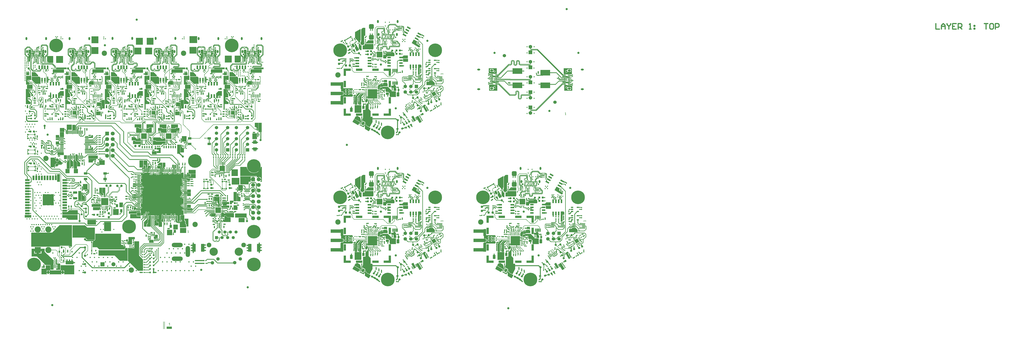
<source format=gtl>
G04*
G04 #@! TF.GenerationSoftware,Altium Limited,Altium Designer,21.2.2 (38)*
G04*
G04 Layer_Physical_Order=1*
G04 Layer_Color=255*
%FSLAX25Y25*%
%MOIN*%
G70*
G04*
G04 #@! TF.SameCoordinates,0448F7F8-B58B-4B03-AB27-B3033358FA6D*
G04*
G04*
G04 #@! TF.FilePolarity,Positive*
G04*
G01*
G75*
%ADD10C,0.03937*%
%ADD11C,0.02000*%
%ADD12R,0.00492X0.09350*%
%ADD13R,0.09350X0.04429*%
%ADD14R,0.09350X0.00492*%
%ADD15R,0.01000X0.13287*%
%ADD16R,0.00600X0.13287*%
%ADD17R,0.00400X0.13287*%
%ADD18C,0.00850*%
%ADD19C,0.01000*%
%ADD20C,0.00600*%
%ADD21C,0.01200*%
%ADD22C,0.01200*%
%ADD23C,0.01500*%
%ADD24C,0.00800*%
%ADD25R,0.01181X0.02756*%
%ADD26R,0.22047X0.05906*%
%ADD27R,0.19291X0.06299*%
G04:AMPARAMS|DCode=28|XSize=20mil|YSize=20mil|CornerRadius=6mil|HoleSize=0mil|Usage=FLASHONLY|Rotation=60.000|XOffset=0mil|YOffset=0mil|HoleType=Round|Shape=RoundedRectangle|*
%AMROUNDEDRECTD28*
21,1,0.02000,0.00800,0,0,60.0*
21,1,0.00800,0.02000,0,0,60.0*
1,1,0.01200,0.00546,0.00146*
1,1,0.01200,0.00146,-0.00546*
1,1,0.01200,-0.00546,-0.00146*
1,1,0.01200,-0.00146,0.00546*
%
%ADD28ROUNDEDRECTD28*%
%ADD29R,0.10236X0.10236*%
G04:AMPARAMS|DCode=30|XSize=9.84mil|YSize=23.62mil|CornerRadius=0.98mil|HoleSize=0mil|Usage=FLASHONLY|Rotation=270.000|XOffset=0mil|YOffset=0mil|HoleType=Round|Shape=RoundedRectangle|*
%AMROUNDEDRECTD30*
21,1,0.00984,0.02165,0,0,270.0*
21,1,0.00787,0.02362,0,0,270.0*
1,1,0.00197,-0.01083,-0.00394*
1,1,0.00197,-0.01083,0.00394*
1,1,0.00197,0.01083,0.00394*
1,1,0.00197,0.01083,-0.00394*
%
%ADD30ROUNDEDRECTD30*%
G04:AMPARAMS|DCode=31|XSize=9.84mil|YSize=23.62mil|CornerRadius=0.98mil|HoleSize=0mil|Usage=FLASHONLY|Rotation=360.000|XOffset=0mil|YOffset=0mil|HoleType=Round|Shape=RoundedRectangle|*
%AMROUNDEDRECTD31*
21,1,0.00984,0.02165,0,0,360.0*
21,1,0.00787,0.02362,0,0,360.0*
1,1,0.00197,0.00394,-0.01083*
1,1,0.00197,-0.00394,-0.01083*
1,1,0.00197,-0.00394,0.01083*
1,1,0.00197,0.00394,0.01083*
%
%ADD31ROUNDEDRECTD31*%
G04:AMPARAMS|DCode=32|XSize=71mil|YSize=47mil|CornerRadius=7.99mil|HoleSize=0mil|Usage=FLASHONLY|Rotation=270.000|XOffset=0mil|YOffset=0mil|HoleType=Round|Shape=RoundedRectangle|*
%AMROUNDEDRECTD32*
21,1,0.07100,0.03102,0,0,270.0*
21,1,0.05502,0.04700,0,0,270.0*
1,1,0.01598,-0.01551,-0.02751*
1,1,0.01598,-0.01551,0.02751*
1,1,0.01598,0.01551,0.02751*
1,1,0.01598,0.01551,-0.02751*
%
%ADD32ROUNDEDRECTD32*%
G04:AMPARAMS|DCode=33|XSize=11.81mil|YSize=17.72mil|CornerRadius=1.18mil|HoleSize=0mil|Usage=FLASHONLY|Rotation=300.000|XOffset=0mil|YOffset=0mil|HoleType=Round|Shape=RoundedRectangle|*
%AMROUNDEDRECTD33*
21,1,0.01181,0.01535,0,0,300.0*
21,1,0.00945,0.01772,0,0,300.0*
1,1,0.00236,-0.00429,-0.00793*
1,1,0.00236,-0.00901,0.00025*
1,1,0.00236,0.00429,0.00793*
1,1,0.00236,0.00901,-0.00025*
%
%ADD33ROUNDEDRECTD33*%
G04:AMPARAMS|DCode=34|XSize=62.99mil|YSize=39.37mil|CornerRadius=1.97mil|HoleSize=0mil|Usage=FLASHONLY|Rotation=300.000|XOffset=0mil|YOffset=0mil|HoleType=Round|Shape=RoundedRectangle|*
%AMROUNDEDRECTD34*
21,1,0.06299,0.03543,0,0,300.0*
21,1,0.05906,0.03937,0,0,300.0*
1,1,0.00394,-0.00058,-0.03443*
1,1,0.00394,-0.03011,0.01671*
1,1,0.00394,0.00058,0.03443*
1,1,0.00394,0.03011,-0.01671*
%
%ADD34ROUNDEDRECTD34*%
G04:AMPARAMS|DCode=35|XSize=15.75mil|YSize=12.8mil|CornerRadius=0mil|HoleSize=0mil|Usage=FLASHONLY|Rotation=150.000|XOffset=0mil|YOffset=0mil|HoleType=Round|Shape=Rectangle|*
%AMROTATEDRECTD35*
4,1,4,0.01002,0.00160,0.00362,-0.00948,-0.01002,-0.00160,-0.00362,0.00948,0.01002,0.00160,0.0*
%
%ADD35ROTATEDRECTD35*%

G04:AMPARAMS|DCode=36|XSize=13.78mil|YSize=14.76mil|CornerRadius=0mil|HoleSize=0mil|Usage=FLASHONLY|Rotation=240.000|XOffset=0mil|YOffset=0mil|HoleType=Round|Shape=Rectangle|*
%AMROTATEDRECTD36*
4,1,4,-0.00295,0.00966,0.00984,0.00228,0.00295,-0.00966,-0.00984,-0.00228,-0.00295,0.00966,0.0*
%
%ADD36ROTATEDRECTD36*%

G04:AMPARAMS|DCode=37|XSize=15.75mil|YSize=82.68mil|CornerRadius=0mil|HoleSize=0mil|Usage=FLASHONLY|Rotation=240.000|XOffset=0mil|YOffset=0mil|HoleType=Round|Shape=Rectangle|*
%AMROTATEDRECTD37*
4,1,4,-0.03186,0.02749,0.03974,-0.01385,0.03186,-0.02749,-0.03974,0.01385,-0.03186,0.02749,0.0*
%
%ADD37ROTATEDRECTD37*%

G04:AMPARAMS|DCode=38|XSize=20mil|YSize=20mil|CornerRadius=6mil|HoleSize=0mil|Usage=FLASHONLY|Rotation=270.000|XOffset=0mil|YOffset=0mil|HoleType=Round|Shape=RoundedRectangle|*
%AMROUNDEDRECTD38*
21,1,0.02000,0.00800,0,0,270.0*
21,1,0.00800,0.02000,0,0,270.0*
1,1,0.01200,-0.00400,-0.00400*
1,1,0.01200,-0.00400,0.00400*
1,1,0.01200,0.00400,0.00400*
1,1,0.01200,0.00400,-0.00400*
%
%ADD38ROUNDEDRECTD38*%
G04:AMPARAMS|DCode=39|XSize=20mil|YSize=20mil|CornerRadius=6mil|HoleSize=0mil|Usage=FLASHONLY|Rotation=180.000|XOffset=0mil|YOffset=0mil|HoleType=Round|Shape=RoundedRectangle|*
%AMROUNDEDRECTD39*
21,1,0.02000,0.00800,0,0,180.0*
21,1,0.00800,0.02000,0,0,180.0*
1,1,0.01200,-0.00400,0.00400*
1,1,0.01200,0.00400,0.00400*
1,1,0.01200,0.00400,-0.00400*
1,1,0.01200,-0.00400,-0.00400*
%
%ADD39ROUNDEDRECTD39*%
%ADD40R,0.12992X0.03937*%
%ADD41R,0.03937X0.12992*%
%ADD42R,0.11417X0.03937*%
%ADD43R,0.03937X0.11417*%
G04:AMPARAMS|DCode=44|XSize=31.5mil|YSize=35.43mil|CornerRadius=0mil|HoleSize=0mil|Usage=FLASHONLY|Rotation=120.000|XOffset=0mil|YOffset=0mil|HoleType=Round|Shape=Rectangle|*
%AMROTATEDRECTD44*
4,1,4,0.02322,-0.00478,-0.00747,-0.02250,-0.02322,0.00478,0.00747,0.02250,0.02322,-0.00478,0.0*
%
%ADD44ROTATEDRECTD44*%

G04:AMPARAMS|DCode=45|XSize=55mil|YSize=43mil|CornerRadius=7.96mil|HoleSize=0mil|Usage=FLASHONLY|Rotation=360.000|XOffset=0mil|YOffset=0mil|HoleType=Round|Shape=RoundedRectangle|*
%AMROUNDEDRECTD45*
21,1,0.05500,0.02709,0,0,360.0*
21,1,0.03909,0.04300,0,0,360.0*
1,1,0.01591,0.01955,-0.01355*
1,1,0.01591,-0.01955,-0.01355*
1,1,0.01591,-0.01955,0.01355*
1,1,0.01591,0.01955,0.01355*
%
%ADD45ROUNDEDRECTD45*%
G04:AMPARAMS|DCode=46|XSize=25.59mil|YSize=68.9mil|CornerRadius=3.84mil|HoleSize=0mil|Usage=FLASHONLY|Rotation=240.000|XOffset=0mil|YOffset=0mil|HoleType=Round|Shape=RoundedRectangle|*
%AMROUNDEDRECTD46*
21,1,0.02559,0.06122,0,0,240.0*
21,1,0.01791,0.06890,0,0,240.0*
1,1,0.00768,-0.03099,0.00755*
1,1,0.00768,-0.02203,0.02306*
1,1,0.00768,0.03099,-0.00755*
1,1,0.00768,0.02203,-0.02306*
%
%ADD46ROUNDEDRECTD46*%
G04:AMPARAMS|DCode=47|XSize=35mil|YSize=34mil|CornerRadius=5.95mil|HoleSize=0mil|Usage=FLASHONLY|Rotation=300.000|XOffset=0mil|YOffset=0mil|HoleType=Round|Shape=RoundedRectangle|*
%AMROUNDEDRECTD47*
21,1,0.03500,0.02210,0,0,300.0*
21,1,0.02310,0.03400,0,0,300.0*
1,1,0.01190,-0.00380,-0.01553*
1,1,0.01190,-0.01535,0.00448*
1,1,0.01190,0.00380,0.01553*
1,1,0.01190,0.01535,-0.00448*
%
%ADD47ROUNDEDRECTD47*%
G04:AMPARAMS|DCode=48|XSize=11.81mil|YSize=57.09mil|CornerRadius=1.77mil|HoleSize=0mil|Usage=FLASHONLY|Rotation=270.000|XOffset=0mil|YOffset=0mil|HoleType=Round|Shape=RoundedRectangle|*
%AMROUNDEDRECTD48*
21,1,0.01181,0.05354,0,0,270.0*
21,1,0.00827,0.05709,0,0,270.0*
1,1,0.00354,-0.02677,-0.00413*
1,1,0.00354,-0.02677,0.00413*
1,1,0.00354,0.02677,0.00413*
1,1,0.00354,0.02677,-0.00413*
%
%ADD48ROUNDEDRECTD48*%
G04:AMPARAMS|DCode=49|XSize=13.78mil|YSize=53.15mil|CornerRadius=1.38mil|HoleSize=0mil|Usage=FLASHONLY|Rotation=30.000|XOffset=0mil|YOffset=0mil|HoleType=Round|Shape=RoundedRectangle|*
%AMROUNDEDRECTD49*
21,1,0.01378,0.05039,0,0,30.0*
21,1,0.01102,0.05315,0,0,30.0*
1,1,0.00276,0.01737,-0.01907*
1,1,0.00276,0.00783,-0.02458*
1,1,0.00276,-0.01737,0.01907*
1,1,0.00276,-0.00783,0.02458*
%
%ADD49ROUNDEDRECTD49*%
G04:AMPARAMS|DCode=50|XSize=20mil|YSize=20mil|CornerRadius=6mil|HoleSize=0mil|Usage=FLASHONLY|Rotation=300.000|XOffset=0mil|YOffset=0mil|HoleType=Round|Shape=RoundedRectangle|*
%AMROUNDEDRECTD50*
21,1,0.02000,0.00800,0,0,300.0*
21,1,0.00800,0.02000,0,0,300.0*
1,1,0.01200,-0.00146,-0.00546*
1,1,0.01200,-0.00546,0.00146*
1,1,0.01200,0.00146,0.00546*
1,1,0.01200,0.00546,-0.00146*
%
%ADD50ROUNDEDRECTD50*%
G04:AMPARAMS|DCode=51|XSize=11.81mil|YSize=29.53mil|CornerRadius=1.18mil|HoleSize=0mil|Usage=FLASHONLY|Rotation=30.000|XOffset=0mil|YOffset=0mil|HoleType=Round|Shape=RoundedRectangle|*
%AMROUNDEDRECTD51*
21,1,0.01181,0.02717,0,0,30.0*
21,1,0.00945,0.02953,0,0,30.0*
1,1,0.00236,0.01088,-0.00940*
1,1,0.00236,0.00270,-0.01413*
1,1,0.00236,-0.01088,0.00940*
1,1,0.00236,-0.00270,0.01413*
%
%ADD51ROUNDEDRECTD51*%
G04:AMPARAMS|DCode=52|XSize=15.75mil|YSize=31.5mil|CornerRadius=1.58mil|HoleSize=0mil|Usage=FLASHONLY|Rotation=30.000|XOffset=0mil|YOffset=0mil|HoleType=Round|Shape=RoundedRectangle|*
%AMROUNDEDRECTD52*
21,1,0.01575,0.02835,0,0,30.0*
21,1,0.01260,0.03150,0,0,30.0*
1,1,0.00315,0.01254,-0.00913*
1,1,0.00315,0.00163,-0.01542*
1,1,0.00315,-0.01254,0.00913*
1,1,0.00315,-0.00163,0.01542*
%
%ADD52ROUNDEDRECTD52*%
G04:AMPARAMS|DCode=53|XSize=35mil|YSize=34mil|CornerRadius=5.95mil|HoleSize=0mil|Usage=FLASHONLY|Rotation=30.000|XOffset=0mil|YOffset=0mil|HoleType=Round|Shape=RoundedRectangle|*
%AMROUNDEDRECTD53*
21,1,0.03500,0.02210,0,0,30.0*
21,1,0.02310,0.03400,0,0,30.0*
1,1,0.01190,0.01553,-0.00380*
1,1,0.01190,-0.00448,-0.01535*
1,1,0.01190,-0.01553,0.00380*
1,1,0.01190,0.00448,0.01535*
%
%ADD53ROUNDEDRECTD53*%
G04:AMPARAMS|DCode=54|XSize=11.02mil|YSize=27.56mil|CornerRadius=0.55mil|HoleSize=0mil|Usage=FLASHONLY|Rotation=30.000|XOffset=0mil|YOffset=0mil|HoleType=Round|Shape=RoundedRectangle|*
%AMROUNDEDRECTD54*
21,1,0.01102,0.02646,0,0,30.0*
21,1,0.00992,0.02756,0,0,30.0*
1,1,0.00110,0.01091,-0.00898*
1,1,0.00110,0.00232,-0.01394*
1,1,0.00110,-0.01091,0.00898*
1,1,0.00110,-0.00232,0.01394*
%
%ADD54ROUNDEDRECTD54*%
%ADD55P,0.09465X4X165.0*%
G04:AMPARAMS|DCode=56|XSize=11.02mil|YSize=27.56mil|CornerRadius=0.55mil|HoleSize=0mil|Usage=FLASHONLY|Rotation=300.000|XOffset=0mil|YOffset=0mil|HoleType=Round|Shape=RoundedRectangle|*
%AMROUNDEDRECTD56*
21,1,0.01102,0.02646,0,0,300.0*
21,1,0.00992,0.02756,0,0,300.0*
1,1,0.00110,-0.00898,-0.01091*
1,1,0.00110,-0.01394,-0.00232*
1,1,0.00110,0.00898,0.01091*
1,1,0.00110,0.01394,0.00232*
%
%ADD56ROUNDEDRECTD56*%
G04:AMPARAMS|DCode=57|XSize=20mil|YSize=20mil|CornerRadius=6mil|HoleSize=0mil|Usage=FLASHONLY|Rotation=150.000|XOffset=0mil|YOffset=0mil|HoleType=Round|Shape=RoundedRectangle|*
%AMROUNDEDRECTD57*
21,1,0.02000,0.00800,0,0,150.0*
21,1,0.00800,0.02000,0,0,150.0*
1,1,0.01200,-0.00146,0.00546*
1,1,0.01200,0.00546,0.00146*
1,1,0.01200,0.00146,-0.00546*
1,1,0.01200,-0.00546,-0.00146*
%
%ADD57ROUNDEDRECTD57*%
%ADD58P,0.04454X4X195.0*%
G04:AMPARAMS|DCode=59|XSize=20mil|YSize=20mil|CornerRadius=6mil|HoleSize=0mil|Usage=FLASHONLY|Rotation=210.000|XOffset=0mil|YOffset=0mil|HoleType=Round|Shape=RoundedRectangle|*
%AMROUNDEDRECTD59*
21,1,0.02000,0.00800,0,0,210.0*
21,1,0.00800,0.02000,0,0,210.0*
1,1,0.01200,-0.00546,0.00146*
1,1,0.01200,0.00146,0.00546*
1,1,0.01200,0.00546,-0.00146*
1,1,0.01200,-0.00146,-0.00546*
%
%ADD59ROUNDEDRECTD59*%
G04:AMPARAMS|DCode=60|XSize=55mil|YSize=43mil|CornerRadius=7.96mil|HoleSize=0mil|Usage=FLASHONLY|Rotation=270.000|XOffset=0mil|YOffset=0mil|HoleType=Round|Shape=RoundedRectangle|*
%AMROUNDEDRECTD60*
21,1,0.05500,0.02709,0,0,270.0*
21,1,0.03909,0.04300,0,0,270.0*
1,1,0.01591,-0.01355,-0.01955*
1,1,0.01591,-0.01355,0.01955*
1,1,0.01591,0.01355,0.01955*
1,1,0.01591,0.01355,-0.01955*
%
%ADD60ROUNDEDRECTD60*%
G04:AMPARAMS|DCode=61|XSize=27.56mil|YSize=13.78mil|CornerRadius=1.38mil|HoleSize=0mil|Usage=FLASHONLY|Rotation=300.000|XOffset=0mil|YOffset=0mil|HoleType=Round|Shape=RoundedRectangle|*
%AMROUNDEDRECTD61*
21,1,0.02756,0.01102,0,0,300.0*
21,1,0.02480,0.01378,0,0,300.0*
1,1,0.00276,0.00143,-0.01350*
1,1,0.00276,-0.01097,0.00798*
1,1,0.00276,-0.00143,0.01350*
1,1,0.00276,0.01097,-0.00798*
%
%ADD61ROUNDEDRECTD61*%
G04:AMPARAMS|DCode=62|XSize=23.62mil|YSize=25.59mil|CornerRadius=2.36mil|HoleSize=0mil|Usage=FLASHONLY|Rotation=300.000|XOffset=0mil|YOffset=0mil|HoleType=Round|Shape=RoundedRectangle|*
%AMROUNDEDRECTD62*
21,1,0.02362,0.02087,0,0,300.0*
21,1,0.01890,0.02559,0,0,300.0*
1,1,0.00472,-0.00431,-0.01340*
1,1,0.00472,-0.01376,0.00297*
1,1,0.00472,0.00431,0.01340*
1,1,0.00472,0.01376,-0.00297*
%
%ADD62ROUNDEDRECTD62*%
%ADD63R,0.01575X0.01280*%
%ADD64R,0.01575X0.00787*%
G04:AMPARAMS|DCode=65|XSize=35mil|YSize=34mil|CornerRadius=5.95mil|HoleSize=0mil|Usage=FLASHONLY|Rotation=90.000|XOffset=0mil|YOffset=0mil|HoleType=Round|Shape=RoundedRectangle|*
%AMROUNDEDRECTD65*
21,1,0.03500,0.02210,0,0,90.0*
21,1,0.02310,0.03400,0,0,90.0*
1,1,0.01190,0.01105,0.01155*
1,1,0.01190,0.01105,-0.01155*
1,1,0.01190,-0.01105,-0.01155*
1,1,0.01190,-0.01105,0.01155*
%
%ADD65ROUNDEDRECTD65*%
G04:AMPARAMS|DCode=66|XSize=21.65mil|YSize=39.37mil|CornerRadius=2.17mil|HoleSize=0mil|Usage=FLASHONLY|Rotation=90.000|XOffset=0mil|YOffset=0mil|HoleType=Round|Shape=RoundedRectangle|*
%AMROUNDEDRECTD66*
21,1,0.02165,0.03504,0,0,90.0*
21,1,0.01732,0.03937,0,0,90.0*
1,1,0.00433,0.01752,0.00866*
1,1,0.00433,0.01752,-0.00866*
1,1,0.00433,-0.01752,-0.00866*
1,1,0.00433,-0.01752,0.00866*
%
%ADD66ROUNDEDRECTD66*%
G04:AMPARAMS|DCode=67|XSize=35mil|YSize=34mil|CornerRadius=5.95mil|HoleSize=0mil|Usage=FLASHONLY|Rotation=180.000|XOffset=0mil|YOffset=0mil|HoleType=Round|Shape=RoundedRectangle|*
%AMROUNDEDRECTD67*
21,1,0.03500,0.02210,0,0,180.0*
21,1,0.02310,0.03400,0,0,180.0*
1,1,0.01190,-0.01155,0.01105*
1,1,0.01190,0.01155,0.01105*
1,1,0.01190,0.01155,-0.01105*
1,1,0.01190,-0.01155,-0.01105*
%
%ADD67ROUNDEDRECTD67*%
G04:AMPARAMS|DCode=68|XSize=23.62mil|YSize=62.99mil|CornerRadius=2.36mil|HoleSize=0mil|Usage=FLASHONLY|Rotation=90.000|XOffset=0mil|YOffset=0mil|HoleType=Round|Shape=RoundedRectangle|*
%AMROUNDEDRECTD68*
21,1,0.02362,0.05827,0,0,90.0*
21,1,0.01890,0.06299,0,0,90.0*
1,1,0.00472,0.02913,0.00945*
1,1,0.00472,0.02913,-0.00945*
1,1,0.00472,-0.02913,-0.00945*
1,1,0.00472,-0.02913,0.00945*
%
%ADD68ROUNDEDRECTD68*%
G04:AMPARAMS|DCode=69|XSize=15.75mil|YSize=35.43mil|CornerRadius=0.79mil|HoleSize=0mil|Usage=FLASHONLY|Rotation=270.000|XOffset=0mil|YOffset=0mil|HoleType=Round|Shape=RoundedRectangle|*
%AMROUNDEDRECTD69*
21,1,0.01575,0.03386,0,0,270.0*
21,1,0.01417,0.03543,0,0,270.0*
1,1,0.00158,-0.01693,-0.00709*
1,1,0.00158,-0.01693,0.00709*
1,1,0.00158,0.01693,0.00709*
1,1,0.00158,0.01693,-0.00709*
%
%ADD69ROUNDEDRECTD69*%
G04:AMPARAMS|DCode=70|XSize=25.59mil|YSize=68.9mil|CornerRadius=3.84mil|HoleSize=0mil|Usage=FLASHONLY|Rotation=270.000|XOffset=0mil|YOffset=0mil|HoleType=Round|Shape=RoundedRectangle|*
%AMROUNDEDRECTD70*
21,1,0.02559,0.06122,0,0,270.0*
21,1,0.01791,0.06890,0,0,270.0*
1,1,0.00768,-0.03061,-0.00896*
1,1,0.00768,-0.03061,0.00896*
1,1,0.00768,0.03061,0.00896*
1,1,0.00768,0.03061,-0.00896*
%
%ADD70ROUNDEDRECTD70*%
G04:AMPARAMS|DCode=71|XSize=7.87mil|YSize=22.24mil|CornerRadius=1.18mil|HoleSize=0mil|Usage=FLASHONLY|Rotation=360.000|XOffset=0mil|YOffset=0mil|HoleType=Round|Shape=RoundedRectangle|*
%AMROUNDEDRECTD71*
21,1,0.00787,0.01988,0,0,360.0*
21,1,0.00551,0.02224,0,0,360.0*
1,1,0.00236,0.00276,-0.00994*
1,1,0.00236,-0.00276,-0.00994*
1,1,0.00236,-0.00276,0.00994*
1,1,0.00236,0.00276,0.00994*
%
%ADD71ROUNDEDRECTD71*%
G04:AMPARAMS|DCode=72|XSize=15.75mil|YSize=22.24mil|CornerRadius=1.26mil|HoleSize=0mil|Usage=FLASHONLY|Rotation=360.000|XOffset=0mil|YOffset=0mil|HoleType=Round|Shape=RoundedRectangle|*
%AMROUNDEDRECTD72*
21,1,0.01575,0.01972,0,0,360.0*
21,1,0.01323,0.02224,0,0,360.0*
1,1,0.00252,0.00661,-0.00986*
1,1,0.00252,-0.00661,-0.00986*
1,1,0.00252,-0.00661,0.00986*
1,1,0.00252,0.00661,0.00986*
%
%ADD72ROUNDEDRECTD72*%
G04:AMPARAMS|DCode=73|XSize=7.87mil|YSize=22.24mil|CornerRadius=1.18mil|HoleSize=0mil|Usage=FLASHONLY|Rotation=90.000|XOffset=0mil|YOffset=0mil|HoleType=Round|Shape=RoundedRectangle|*
%AMROUNDEDRECTD73*
21,1,0.00787,0.01988,0,0,90.0*
21,1,0.00551,0.02224,0,0,90.0*
1,1,0.00236,0.00994,0.00276*
1,1,0.00236,0.00994,-0.00276*
1,1,0.00236,-0.00994,-0.00276*
1,1,0.00236,-0.00994,0.00276*
%
%ADD73ROUNDEDRECTD73*%
G04:AMPARAMS|DCode=74|XSize=15.75mil|YSize=22.24mil|CornerRadius=1.26mil|HoleSize=0mil|Usage=FLASHONLY|Rotation=90.000|XOffset=0mil|YOffset=0mil|HoleType=Round|Shape=RoundedRectangle|*
%AMROUNDEDRECTD74*
21,1,0.01575,0.01972,0,0,90.0*
21,1,0.01323,0.02224,0,0,90.0*
1,1,0.00252,0.00986,0.00661*
1,1,0.00252,0.00986,-0.00661*
1,1,0.00252,-0.00986,-0.00661*
1,1,0.00252,-0.00986,0.00661*
%
%ADD74ROUNDEDRECTD74*%
G04:AMPARAMS|DCode=75|XSize=88.98mil|YSize=85.04mil|CornerRadius=21.26mil|HoleSize=0mil|Usage=FLASHONLY|Rotation=180.000|XOffset=0mil|YOffset=0mil|HoleType=Round|Shape=RoundedRectangle|*
%AMROUNDEDRECTD75*
21,1,0.08898,0.04252,0,0,180.0*
21,1,0.04646,0.08504,0,0,180.0*
1,1,0.04252,-0.02323,0.02126*
1,1,0.04252,0.02323,0.02126*
1,1,0.04252,0.02323,-0.02126*
1,1,0.04252,-0.02323,-0.02126*
%
%ADD75ROUNDEDRECTD75*%
%ADD76P,0.04454X4X255.0*%
G04:AMPARAMS|DCode=77|XSize=55mil|YSize=43mil|CornerRadius=7.96mil|HoleSize=0mil|Usage=FLASHONLY|Rotation=150.000|XOffset=0mil|YOffset=0mil|HoleType=Round|Shape=RoundedRectangle|*
%AMROUNDEDRECTD77*
21,1,0.05500,0.02709,0,0,150.0*
21,1,0.03909,0.04300,0,0,150.0*
1,1,0.01591,-0.01015,0.02150*
1,1,0.01591,0.02370,0.00196*
1,1,0.01591,0.01015,-0.02150*
1,1,0.01591,-0.02370,-0.00196*
%
%ADD77ROUNDEDRECTD77*%
G04:AMPARAMS|DCode=78|XSize=17.72mil|YSize=59.06mil|CornerRadius=1.77mil|HoleSize=0mil|Usage=FLASHONLY|Rotation=360.000|XOffset=0mil|YOffset=0mil|HoleType=Round|Shape=RoundedRectangle|*
%AMROUNDEDRECTD78*
21,1,0.01772,0.05551,0,0,360.0*
21,1,0.01417,0.05906,0,0,360.0*
1,1,0.00354,0.00709,-0.02776*
1,1,0.00354,-0.00709,-0.02776*
1,1,0.00354,-0.00709,0.02776*
1,1,0.00354,0.00709,0.02776*
%
%ADD78ROUNDEDRECTD78*%
G04:AMPARAMS|DCode=79|XSize=25.59mil|YSize=68.9mil|CornerRadius=3.84mil|HoleSize=0mil|Usage=FLASHONLY|Rotation=360.000|XOffset=0mil|YOffset=0mil|HoleType=Round|Shape=RoundedRectangle|*
%AMROUNDEDRECTD79*
21,1,0.02559,0.06122,0,0,360.0*
21,1,0.01791,0.06890,0,0,360.0*
1,1,0.00768,0.00896,-0.03061*
1,1,0.00768,-0.00896,-0.03061*
1,1,0.00768,-0.00896,0.03061*
1,1,0.00768,0.00896,0.03061*
%
%ADD79ROUNDEDRECTD79*%
G04:AMPARAMS|DCode=80|XSize=31.5mil|YSize=11.81mil|CornerRadius=1.18mil|HoleSize=0mil|Usage=FLASHONLY|Rotation=90.000|XOffset=0mil|YOffset=0mil|HoleType=Round|Shape=RoundedRectangle|*
%AMROUNDEDRECTD80*
21,1,0.03150,0.00945,0,0,90.0*
21,1,0.02913,0.01181,0,0,90.0*
1,1,0.00236,0.00472,0.01457*
1,1,0.00236,0.00472,-0.01457*
1,1,0.00236,-0.00472,-0.01457*
1,1,0.00236,-0.00472,0.01457*
%
%ADD80ROUNDEDRECTD80*%
G04:AMPARAMS|DCode=81|XSize=37.4mil|YSize=8.66mil|CornerRadius=0.87mil|HoleSize=0mil|Usage=FLASHONLY|Rotation=270.000|XOffset=0mil|YOffset=0mil|HoleType=Round|Shape=RoundedRectangle|*
%AMROUNDEDRECTD81*
21,1,0.03740,0.00693,0,0,270.0*
21,1,0.03567,0.00866,0,0,270.0*
1,1,0.00173,-0.00347,-0.01784*
1,1,0.00173,-0.00347,0.01784*
1,1,0.00173,0.00347,0.01784*
1,1,0.00173,0.00347,-0.01784*
%
%ADD81ROUNDEDRECTD81*%
G04:AMPARAMS|DCode=82|XSize=37.4mil|YSize=8.66mil|CornerRadius=0.87mil|HoleSize=0mil|Usage=FLASHONLY|Rotation=360.000|XOffset=0mil|YOffset=0mil|HoleType=Round|Shape=RoundedRectangle|*
%AMROUNDEDRECTD82*
21,1,0.03740,0.00693,0,0,360.0*
21,1,0.03567,0.00866,0,0,360.0*
1,1,0.00173,0.01784,-0.00347*
1,1,0.00173,-0.01784,-0.00347*
1,1,0.00173,-0.01784,0.00347*
1,1,0.00173,0.01784,0.00347*
%
%ADD82ROUNDEDRECTD82*%
%ADD83R,0.16535X0.16535*%
%ADD84C,0.01968*%
%ADD85C,0.01600*%
%ADD86C,0.00650*%
%ADD87C,0.01201*%
%ADD88C,0.00500*%
%ADD89C,0.00400*%
%ADD90C,0.00591*%
%ADD91R,0.02756X0.01181*%
%ADD92R,0.17717X0.09961*%
G04:AMPARAMS|DCode=93|XSize=31.5mil|YSize=15.75mil|CornerRadius=1.58mil|HoleSize=0mil|Usage=FLASHONLY|Rotation=270.000|XOffset=0mil|YOffset=0mil|HoleType=Round|Shape=RoundedRectangle|*
%AMROUNDEDRECTD93*
21,1,0.03150,0.01260,0,0,270.0*
21,1,0.02835,0.01575,0,0,270.0*
1,1,0.00315,-0.00630,-0.01417*
1,1,0.00315,-0.00630,0.01417*
1,1,0.00315,0.00630,0.01417*
1,1,0.00315,0.00630,-0.01417*
%
%ADD93ROUNDEDRECTD93*%
%ADD94R,0.05906X0.04331*%
%ADD95R,0.03150X0.03543*%
G04:AMPARAMS|DCode=96|XSize=52.36mil|YSize=52.36mil|CornerRadius=0mil|HoleSize=0mil|Usage=FLASHONLY|Rotation=360.000|XOffset=0mil|YOffset=0mil|HoleType=Round|Shape=RoundedRectangle|*
%AMROUNDEDRECTD96*
21,1,0.05236,0.05236,0,0,360.0*
21,1,0.05236,0.05236,0,0,360.0*
1,1,0.00000,0.02618,-0.02618*
1,1,0.00000,-0.02618,-0.02618*
1,1,0.00000,-0.02618,0.02618*
1,1,0.00000,0.02618,0.02618*
%
%ADD96ROUNDEDRECTD96*%
G04:AMPARAMS|DCode=97|XSize=35.43mil|YSize=78.74mil|CornerRadius=3.54mil|HoleSize=0mil|Usage=FLASHONLY|Rotation=270.000|XOffset=0mil|YOffset=0mil|HoleType=Round|Shape=RoundedRectangle|*
%AMROUNDEDRECTD97*
21,1,0.03543,0.07165,0,0,270.0*
21,1,0.02835,0.07874,0,0,270.0*
1,1,0.00709,-0.03583,-0.01417*
1,1,0.00709,-0.03583,0.01417*
1,1,0.00709,0.03583,0.01417*
1,1,0.00709,0.03583,-0.01417*
%
%ADD97ROUNDEDRECTD97*%
G04:AMPARAMS|DCode=98|XSize=78.74mil|YSize=35.43mil|CornerRadius=3.54mil|HoleSize=0mil|Usage=FLASHONLY|Rotation=180.000|XOffset=0mil|YOffset=0mil|HoleType=Round|Shape=RoundedRectangle|*
%AMROUNDEDRECTD98*
21,1,0.07874,0.02835,0,0,180.0*
21,1,0.07165,0.03543,0,0,180.0*
1,1,0.00709,-0.03583,0.01417*
1,1,0.00709,0.03583,0.01417*
1,1,0.00709,0.03583,-0.01417*
1,1,0.00709,-0.03583,-0.01417*
%
%ADD98ROUNDEDRECTD98*%
G04:AMPARAMS|DCode=99|XSize=78.74mil|YSize=35.43mil|CornerRadius=3.54mil|HoleSize=0mil|Usage=FLASHONLY|Rotation=270.000|XOffset=0mil|YOffset=0mil|HoleType=Round|Shape=RoundedRectangle|*
%AMROUNDEDRECTD99*
21,1,0.07874,0.02835,0,0,270.0*
21,1,0.07165,0.03543,0,0,270.0*
1,1,0.00709,-0.01417,-0.03583*
1,1,0.00709,-0.01417,0.03583*
1,1,0.00709,0.01417,0.03583*
1,1,0.00709,0.01417,-0.03583*
%
%ADD99ROUNDEDRECTD99*%
%ADD100R,0.02165X0.03150*%
G04:AMPARAMS|DCode=101|XSize=43.31mil|YSize=47.24mil|CornerRadius=4.33mil|HoleSize=0mil|Usage=FLASHONLY|Rotation=315.000|XOffset=0mil|YOffset=0mil|HoleType=Round|Shape=RoundedRectangle|*
%AMROUNDEDRECTD101*
21,1,0.04331,0.03858,0,0,315.0*
21,1,0.03465,0.04724,0,0,315.0*
1,1,0.00866,-0.00139,-0.02589*
1,1,0.00866,-0.02589,-0.00139*
1,1,0.00866,0.00139,0.02589*
1,1,0.00866,0.02589,0.00139*
%
%ADD101ROUNDEDRECTD101*%
G04:AMPARAMS|DCode=102|XSize=25.59mil|YSize=33.47mil|CornerRadius=1.28mil|HoleSize=0mil|Usage=FLASHONLY|Rotation=270.000|XOffset=0mil|YOffset=0mil|HoleType=Round|Shape=RoundedRectangle|*
%AMROUNDEDRECTD102*
21,1,0.02559,0.03091,0,0,270.0*
21,1,0.02303,0.03347,0,0,270.0*
1,1,0.00256,-0.01545,-0.01152*
1,1,0.00256,-0.01545,0.01152*
1,1,0.00256,0.01545,0.01152*
1,1,0.00256,0.01545,-0.01152*
%
%ADD102ROUNDEDRECTD102*%
G04:AMPARAMS|DCode=103|XSize=43.31mil|YSize=51.18mil|CornerRadius=2.17mil|HoleSize=0mil|Usage=FLASHONLY|Rotation=180.000|XOffset=0mil|YOffset=0mil|HoleType=Round|Shape=RoundedRectangle|*
%AMROUNDEDRECTD103*
21,1,0.04331,0.04685,0,0,180.0*
21,1,0.03898,0.05118,0,0,180.0*
1,1,0.00433,-0.01949,0.02343*
1,1,0.00433,0.01949,0.02343*
1,1,0.00433,0.01949,-0.02343*
1,1,0.00433,-0.01949,-0.02343*
%
%ADD103ROUNDEDRECTD103*%
G04:AMPARAMS|DCode=104|XSize=70.87mil|YSize=39.37mil|CornerRadius=3.94mil|HoleSize=0mil|Usage=FLASHONLY|Rotation=180.000|XOffset=0mil|YOffset=0mil|HoleType=Round|Shape=RoundedRectangle|*
%AMROUNDEDRECTD104*
21,1,0.07087,0.03150,0,0,180.0*
21,1,0.06299,0.03937,0,0,180.0*
1,1,0.00787,-0.03150,0.01575*
1,1,0.00787,0.03150,0.01575*
1,1,0.00787,0.03150,-0.01575*
1,1,0.00787,-0.03150,-0.01575*
%
%ADD104ROUNDEDRECTD104*%
%ADD105R,0.02559X0.03347*%
G04:AMPARAMS|DCode=106|XSize=96.46mil|YSize=96.46mil|CornerRadius=4.82mil|HoleSize=0mil|Usage=FLASHONLY|Rotation=180.000|XOffset=0mil|YOffset=0mil|HoleType=Round|Shape=RoundedRectangle|*
%AMROUNDEDRECTD106*
21,1,0.09646,0.08681,0,0,180.0*
21,1,0.08681,0.09646,0,0,180.0*
1,1,0.00965,-0.04341,0.04341*
1,1,0.00965,0.04341,0.04341*
1,1,0.00965,0.04341,-0.04341*
1,1,0.00965,-0.04341,-0.04341*
%
%ADD106ROUNDEDRECTD106*%
G04:AMPARAMS|DCode=107|XSize=23.62mil|YSize=9.45mil|CornerRadius=0.47mil|HoleSize=0mil|Usage=FLASHONLY|Rotation=270.000|XOffset=0mil|YOffset=0mil|HoleType=Round|Shape=RoundedRectangle|*
%AMROUNDEDRECTD107*
21,1,0.02362,0.00850,0,0,270.0*
21,1,0.02268,0.00945,0,0,270.0*
1,1,0.00094,-0.00425,-0.01134*
1,1,0.00094,-0.00425,0.01134*
1,1,0.00094,0.00425,0.01134*
1,1,0.00094,0.00425,-0.01134*
%
%ADD107ROUNDEDRECTD107*%
G04:AMPARAMS|DCode=108|XSize=23.62mil|YSize=9.45mil|CornerRadius=0.47mil|HoleSize=0mil|Usage=FLASHONLY|Rotation=180.000|XOffset=0mil|YOffset=0mil|HoleType=Round|Shape=RoundedRectangle|*
%AMROUNDEDRECTD108*
21,1,0.02362,0.00850,0,0,180.0*
21,1,0.02268,0.00945,0,0,180.0*
1,1,0.00094,-0.01134,0.00425*
1,1,0.00094,0.01134,0.00425*
1,1,0.00094,0.01134,-0.00425*
1,1,0.00094,-0.01134,-0.00425*
%
%ADD108ROUNDEDRECTD108*%
G04:AMPARAMS|DCode=109|XSize=31.5mil|YSize=15.75mil|CornerRadius=1.58mil|HoleSize=0mil|Usage=FLASHONLY|Rotation=360.000|XOffset=0mil|YOffset=0mil|HoleType=Round|Shape=RoundedRectangle|*
%AMROUNDEDRECTD109*
21,1,0.03150,0.01260,0,0,360.0*
21,1,0.02835,0.01575,0,0,360.0*
1,1,0.00315,0.01417,-0.00630*
1,1,0.00315,-0.01417,-0.00630*
1,1,0.00315,-0.01417,0.00630*
1,1,0.00315,0.01417,0.00630*
%
%ADD109ROUNDEDRECTD109*%
G04:AMPARAMS|DCode=110|XSize=70.87mil|YSize=102.36mil|CornerRadius=3.54mil|HoleSize=0mil|Usage=FLASHONLY|Rotation=90.000|XOffset=0mil|YOffset=0mil|HoleType=Round|Shape=RoundedRectangle|*
%AMROUNDEDRECTD110*
21,1,0.07087,0.09528,0,0,90.0*
21,1,0.06378,0.10236,0,0,90.0*
1,1,0.00709,0.04764,0.03189*
1,1,0.00709,0.04764,-0.03189*
1,1,0.00709,-0.04764,-0.03189*
1,1,0.00709,-0.04764,0.03189*
%
%ADD110ROUNDEDRECTD110*%
G04:AMPARAMS|DCode=111|XSize=11.81mil|YSize=21.26mil|CornerRadius=1.18mil|HoleSize=0mil|Usage=FLASHONLY|Rotation=180.000|XOffset=0mil|YOffset=0mil|HoleType=Round|Shape=RoundedRectangle|*
%AMROUNDEDRECTD111*
21,1,0.01181,0.01890,0,0,180.0*
21,1,0.00945,0.02126,0,0,180.0*
1,1,0.00236,-0.00472,0.00945*
1,1,0.00236,0.00472,0.00945*
1,1,0.00236,0.00472,-0.00945*
1,1,0.00236,-0.00472,-0.00945*
%
%ADD111ROUNDEDRECTD111*%
G04:AMPARAMS|DCode=112|XSize=16.54mil|YSize=23.62mil|CornerRadius=1.65mil|HoleSize=0mil|Usage=FLASHONLY|Rotation=270.000|XOffset=0mil|YOffset=0mil|HoleType=Round|Shape=RoundedRectangle|*
%AMROUNDEDRECTD112*
21,1,0.01654,0.02032,0,0,270.0*
21,1,0.01323,0.02362,0,0,270.0*
1,1,0.00331,-0.01016,-0.00661*
1,1,0.00331,-0.01016,0.00661*
1,1,0.00331,0.01016,0.00661*
1,1,0.00331,0.01016,-0.00661*
%
%ADD112ROUNDEDRECTD112*%
G04:AMPARAMS|DCode=113|XSize=16.54mil|YSize=23.62mil|CornerRadius=1.65mil|HoleSize=0mil|Usage=FLASHONLY|Rotation=360.000|XOffset=0mil|YOffset=0mil|HoleType=Round|Shape=RoundedRectangle|*
%AMROUNDEDRECTD113*
21,1,0.01654,0.02032,0,0,360.0*
21,1,0.01323,0.02362,0,0,360.0*
1,1,0.00331,0.00661,-0.01016*
1,1,0.00331,-0.00661,-0.01016*
1,1,0.00331,-0.00661,0.01016*
1,1,0.00331,0.00661,0.01016*
%
%ADD113ROUNDEDRECTD113*%
%ADD114R,0.07874X0.04724*%
%ADD115R,0.00984X0.01968*%
G04:AMPARAMS|DCode=116|XSize=15.75mil|YSize=31.5mil|CornerRadius=1.58mil|HoleSize=0mil|Usage=FLASHONLY|Rotation=360.000|XOffset=0mil|YOffset=0mil|HoleType=Round|Shape=RoundedRectangle|*
%AMROUNDEDRECTD116*
21,1,0.01575,0.02835,0,0,360.0*
21,1,0.01260,0.03150,0,0,360.0*
1,1,0.00315,0.00630,-0.01417*
1,1,0.00315,-0.00630,-0.01417*
1,1,0.00315,-0.00630,0.01417*
1,1,0.00315,0.00630,0.01417*
%
%ADD116ROUNDEDRECTD116*%
G04:AMPARAMS|DCode=117|XSize=13.78mil|YSize=53.15mil|CornerRadius=1.38mil|HoleSize=0mil|Usage=FLASHONLY|Rotation=180.000|XOffset=0mil|YOffset=0mil|HoleType=Round|Shape=RoundedRectangle|*
%AMROUNDEDRECTD117*
21,1,0.01378,0.05039,0,0,180.0*
21,1,0.01102,0.05315,0,0,180.0*
1,1,0.00276,-0.00551,0.02520*
1,1,0.00276,0.00551,0.02520*
1,1,0.00276,0.00551,-0.02520*
1,1,0.00276,-0.00551,-0.02520*
%
%ADD117ROUNDEDRECTD117*%
G04:AMPARAMS|DCode=118|XSize=11.02mil|YSize=27.56mil|CornerRadius=0.55mil|HoleSize=0mil|Usage=FLASHONLY|Rotation=180.000|XOffset=0mil|YOffset=0mil|HoleType=Round|Shape=RoundedRectangle|*
%AMROUNDEDRECTD118*
21,1,0.01102,0.02646,0,0,180.0*
21,1,0.00992,0.02756,0,0,180.0*
1,1,0.00110,-0.00496,0.01323*
1,1,0.00110,0.00496,0.01323*
1,1,0.00110,0.00496,-0.01323*
1,1,0.00110,-0.00496,-0.01323*
%
%ADD118ROUNDEDRECTD118*%
%ADD119R,0.06693X0.06693*%
G04:AMPARAMS|DCode=120|XSize=11.02mil|YSize=27.56mil|CornerRadius=0.55mil|HoleSize=0mil|Usage=FLASHONLY|Rotation=90.000|XOffset=0mil|YOffset=0mil|HoleType=Round|Shape=RoundedRectangle|*
%AMROUNDEDRECTD120*
21,1,0.01102,0.02646,0,0,90.0*
21,1,0.00992,0.02756,0,0,90.0*
1,1,0.00110,0.01323,0.00496*
1,1,0.00110,0.01323,-0.00496*
1,1,0.00110,-0.01323,-0.00496*
1,1,0.00110,-0.01323,0.00496*
%
%ADD120ROUNDEDRECTD120*%
%ADD121R,0.04134X0.02362*%
%ADD122R,0.12600X0.12600*%
G04:AMPARAMS|DCode=123|XSize=9.84mil|YSize=31.5mil|CornerRadius=2.46mil|HoleSize=0mil|Usage=FLASHONLY|Rotation=90.000|XOffset=0mil|YOffset=0mil|HoleType=Round|Shape=RoundedRectangle|*
%AMROUNDEDRECTD123*
21,1,0.00984,0.02657,0,0,90.0*
21,1,0.00492,0.03150,0,0,90.0*
1,1,0.00492,0.01329,0.00246*
1,1,0.00492,0.01329,-0.00246*
1,1,0.00492,-0.01329,-0.00246*
1,1,0.00492,-0.01329,0.00246*
%
%ADD123ROUNDEDRECTD123*%
G04:AMPARAMS|DCode=124|XSize=9.84mil|YSize=31.5mil|CornerRadius=2.46mil|HoleSize=0mil|Usage=FLASHONLY|Rotation=180.000|XOffset=0mil|YOffset=0mil|HoleType=Round|Shape=RoundedRectangle|*
%AMROUNDEDRECTD124*
21,1,0.00984,0.02657,0,0,180.0*
21,1,0.00492,0.03150,0,0,180.0*
1,1,0.00492,-0.00246,0.01329*
1,1,0.00492,0.00246,0.01329*
1,1,0.00492,0.00246,-0.01329*
1,1,0.00492,-0.00246,-0.01329*
%
%ADD124ROUNDEDRECTD124*%
%ADD125R,0.10039X0.10039*%
%ADD126O,0.03150X0.00984*%
%ADD127O,0.00984X0.03150*%
G04:AMPARAMS|DCode=128|XSize=61.42mil|YSize=11.02mil|CornerRadius=1.38mil|HoleSize=0mil|Usage=FLASHONLY|Rotation=180.000|XOffset=0mil|YOffset=0mil|HoleType=Round|Shape=RoundedRectangle|*
%AMROUNDEDRECTD128*
21,1,0.06142,0.00827,0,0,180.0*
21,1,0.05866,0.01102,0,0,180.0*
1,1,0.00276,-0.02933,0.00413*
1,1,0.00276,0.02933,0.00413*
1,1,0.00276,0.02933,-0.00413*
1,1,0.00276,-0.02933,-0.00413*
%
%ADD128ROUNDEDRECTD128*%
G04:AMPARAMS|DCode=129|XSize=61.42mil|YSize=11.02mil|CornerRadius=1.38mil|HoleSize=0mil|Usage=FLASHONLY|Rotation=270.000|XOffset=0mil|YOffset=0mil|HoleType=Round|Shape=RoundedRectangle|*
%AMROUNDEDRECTD129*
21,1,0.06142,0.00827,0,0,270.0*
21,1,0.05866,0.01102,0,0,270.0*
1,1,0.00276,-0.00413,-0.02933*
1,1,0.00276,-0.00413,0.02933*
1,1,0.00276,0.00413,0.02933*
1,1,0.00276,0.00413,-0.02933*
%
%ADD129ROUNDEDRECTD129*%
G04:AMPARAMS|DCode=130|XSize=9.84mil|YSize=33.47mil|CornerRadius=2.46mil|HoleSize=0mil|Usage=FLASHONLY|Rotation=360.000|XOffset=0mil|YOffset=0mil|HoleType=Round|Shape=RoundedRectangle|*
%AMROUNDEDRECTD130*
21,1,0.00984,0.02854,0,0,360.0*
21,1,0.00492,0.03347,0,0,360.0*
1,1,0.00492,0.00246,-0.01427*
1,1,0.00492,-0.00246,-0.01427*
1,1,0.00492,-0.00246,0.01427*
1,1,0.00492,0.00246,0.01427*
%
%ADD130ROUNDEDRECTD130*%
G04:AMPARAMS|DCode=131|XSize=9.84mil|YSize=33.47mil|CornerRadius=2.46mil|HoleSize=0mil|Usage=FLASHONLY|Rotation=90.000|XOffset=0mil|YOffset=0mil|HoleType=Round|Shape=RoundedRectangle|*
%AMROUNDEDRECTD131*
21,1,0.00984,0.02854,0,0,90.0*
21,1,0.00492,0.03347,0,0,90.0*
1,1,0.00492,0.01427,0.00246*
1,1,0.00492,0.01427,-0.00246*
1,1,0.00492,-0.01427,-0.00246*
1,1,0.00492,-0.01427,0.00246*
%
%ADD131ROUNDEDRECTD131*%
%ADD132R,0.02264X0.01378*%
%ADD133R,0.01378X0.02264*%
%ADD134R,0.02953X0.01378*%
%ADD135R,0.01378X0.02953*%
G04:AMPARAMS|DCode=136|XSize=11.81mil|YSize=53.15mil|CornerRadius=2.95mil|HoleSize=0mil|Usage=FLASHONLY|Rotation=180.000|XOffset=0mil|YOffset=0mil|HoleType=Round|Shape=RoundedRectangle|*
%AMROUNDEDRECTD136*
21,1,0.01181,0.04724,0,0,180.0*
21,1,0.00591,0.05315,0,0,180.0*
1,1,0.00591,-0.00295,0.02362*
1,1,0.00591,0.00295,0.02362*
1,1,0.00591,0.00295,-0.02362*
1,1,0.00591,-0.00295,-0.02362*
%
%ADD136ROUNDEDRECTD136*%
G04:AMPARAMS|DCode=137|XSize=11.81mil|YSize=53.15mil|CornerRadius=2.95mil|HoleSize=0mil|Usage=FLASHONLY|Rotation=90.000|XOffset=0mil|YOffset=0mil|HoleType=Round|Shape=RoundedRectangle|*
%AMROUNDEDRECTD137*
21,1,0.01181,0.04724,0,0,90.0*
21,1,0.00591,0.05315,0,0,90.0*
1,1,0.00591,0.02362,0.00295*
1,1,0.00591,0.02362,-0.00295*
1,1,0.00591,-0.02362,-0.00295*
1,1,0.00591,-0.02362,0.00295*
%
%ADD137ROUNDEDRECTD137*%
G04:AMPARAMS|DCode=138|XSize=23.62mil|YSize=25.59mil|CornerRadius=2.36mil|HoleSize=0mil|Usage=FLASHONLY|Rotation=270.000|XOffset=0mil|YOffset=0mil|HoleType=Round|Shape=RoundedRectangle|*
%AMROUNDEDRECTD138*
21,1,0.02362,0.02087,0,0,270.0*
21,1,0.01890,0.02559,0,0,270.0*
1,1,0.00472,-0.01043,-0.00945*
1,1,0.00472,-0.01043,0.00945*
1,1,0.00472,0.01043,0.00945*
1,1,0.00472,0.01043,-0.00945*
%
%ADD138ROUNDEDRECTD138*%
G04:AMPARAMS|DCode=139|XSize=27.56mil|YSize=13.78mil|CornerRadius=1.38mil|HoleSize=0mil|Usage=FLASHONLY|Rotation=90.000|XOffset=0mil|YOffset=0mil|HoleType=Round|Shape=RoundedRectangle|*
%AMROUNDEDRECTD139*
21,1,0.02756,0.01102,0,0,90.0*
21,1,0.02480,0.01378,0,0,90.0*
1,1,0.00276,0.00551,0.01240*
1,1,0.00276,0.00551,-0.01240*
1,1,0.00276,-0.00551,-0.01240*
1,1,0.00276,-0.00551,0.01240*
%
%ADD139ROUNDEDRECTD139*%
%ADD140R,0.03543X0.03150*%
%ADD141R,0.02201X0.02850*%
%ADD142R,0.16700X0.15000*%
G04:AMPARAMS|DCode=143|XSize=85.83mil|YSize=63.78mil|CornerRadius=15.95mil|HoleSize=0mil|Usage=FLASHONLY|Rotation=270.000|XOffset=0mil|YOffset=0mil|HoleType=Round|Shape=RoundedRectangle|*
%AMROUNDEDRECTD143*
21,1,0.08583,0.03189,0,0,270.0*
21,1,0.05394,0.06378,0,0,270.0*
1,1,0.03189,-0.01595,-0.02697*
1,1,0.03189,-0.01595,0.02697*
1,1,0.03189,0.01595,0.02697*
1,1,0.03189,0.01595,-0.02697*
%
%ADD143ROUNDEDRECTD143*%
%ADD144R,0.03150X0.03150*%
G04:AMPARAMS|DCode=145|XSize=88.98mil|YSize=85.04mil|CornerRadius=21.26mil|HoleSize=0mil|Usage=FLASHONLY|Rotation=270.000|XOffset=0mil|YOffset=0mil|HoleType=Round|Shape=RoundedRectangle|*
%AMROUNDEDRECTD145*
21,1,0.08898,0.04252,0,0,270.0*
21,1,0.04646,0.08504,0,0,270.0*
1,1,0.04252,-0.02126,-0.02323*
1,1,0.04252,-0.02126,0.02323*
1,1,0.04252,0.02126,0.02323*
1,1,0.04252,0.02126,-0.02323*
%
%ADD145ROUNDEDRECTD145*%
%ADD146R,0.02559X0.02362*%
%ADD147R,0.02362X0.02756*%
%ADD148R,0.06378X0.12638*%
G04:AMPARAMS|DCode=149|XSize=71mil|YSize=47mil|CornerRadius=7.99mil|HoleSize=0mil|Usage=FLASHONLY|Rotation=180.000|XOffset=0mil|YOffset=0mil|HoleType=Round|Shape=RoundedRectangle|*
%AMROUNDEDRECTD149*
21,1,0.07100,0.03102,0,0,180.0*
21,1,0.05502,0.04700,0,0,180.0*
1,1,0.01598,-0.02751,0.01551*
1,1,0.01598,0.02751,0.01551*
1,1,0.01598,0.02751,-0.01551*
1,1,0.01598,-0.02751,-0.01551*
%
%ADD149ROUNDEDRECTD149*%
G04:AMPARAMS|DCode=150|XSize=20mil|YSize=20mil|CornerRadius=6mil|HoleSize=0mil|Usage=FLASHONLY|Rotation=45.000|XOffset=0mil|YOffset=0mil|HoleType=Round|Shape=RoundedRectangle|*
%AMROUNDEDRECTD150*
21,1,0.02000,0.00800,0,0,45.0*
21,1,0.00800,0.02000,0,0,45.0*
1,1,0.01200,0.00566,0.00000*
1,1,0.01200,0.00000,-0.00566*
1,1,0.01200,-0.00566,0.00000*
1,1,0.01200,0.00000,0.00566*
%
%ADD150ROUNDEDRECTD150*%
G04:AMPARAMS|DCode=151|XSize=20mil|YSize=20mil|CornerRadius=6mil|HoleSize=0mil|Usage=FLASHONLY|Rotation=135.000|XOffset=0mil|YOffset=0mil|HoleType=Round|Shape=RoundedRectangle|*
%AMROUNDEDRECTD151*
21,1,0.02000,0.00800,0,0,135.0*
21,1,0.00800,0.02000,0,0,135.0*
1,1,0.01200,0.00000,0.00566*
1,1,0.01200,0.00566,0.00000*
1,1,0.01200,0.00000,-0.00566*
1,1,0.01200,-0.00566,0.00000*
%
%ADD151ROUNDEDRECTD151*%
G04:AMPARAMS|DCode=152|XSize=62.99mil|YSize=137.8mil|CornerRadius=7.87mil|HoleSize=0mil|Usage=FLASHONLY|Rotation=360.000|XOffset=0mil|YOffset=0mil|HoleType=Round|Shape=RoundedRectangle|*
%AMROUNDEDRECTD152*
21,1,0.06299,0.12205,0,0,360.0*
21,1,0.04724,0.13780,0,0,360.0*
1,1,0.01575,0.02362,-0.06102*
1,1,0.01575,-0.02362,-0.06102*
1,1,0.01575,-0.02362,0.06102*
1,1,0.01575,0.02362,0.06102*
%
%ADD152ROUNDEDRECTD152*%
G04:AMPARAMS|DCode=153|XSize=27.56mil|YSize=13.78mil|CornerRadius=1.38mil|HoleSize=0mil|Usage=FLASHONLY|Rotation=360.000|XOffset=0mil|YOffset=0mil|HoleType=Round|Shape=RoundedRectangle|*
%AMROUNDEDRECTD153*
21,1,0.02756,0.01102,0,0,360.0*
21,1,0.02480,0.01378,0,0,360.0*
1,1,0.00276,0.01240,-0.00551*
1,1,0.00276,-0.01240,-0.00551*
1,1,0.00276,-0.01240,0.00551*
1,1,0.00276,0.01240,0.00551*
%
%ADD153ROUNDEDRECTD153*%
G04:AMPARAMS|DCode=154|XSize=23.62mil|YSize=25.59mil|CornerRadius=2.36mil|HoleSize=0mil|Usage=FLASHONLY|Rotation=360.000|XOffset=0mil|YOffset=0mil|HoleType=Round|Shape=RoundedRectangle|*
%AMROUNDEDRECTD154*
21,1,0.02362,0.02087,0,0,360.0*
21,1,0.01890,0.02559,0,0,360.0*
1,1,0.00472,0.00945,-0.01043*
1,1,0.00472,-0.00945,-0.01043*
1,1,0.00472,-0.00945,0.01043*
1,1,0.00472,0.00945,0.01043*
%
%ADD154ROUNDEDRECTD154*%
G04:AMPARAMS|DCode=155|XSize=21.65mil|YSize=39.37mil|CornerRadius=2.17mil|HoleSize=0mil|Usage=FLASHONLY|Rotation=360.000|XOffset=0mil|YOffset=0mil|HoleType=Round|Shape=RoundedRectangle|*
%AMROUNDEDRECTD155*
21,1,0.02165,0.03504,0,0,360.0*
21,1,0.01732,0.03937,0,0,360.0*
1,1,0.00433,0.00866,-0.01752*
1,1,0.00433,-0.00866,-0.01752*
1,1,0.00433,-0.00866,0.01752*
1,1,0.00433,0.00866,0.01752*
%
%ADD155ROUNDEDRECTD155*%
G04:AMPARAMS|DCode=156|XSize=62.99mil|YSize=137.8mil|CornerRadius=7.87mil|HoleSize=0mil|Usage=FLASHONLY|Rotation=270.000|XOffset=0mil|YOffset=0mil|HoleType=Round|Shape=RoundedRectangle|*
%AMROUNDEDRECTD156*
21,1,0.06299,0.12205,0,0,270.0*
21,1,0.04724,0.13780,0,0,270.0*
1,1,0.01575,-0.06102,-0.02362*
1,1,0.01575,-0.06102,0.02362*
1,1,0.01575,0.06102,0.02362*
1,1,0.01575,0.06102,-0.02362*
%
%ADD156ROUNDEDRECTD156*%
G04:AMPARAMS|DCode=157|XSize=15.75mil|YSize=53.15mil|CornerRadius=3.94mil|HoleSize=0mil|Usage=FLASHONLY|Rotation=360.000|XOffset=0mil|YOffset=0mil|HoleType=Round|Shape=RoundedRectangle|*
%AMROUNDEDRECTD157*
21,1,0.01575,0.04528,0,0,360.0*
21,1,0.00787,0.05315,0,0,360.0*
1,1,0.00787,0.00394,-0.02264*
1,1,0.00787,-0.00394,-0.02264*
1,1,0.00787,-0.00394,0.02264*
1,1,0.00787,0.00394,0.02264*
%
%ADD157ROUNDEDRECTD157*%
%ADD158R,0.07480X0.06102*%
%ADD159R,0.06299X0.05512*%
%ADD160C,0.00850*%
%ADD161C,0.00750*%
%ADD162R,0.19685X0.19685*%
%ADD163O,0.03740X0.02559*%
%ADD164O,0.03150X0.05512*%
%ADD165C,0.02559*%
%ADD166C,0.09449*%
%ADD167C,0.06299*%
%ADD168R,0.06299X0.06299*%
%ADD169C,0.04331*%
%ADD170C,0.24410*%
%ADD171C,0.01968*%
%ADD172O,0.05512X0.03150*%
%ADD173O,0.02559X0.03740*%
%ADD174C,0.06000*%
%ADD175R,0.06500X0.06500*%
%ADD176C,0.06500*%
%ADD177C,0.11024*%
%ADD178R,0.11024X0.11024*%
%ADD179C,0.08300*%
%ADD180C,0.14800*%
%ADD181C,0.06100*%
%ADD182C,0.05500*%
%ADD183R,0.05500X0.05500*%
%ADD184O,0.07874X0.19685*%
%ADD185O,0.19685X0.07874*%
%ADD186C,0.07087*%
%ADD187R,0.07087X0.07087*%
G04:AMPARAMS|DCode=188|XSize=35.43mil|YSize=62.99mil|CornerRadius=17.72mil|HoleSize=0mil|Usage=FLASHONLY|Rotation=360.000|XOffset=0mil|YOffset=0mil|HoleType=Round|Shape=RoundedRectangle|*
%AMROUNDEDRECTD188*
21,1,0.03543,0.02756,0,0,360.0*
21,1,0.00000,0.06299,0,0,360.0*
1,1,0.03543,0.00000,-0.01378*
1,1,0.03543,0.00000,-0.01378*
1,1,0.03543,0.00000,0.01378*
1,1,0.03543,0.00000,0.01378*
%
%ADD188ROUNDEDRECTD188*%
%ADD189C,0.05945*%
%ADD190R,0.05945X0.05945*%
%ADD191C,0.07284*%
%ADD192R,0.07284X0.07284*%
%ADD193C,0.02165*%
G36*
X652752Y529143D02*
X650532D01*
Y518323D01*
X650580D01*
Y513323D01*
X648612Y513323D01*
X648612Y513323D01*
X648573Y513319D01*
X648502Y513289D01*
X648448Y513235D01*
X648419Y513164D01*
X648415Y513126D01*
X648415Y512693D01*
Y512654D01*
X648385Y512581D01*
X648329Y512526D01*
X648257Y512496D01*
X648218D01*
X646643Y512496D01*
X646643Y512496D01*
X646604Y512496D01*
X646532Y512526D01*
X646476Y512581D01*
X646446Y512653D01*
X646446Y512693D01*
X646446Y513126D01*
X646443Y513164D01*
X646413Y513235D01*
X646359Y513289D01*
X646288Y513319D01*
X646249Y513323D01*
X644281Y513323D01*
Y518323D01*
X644773D01*
X644812Y518327D01*
X644883Y518356D01*
X644937Y518410D01*
X644966Y518481D01*
X644970Y518519D01*
Y519307D01*
X645151D01*
X645151Y540623D01*
X648075Y543546D01*
X650679Y543546D01*
X652752Y543546D01*
Y529143D01*
D02*
G37*
G36*
X644241Y540994D02*
X644241Y520944D01*
X643887Y520591D01*
X643406Y520591D01*
X643421Y517449D01*
X643068Y517095D01*
X640222Y517101D01*
X640222Y519132D01*
X634357Y524997D01*
X634285Y525106D01*
Y527280D01*
X634285Y535823D01*
X643741Y541282D01*
X644241Y540994D01*
D02*
G37*
G36*
X351154Y516386D02*
X337542Y516385D01*
Y528574D01*
X351154Y528574D01*
Y516386D01*
D02*
G37*
G36*
X174213Y515916D02*
X161886D01*
Y528105D01*
X174213D01*
Y515916D01*
D02*
G37*
G36*
X667363Y520898D02*
X667363Y515559D01*
X651368D01*
Y516398D01*
X653098D01*
X657407Y520707D01*
X657407Y521234D01*
X667009Y521252D01*
X667363Y520898D01*
D02*
G37*
G36*
X273055Y513280D02*
X260866D01*
Y525607D01*
X273055D01*
Y513280D01*
D02*
G37*
G36*
X253764D02*
X241575D01*
Y525607D01*
X253764D01*
Y513280D01*
D02*
G37*
G36*
X745646Y518820D02*
X744438Y516731D01*
X744732Y514870D01*
X750855Y511373D01*
X750985Y510890D01*
X749466Y508275D01*
X748981Y508153D01*
X735982Y516176D01*
X739191Y522222D01*
X739673Y522357D01*
X745646Y518820D01*
D02*
G37*
G36*
X667214Y506181D02*
X665963Y504930D01*
X648003D01*
X648003Y511373D01*
X648761Y512130D01*
X649032D01*
X649034Y512136D01*
X649090Y512191D01*
X649162Y512221D01*
X649201D01*
X651482Y512221D01*
X651501Y514456D01*
X667214Y514456D01*
Y506181D01*
D02*
G37*
G36*
X643468Y514704D02*
X643529Y512221D01*
X645660Y512221D01*
X645699D01*
X645772Y512191D01*
X645817Y512146D01*
X645893D01*
X645936Y512104D01*
Y503440D01*
X643999D01*
X641040Y506398D01*
Y514722D01*
X643424D01*
X643468Y514704D01*
D02*
G37*
G36*
X641615Y504279D02*
X637527Y501718D01*
X637043Y501842D01*
X633809Y507615D01*
X635106Y510529D01*
X633205Y513920D01*
X635194Y515097D01*
X641615Y504279D01*
D02*
G37*
G36*
X705068Y497521D02*
Y493525D01*
X704020Y492477D01*
X691764Y492477D01*
X690329Y491042D01*
Y488596D01*
X685978Y488596D01*
X684660Y489913D01*
Y494853D01*
X684755Y494947D01*
X688236D01*
X688895Y495605D01*
Y496788D01*
X689391Y496994D01*
X689781Y497383D01*
X689991Y497892D01*
Y498264D01*
X698186Y498264D01*
X698186Y498264D01*
X698186Y498264D01*
X699762Y499839D01*
X702749D01*
X705068Y497521D01*
D02*
G37*
G36*
X349925Y497125D02*
X337598D01*
Y509314D01*
X349925D01*
Y497125D01*
D02*
G37*
G36*
X174213Y496624D02*
X161886D01*
Y508813D01*
X174213D01*
Y496624D01*
D02*
G37*
G36*
X270462Y495797D02*
X258135D01*
Y507986D01*
X270462D01*
Y495797D01*
D02*
G37*
G36*
X251171D02*
X238844D01*
Y507986D01*
X251171D01*
Y495797D01*
D02*
G37*
G36*
X301367Y498327D02*
X303795Y498327D01*
X303795Y495780D01*
X303441Y495427D01*
X300341Y495427D01*
X300341Y491727D01*
X299011D01*
X298445Y492292D01*
Y493174D01*
X298431Y493243D01*
Y495243D01*
X298425D01*
Y498007D01*
X299367D01*
X299371Y498380D01*
X299415D01*
Y501936D01*
X299836Y502127D01*
X301367D01*
Y498327D01*
D02*
G37*
G36*
X224201D02*
X226629Y498327D01*
X226629Y495780D01*
X226275Y495427D01*
X223175Y495427D01*
X223175Y491727D01*
X221511D01*
X221266Y491971D01*
Y495243D01*
X221260D01*
Y498007D01*
X222201D01*
X222205Y498380D01*
X222250D01*
Y501936D01*
X222671Y502127D01*
X224201D01*
Y498327D01*
D02*
G37*
G36*
X455698Y498326D02*
X458126Y498326D01*
X458126Y495779D01*
X457772Y495426D01*
X454672Y495426D01*
X454672Y491726D01*
X453342D01*
X452776Y492291D01*
Y493173D01*
X452762Y493242D01*
Y495242D01*
X452756D01*
Y498006D01*
X453698D01*
X453702Y498379D01*
X453747D01*
Y501935D01*
X454168Y502126D01*
X455698D01*
Y498326D01*
D02*
G37*
G36*
X378532D02*
X380960Y498326D01*
X380960Y495779D01*
X380607Y495426D01*
X377506Y495426D01*
X377506Y491726D01*
X375842D01*
X375597Y491970D01*
Y495242D01*
X375591D01*
Y498006D01*
X376532D01*
X376536Y498379D01*
X376581D01*
Y501935D01*
X377002Y502126D01*
X378532D01*
Y498326D01*
D02*
G37*
G36*
X147036Y498325D02*
X149463Y498325D01*
X149464Y495779D01*
X149110Y495425D01*
X146010Y495425D01*
X146010Y491725D01*
X144680D01*
X144114Y492291D01*
Y493173D01*
X144100Y493242D01*
Y495241D01*
X144094D01*
Y498006D01*
X145036D01*
X145040Y498379D01*
X145085D01*
Y501934D01*
X145505Y502125D01*
X147036D01*
Y498325D01*
D02*
G37*
G36*
X69870D02*
X72298Y498325D01*
X72298Y495779D01*
X71944Y495425D01*
X68844Y495425D01*
X68844Y491725D01*
X67180D01*
X66935Y491970D01*
Y495241D01*
X66929D01*
Y498006D01*
X67870D01*
X67874Y498379D01*
X67919D01*
Y501934D01*
X68340Y502125D01*
X69870D01*
Y498325D01*
D02*
G37*
G36*
X291529Y501936D02*
Y498380D01*
X291535D01*
Y495427D01*
X290551D01*
Y495243D01*
X290545D01*
Y493382D01*
X290528Y493299D01*
Y492481D01*
X289956Y491909D01*
X289834Y491727D01*
X288635D01*
X288635Y495427D01*
X286351Y495427D01*
X285997Y495780D01*
X285997Y498327D01*
X289567Y498327D01*
Y498380D01*
X289573D01*
Y501936D01*
X289994Y502127D01*
X291108D01*
X291529Y501936D01*
D02*
G37*
G36*
X214363D02*
Y498380D01*
X214370D01*
Y495427D01*
X213385D01*
Y495243D01*
X213379D01*
Y493381D01*
X213363Y493300D01*
Y492108D01*
X212982Y491727D01*
X211470D01*
X211470Y495427D01*
X209055Y495427D01*
X208701Y495780D01*
X208701Y498327D01*
X212401Y498327D01*
Y498380D01*
X212407D01*
Y501936D01*
X212828Y502127D01*
X213942D01*
X214363Y501936D01*
D02*
G37*
G36*
X445860Y501935D02*
Y498379D01*
X445866D01*
Y495426D01*
X444882D01*
Y495242D01*
X444876D01*
Y493381D01*
X444859Y493298D01*
Y492480D01*
X444287Y491908D01*
X444165Y491726D01*
X442966D01*
X442966Y495426D01*
X440682Y495426D01*
X440328Y495779D01*
X440328Y498326D01*
X443898Y498326D01*
Y498379D01*
X443904D01*
Y501935D01*
X444325Y502126D01*
X445439D01*
X445860Y501935D01*
D02*
G37*
G36*
X368694D02*
Y498379D01*
X368701D01*
Y495426D01*
X367716D01*
Y495242D01*
X367710D01*
Y493380D01*
X367694Y493299D01*
Y492139D01*
X367281Y491726D01*
X365801D01*
X365801Y495426D01*
X363386Y495426D01*
X363032Y495779D01*
X363032Y498326D01*
X366732Y498326D01*
Y498379D01*
X366739D01*
Y501935D01*
X367160Y502126D01*
X368273D01*
X368694Y501935D01*
D02*
G37*
G36*
X137198Y501934D02*
Y498379D01*
X137204D01*
Y495425D01*
X136220D01*
Y495241D01*
X136214D01*
Y493380D01*
X136197Y493298D01*
Y492480D01*
X135625Y491907D01*
X135503Y491725D01*
X134304D01*
X134304Y495425D01*
X132020Y495425D01*
X131666Y495779D01*
X131666Y498325D01*
X135236Y498325D01*
Y498379D01*
X135242D01*
Y501934D01*
X135663Y502125D01*
X136777D01*
X137198Y501934D01*
D02*
G37*
G36*
X60032D02*
Y498379D01*
X60039D01*
Y495425D01*
X59054D01*
Y495241D01*
X59048D01*
Y493379D01*
X59032Y493298D01*
Y492177D01*
X58580Y491725D01*
X57139D01*
X57139Y495425D01*
X54724Y495425D01*
X54370Y495779D01*
X54370Y498325D01*
X58070Y498325D01*
Y498379D01*
X58077D01*
Y501934D01*
X58498Y502125D01*
X59611D01*
X60032Y501934D01*
D02*
G37*
G36*
X729049Y488781D02*
X728837Y488568D01*
X719762Y488568D01*
X718431Y489899D01*
X718431Y491320D01*
X721096Y493986D01*
X729022D01*
X729049Y488781D01*
D02*
G37*
G36*
X308567Y504512D02*
X308567Y497757D01*
X308006Y497646D01*
X307450Y497274D01*
X307079Y496719D01*
X306949Y496063D01*
X307079Y495408D01*
X307450Y494853D01*
X308006Y494481D01*
X308567Y494370D01*
Y492098D01*
X308567Y491550D01*
X308524Y491334D01*
Y489401D01*
X308492Y489369D01*
X308310Y489096D01*
X308246Y488775D01*
Y488530D01*
X308219Y488465D01*
Y487494D01*
X308214Y487472D01*
Y483520D01*
X308182Y483488D01*
X308000Y483215D01*
X307962Y483027D01*
X306299Y483027D01*
X306299Y490294D01*
X304467Y492127D01*
Y497728D01*
X305119Y498380D01*
X305321D01*
Y498582D01*
X305336Y498597D01*
Y504512D01*
X308567Y504512D01*
D02*
G37*
G36*
X231401D02*
X231401Y497757D01*
X230840Y497646D01*
X230285Y497274D01*
X229914Y496719D01*
X229783Y496063D01*
X229914Y495408D01*
X230285Y494853D01*
X230840Y494481D01*
X231401Y494370D01*
Y492098D01*
X231401Y491708D01*
X231358Y491492D01*
Y489401D01*
X231327Y489369D01*
X231144Y489096D01*
X231081Y488775D01*
Y488530D01*
X231053Y488465D01*
Y487494D01*
X231049Y487472D01*
Y487470D01*
Y483520D01*
X231017Y483488D01*
X230834Y483215D01*
X230797Y483027D01*
X229134Y483027D01*
X229134Y490294D01*
X227301Y492127D01*
Y497728D01*
X227953Y498380D01*
X228155D01*
Y498582D01*
X228170Y498597D01*
Y504512D01*
X231401Y504512D01*
D02*
G37*
G36*
X462898Y504511D02*
X462898Y497756D01*
X462337Y497645D01*
X461781Y497273D01*
X461410Y496718D01*
X461280Y496062D01*
X461410Y495407D01*
X461781Y494852D01*
X462337Y494480D01*
X462898Y494369D01*
Y492097D01*
X462898Y491549D01*
X462855Y491333D01*
Y489400D01*
X462823Y489368D01*
X462641Y489095D01*
X462577Y488774D01*
Y488530D01*
X462550Y488465D01*
Y487492D01*
X462545Y487471D01*
Y483519D01*
X462513Y483487D01*
X462331Y483214D01*
X462293Y483026D01*
X460630Y483026D01*
X460630Y490293D01*
X458798Y492126D01*
Y497727D01*
X459450Y498379D01*
X459652D01*
Y498581D01*
X459667Y498596D01*
Y504511D01*
X462898Y504511D01*
D02*
G37*
G36*
X385732D02*
X385732Y497756D01*
X385171Y497645D01*
X384616Y497273D01*
X384245Y496718D01*
X384114Y496062D01*
X384245Y495407D01*
X384616Y494852D01*
X385171Y494480D01*
X385732Y494369D01*
Y492097D01*
X385732Y491707D01*
X385689Y491491D01*
Y489400D01*
X385658Y489368D01*
X385475Y489095D01*
X385412Y488774D01*
Y488530D01*
X385384Y488465D01*
Y487492D01*
X385380Y487471D01*
Y484183D01*
Y483519D01*
X385348Y483487D01*
X385165Y483214D01*
X385128Y483026D01*
X383465Y483026D01*
X383465Y490293D01*
X381632Y492126D01*
Y497727D01*
X382284Y498379D01*
X382487D01*
Y498581D01*
X382501Y498596D01*
Y504511D01*
X385732Y504511D01*
D02*
G37*
G36*
X154236Y504511D02*
X154236Y497756D01*
X153675Y497644D01*
X153119Y497273D01*
X152748Y496717D01*
X152618Y496062D01*
X152748Y495407D01*
X153119Y494851D01*
X153675Y494480D01*
X154236Y494368D01*
Y492097D01*
X154236Y491548D01*
X154193Y491332D01*
Y489399D01*
X154161Y489368D01*
X153979Y489095D01*
X153915Y488773D01*
Y488529D01*
X153888Y488465D01*
Y487494D01*
X153883Y487470D01*
Y484183D01*
Y483519D01*
X153851Y483486D01*
X153669Y483213D01*
X153631Y483025D01*
X151968Y483025D01*
X151968Y490293D01*
X150136Y492125D01*
Y497726D01*
X150788Y498379D01*
X150990D01*
Y498581D01*
X151005Y498596D01*
Y504511D01*
X154236Y504511D01*
D02*
G37*
G36*
X77070D02*
X77070Y497756D01*
X76509Y497644D01*
X75954Y497273D01*
X75583Y496717D01*
X75452Y496062D01*
X75583Y495407D01*
X75954Y494851D01*
X76509Y494480D01*
X77070Y494368D01*
Y492097D01*
X77070Y491706D01*
X77027Y491491D01*
Y489399D01*
X76996Y489368D01*
X76814Y489095D01*
X76749Y488773D01*
Y488529D01*
X76723Y488465D01*
Y487494D01*
X76718Y487470D01*
Y484183D01*
Y483519D01*
X76686Y483486D01*
X76503Y483213D01*
X76466Y483025D01*
X74803Y483025D01*
X74803Y490293D01*
X72970Y492125D01*
Y497726D01*
X73622Y498379D01*
X73825D01*
Y498581D01*
X73839Y498596D01*
Y504511D01*
X77070Y504511D01*
D02*
G37*
G36*
X285368Y503340D02*
Y495869D01*
X284742Y495243D01*
X284639D01*
Y491687D01*
X284639D01*
X284698Y491628D01*
Y490157D01*
X283556Y489014D01*
X283186Y488861D01*
X283022Y488465D01*
Y488149D01*
X283018Y488128D01*
X283022Y488106D01*
Y487494D01*
X283017Y487472D01*
Y484185D01*
X283022Y484162D01*
Y483189D01*
X282664Y482856D01*
X281042Y482856D01*
Y482893D01*
X280978Y483215D01*
X280795Y483488D01*
X280763Y483520D01*
Y484184D01*
X280763Y484185D01*
Y487472D01*
X280758Y487498D01*
Y488465D01*
X280732Y488527D01*
Y488775D01*
X280668Y489096D01*
X280485Y489369D01*
X280454Y489401D01*
Y491332D01*
X280445Y491374D01*
X280446Y493997D01*
X280799Y494351D01*
X280905D01*
X281561Y494481D01*
X282116Y494853D01*
X282487Y495408D01*
X282618Y496063D01*
X282487Y496719D01*
X282116Y497274D01*
X281561Y497646D01*
X280905Y497776D01*
X280445D01*
X280445Y498007D01*
Y504387D01*
X284321D01*
X285368Y503340D01*
D02*
G37*
G36*
X208203D02*
Y495869D01*
X207576Y495243D01*
X207474D01*
Y491687D01*
X207474D01*
X207533Y491628D01*
Y490157D01*
X206390Y489014D01*
X206021Y488861D01*
X205857Y488465D01*
Y488150D01*
X205852Y488128D01*
Y484185D01*
X205857Y484162D01*
Y483189D01*
X205499Y482856D01*
X203876Y482856D01*
Y482893D01*
X203812Y483215D01*
X203630Y483488D01*
X203597Y483520D01*
Y484185D01*
X203597Y484185D01*
Y487472D01*
X203592Y487498D01*
Y488465D01*
X203566Y488528D01*
Y488775D01*
X203502Y489096D01*
X203320Y489369D01*
X203288Y489401D01*
Y491332D01*
X203280Y491373D01*
X203280Y493997D01*
X203634Y494351D01*
X203740D01*
X204395Y494481D01*
X204951Y494853D01*
X205322Y495408D01*
X205452Y496063D01*
X205322Y496719D01*
X204951Y497274D01*
X204395Y497646D01*
X203740Y497776D01*
X203280D01*
X203280Y498007D01*
Y504387D01*
X207156D01*
X208203Y503340D01*
D02*
G37*
G36*
X439699Y495868D02*
X439073Y495242D01*
X438970D01*
Y491686D01*
X438970D01*
X439029Y491627D01*
Y490156D01*
X437888Y489015D01*
X437517Y488861D01*
X437353Y488465D01*
Y488147D01*
X437349Y488127D01*
X437353Y488107D01*
Y487492D01*
X437349Y487471D01*
Y484184D01*
X437353Y484163D01*
Y483189D01*
X436995Y482855D01*
X435373Y482855D01*
Y482892D01*
X435309Y483214D01*
X435126Y483487D01*
X435094Y483519D01*
Y484183D01*
X435094Y484184D01*
Y487471D01*
X435088Y487499D01*
Y488465D01*
X435063Y488527D01*
Y488774D01*
X434999Y489095D01*
X434816Y489368D01*
X434785Y489400D01*
Y491331D01*
X434776Y491373D01*
X434777Y493996D01*
X435130Y494350D01*
X435236D01*
X435892Y494480D01*
X436447Y494852D01*
X436818Y495407D01*
X436949Y496062D01*
X436818Y496718D01*
X436447Y497273D01*
X435892Y497645D01*
X435236Y497775D01*
X434776D01*
X434776Y498006D01*
Y504386D01*
X439699D01*
Y495868D01*
D02*
G37*
G36*
X362534D02*
X361907Y495242D01*
X361805D01*
Y491686D01*
X361805D01*
X361864Y491627D01*
Y490156D01*
X360723Y489015D01*
X360352Y488861D01*
X360187Y488465D01*
Y488148D01*
X360183Y488127D01*
Y484184D01*
X360187Y484163D01*
Y483189D01*
X359830Y482855D01*
X358207Y482855D01*
Y482892D01*
X358143Y483214D01*
X357961Y483487D01*
X357928Y483519D01*
Y484184D01*
X357928Y484184D01*
Y487471D01*
X357923Y487498D01*
Y488465D01*
X357897Y488527D01*
Y488774D01*
X357833Y489095D01*
X357651Y489368D01*
X357619Y489400D01*
Y491331D01*
X357611Y491373D01*
X357611Y493996D01*
X357965Y494350D01*
X358071D01*
X358726Y494480D01*
X359282Y494852D01*
X359653Y495407D01*
X359783Y496062D01*
X359653Y496718D01*
X359282Y497273D01*
X358726Y497645D01*
X358071Y497775D01*
X357611D01*
X357611Y498006D01*
Y504386D01*
X362534D01*
Y495868D01*
D02*
G37*
G36*
X131037Y503338D02*
Y495868D01*
X130411Y495241D01*
X130308D01*
Y491686D01*
X130308D01*
X130367Y491627D01*
Y490155D01*
X129227Y489015D01*
X128856Y488861D01*
X128691Y488465D01*
Y488150D01*
X128687Y488126D01*
X128691Y488103D01*
Y487495D01*
X128686Y487470D01*
Y484183D01*
X128691Y484159D01*
Y483189D01*
X128335Y482854D01*
X126711Y482854D01*
Y482891D01*
X126647Y483213D01*
X126464Y483486D01*
X126432Y483519D01*
Y484182D01*
X126432Y484183D01*
Y487470D01*
X126427Y487495D01*
Y488465D01*
X126401Y488528D01*
Y488773D01*
X126337Y489095D01*
X126154Y489368D01*
X126123Y489399D01*
Y491331D01*
X126114Y491372D01*
X126114Y493996D01*
X126468Y494349D01*
X126574D01*
X127230Y494480D01*
X127785Y494851D01*
X128156Y495407D01*
X128287Y496062D01*
X128156Y496717D01*
X127785Y497273D01*
X127230Y497644D01*
X126574Y497774D01*
X126114D01*
X126114Y498006D01*
Y504385D01*
X129990D01*
X131037Y503338D01*
D02*
G37*
G36*
X53872D02*
Y495868D01*
X53245Y495241D01*
X53143D01*
Y491686D01*
X53143D01*
X53202Y491627D01*
Y490155D01*
X52061Y489015D01*
X51690Y488861D01*
X51526Y488465D01*
Y488150D01*
X51521Y488126D01*
Y484183D01*
X51526Y484159D01*
Y483189D01*
X51170Y482854D01*
X49545Y482854D01*
Y482891D01*
X49481Y483213D01*
X49299Y483486D01*
X49266Y483519D01*
Y484183D01*
X49266Y484183D01*
Y487470D01*
X49262Y487494D01*
Y488465D01*
X49235Y488529D01*
Y488773D01*
X49171Y489095D01*
X48989Y489368D01*
X48957Y489399D01*
Y491331D01*
X48949Y491372D01*
X48949Y493996D01*
X49303Y494349D01*
X49409D01*
X50064Y494480D01*
X50620Y494851D01*
X50991Y495407D01*
X51121Y496062D01*
X50991Y496717D01*
X50620Y497273D01*
X50064Y497644D01*
X49409Y497774D01*
X48949D01*
Y504385D01*
X52825D01*
X53872Y503338D01*
D02*
G37*
G36*
X429700Y492476D02*
Y483160D01*
X429200Y482750D01*
X429147Y482760D01*
X428607Y482653D01*
X428149Y482347D01*
X427843Y481889D01*
X427736Y481349D01*
X427520Y481087D01*
X418506D01*
Y493414D01*
X428762D01*
X429700Y492476D01*
D02*
G37*
G36*
X729317Y487636D02*
X729290Y482431D01*
X721365D01*
X720268Y483528D01*
Y487849D01*
X729106Y487849D01*
X729317Y487636D01*
D02*
G37*
G36*
X413217Y481087D02*
X401028D01*
Y493414D01*
X413217D01*
Y481087D01*
D02*
G37*
G36*
X110782Y480586D02*
X98593D01*
Y492913D01*
X110782D01*
Y480586D01*
D02*
G37*
G36*
X93257D02*
X84439D01*
X84157Y481050D01*
X84158Y481086D01*
X84260Y481598D01*
X84153Y482138D01*
X83847Y482596D01*
X83389Y482902D01*
X82849Y483010D01*
X82733Y482987D01*
X82233Y483397D01*
Y492756D01*
X82390Y492913D01*
X93257D01*
Y480586D01*
D02*
G37*
G36*
X470375Y469325D02*
X452807D01*
Y471860D01*
X453137Y472223D01*
X470375D01*
Y469325D01*
D02*
G37*
G36*
X400642D02*
X381941D01*
Y471860D01*
X382271Y472223D01*
X400642D01*
Y469325D01*
D02*
G37*
G36*
X329776D02*
X311075D01*
Y471860D01*
X311405Y472223D01*
X329776D01*
Y469325D01*
D02*
G37*
G36*
X258910D02*
X240209D01*
Y471860D01*
X240539Y472223D01*
X258910D01*
Y469325D01*
D02*
G37*
G36*
X188043D02*
X169343D01*
Y471860D01*
X169673Y472223D01*
X188043D01*
Y469325D01*
D02*
G37*
G36*
X117177D02*
X98476D01*
Y471860D01*
X98807Y472223D01*
X117177D01*
Y469325D01*
D02*
G37*
G36*
X467011Y462925D02*
X447019D01*
Y468825D01*
X467011D01*
Y462925D01*
D02*
G37*
G36*
X396145D02*
X376153D01*
Y468825D01*
X396145D01*
Y462925D01*
D02*
G37*
G36*
X325279D02*
X305287D01*
Y468825D01*
X325279D01*
Y462925D01*
D02*
G37*
G36*
X254413D02*
X234421D01*
Y468825D01*
X254413D01*
Y462925D01*
D02*
G37*
G36*
X183547D02*
X163554D01*
Y468825D01*
X183547D01*
Y462925D01*
D02*
G37*
G36*
X112681D02*
X92688D01*
Y468825D01*
X112681D01*
Y462925D01*
D02*
G37*
G36*
X888217Y471024D02*
X888218Y460795D01*
X882587Y460766D01*
X881935Y461418D01*
Y461621D01*
X881733D01*
X881718Y461635D01*
X874867D01*
X874606Y462026D01*
X874148Y462332D01*
X873964Y462369D01*
X873964Y471024D01*
X888217Y471024D01*
D02*
G37*
G36*
X1022870Y470670D02*
X1022870Y460039D01*
X1022782Y459907D01*
X1013042Y459907D01*
X1012416Y460534D01*
Y460636D01*
X1008860D01*
Y460636D01*
X1008801Y460577D01*
X1008276D01*
X1008276Y471023D01*
X1022517Y471024D01*
X1022870Y470670D01*
D02*
G37*
G36*
X751864Y477714D02*
X753291Y476287D01*
Y471783D01*
X750375D01*
Y459354D01*
X747156D01*
X747156Y477360D01*
X747509Y477714D01*
X751864Y477714D01*
D02*
G37*
G36*
X885052Y457677D02*
X885053Y457084D01*
X885053Y457084D01*
X885072Y456687D01*
X885300Y456687D01*
X888628D01*
Y457002D01*
X888819D01*
X889141Y457066D01*
X889169Y457084D01*
X891203Y457084D01*
X891556Y456731D01*
X891556Y454760D01*
X886850D01*
X886704Y454731D01*
X885073D01*
Y454724D01*
X882342Y454724D01*
X881989Y455078D01*
X881989Y455709D01*
X881935Y455715D01*
X881491Y455715D01*
X880303D01*
X880157Y455744D01*
X878189D01*
Y457250D01*
X878380Y457671D01*
X881935D01*
Y457671D01*
X881942Y457677D01*
X885052Y457677D01*
D02*
G37*
G36*
X349719Y458548D02*
X349719Y456495D01*
X349365Y456141D01*
X338512Y456142D01*
Y463767D01*
X344499Y463768D01*
X349719Y458548D01*
D02*
G37*
G36*
X207987D02*
X207987Y456495D01*
X207633Y456141D01*
X196780Y456142D01*
Y463767D01*
X202767Y463768D01*
X207987Y458548D01*
D02*
G37*
G36*
X66254D02*
X66254Y456495D01*
X65901Y456141D01*
X55048Y456142D01*
Y463767D01*
X61035Y463768D01*
X66254Y458548D01*
D02*
G37*
G36*
X420593Y458539D02*
X420594Y456487D01*
X420240Y456133D01*
X409387Y456133D01*
Y463759D01*
X415374Y463759D01*
X420593Y458539D01*
D02*
G37*
G36*
X278861D02*
X278861Y456487D01*
X278508Y456133D01*
X267655Y456133D01*
Y463759D01*
X273642Y463759D01*
X278861Y458539D01*
D02*
G37*
G36*
X137129D02*
X137129Y456487D01*
X136775Y456133D01*
X125922Y456133D01*
Y463759D01*
X131910Y463759D01*
X137129Y458539D01*
D02*
G37*
G36*
X354013Y453806D02*
X354013Y443030D01*
X345556D01*
X338541Y450045D01*
Y455709D01*
X349365Y455709D01*
X349365D01*
X349455Y455746D01*
X349672Y455835D01*
X349672Y455835D01*
X349813Y455977D01*
X351842D01*
X354013Y453806D01*
D02*
G37*
G36*
X212273Y453815D02*
X212273Y443039D01*
X203816D01*
X196801Y450054D01*
Y455709D01*
X207633Y455709D01*
X207633D01*
X207723Y455746D01*
X207939Y455835D01*
X207939Y455835D01*
X208089Y455985D01*
X210102D01*
X212273Y453815D01*
D02*
G37*
G36*
X70540D02*
X70540Y443039D01*
X62084D01*
X55068Y450054D01*
Y455709D01*
X65901Y455709D01*
X65901D01*
X65991Y455746D01*
X66207Y455835D01*
X66207Y455835D01*
X66357Y455985D01*
X68370D01*
X70540Y453815D01*
D02*
G37*
G36*
X424871D02*
X424871Y443039D01*
X417865D01*
X412379Y448524D01*
X412148Y448679D01*
X411875Y448733D01*
X410720D01*
X409399Y450054D01*
Y455700D01*
X420240Y455700D01*
X420240D01*
X420330Y455737D01*
X420546Y455827D01*
X420546Y455827D01*
X420704Y455985D01*
X422700D01*
X424871Y453815D01*
D02*
G37*
G36*
X283147Y453806D02*
X283147Y443030D01*
X276141D01*
X270647Y448524D01*
X270416Y448679D01*
X270143Y448733D01*
X268987D01*
X267675Y450045D01*
Y455700D01*
X278508Y455700D01*
X278508D01*
X278597Y455737D01*
X278814Y455827D01*
X278814Y455827D01*
X278964Y455977D01*
X280976D01*
X283147Y453806D01*
D02*
G37*
G36*
X141406Y453815D02*
X141406Y443039D01*
X134445D01*
X128937Y448547D01*
X128706Y448701D01*
X128432Y448756D01*
X127233D01*
X125935Y450054D01*
Y455700D01*
X136775Y455700D01*
X136775D01*
X136865Y455737D01*
X137082Y455827D01*
X137082Y455827D01*
X137240Y455985D01*
X139236D01*
X141406Y453815D01*
D02*
G37*
G36*
X1008860Y456771D02*
Y456687D01*
X1012416D01*
Y456771D01*
X1015499D01*
Y455709D01*
X1015553D01*
Y455702D01*
X1019109D01*
X1019299Y455281D01*
Y453776D01*
X1017331D01*
X1017185Y453747D01*
X1015553D01*
Y453740D01*
X1012599D01*
Y454714D01*
X1012416D01*
Y454731D01*
X1010784D01*
X1010638Y454760D01*
X1005729D01*
X1005729Y456417D01*
X1006082Y456771D01*
X1008860D01*
D02*
G37*
G36*
X884889Y446861D02*
X885073D01*
Y446844D01*
X886704D01*
X886850Y446815D01*
X891759D01*
X891759Y445158D01*
X891406Y444804D01*
X888628D01*
Y444888D01*
X885073D01*
Y444804D01*
X885043D01*
Y444153D01*
X881989D01*
Y445866D01*
X881935D01*
Y445872D01*
X878380D01*
X878189Y446293D01*
Y446483D01*
X878281Y446949D01*
X878212Y447299D01*
X878487Y447799D01*
X880157D01*
X880303Y447828D01*
X881935D01*
Y447835D01*
X884889D01*
Y446861D01*
D02*
G37*
G36*
X1015146Y446850D02*
X1015499Y446497D01*
X1015499Y445866D01*
X1015553Y445860D01*
X1015997Y445860D01*
X1017185D01*
X1017331Y445831D01*
X1019299D01*
Y444325D01*
X1019109Y443904D01*
X1015553D01*
Y443898D01*
X1012600D01*
X1012599Y444587D01*
X1012416D01*
Y444888D01*
X1008860D01*
Y444587D01*
X1006285D01*
X1005932Y444940D01*
X1005932Y446815D01*
X1010638D01*
X1010784Y446844D01*
X1012416D01*
Y446850D01*
X1015146Y446850D01*
D02*
G37*
G36*
X407762Y449897D02*
X402001D01*
Y448531D01*
X401994Y448498D01*
Y447698D01*
X402001Y447664D01*
Y446353D01*
X404501D01*
Y441725D01*
X398556D01*
Y457228D01*
X407762D01*
Y449897D01*
D02*
G37*
G36*
X337398D02*
X331135D01*
Y446353D01*
X333635D01*
Y441725D01*
X327690D01*
Y457228D01*
X337398D01*
Y449897D01*
D02*
G37*
G36*
X266030D02*
X260269D01*
Y448531D01*
X260262Y448498D01*
Y447698D01*
X260269Y447664D01*
Y446353D01*
X262769D01*
Y441725D01*
X256824D01*
Y457228D01*
X266030D01*
Y449897D01*
D02*
G37*
G36*
X195666D02*
X189402D01*
Y446353D01*
X191902D01*
Y441725D01*
X185958D01*
Y457228D01*
X195666D01*
Y449897D01*
D02*
G37*
G36*
X124297D02*
X118536D01*
Y448531D01*
X118530Y448498D01*
Y447698D01*
X118536Y447664D01*
Y446353D01*
X121036D01*
Y441725D01*
X115092D01*
Y457228D01*
X124297D01*
Y449897D01*
D02*
G37*
G36*
X53933D02*
X47670D01*
Y446353D01*
X50170D01*
Y441725D01*
X44545D01*
Y457228D01*
X53933D01*
Y449897D01*
D02*
G37*
G36*
X449501Y446650D02*
X449501Y441098D01*
X440926D01*
X440573Y441452D01*
X440573Y445517D01*
X443106Y448051D01*
X448100Y448051D01*
X449501Y446650D01*
D02*
G37*
G36*
X303205Y448011D02*
X304870D01*
X304870Y448011D01*
X306407D01*
X307769Y446650D01*
X307769Y441098D01*
X299194D01*
X298840Y441452D01*
X298840Y445517D01*
X301374Y448051D01*
X303007Y448051D01*
X303205Y448011D01*
D02*
G37*
G36*
X161914Y448048D02*
X164638D01*
X166037Y446650D01*
X166037Y441098D01*
X157462D01*
X157108Y441452D01*
X157108Y445517D01*
X159642Y448051D01*
X161899Y448051D01*
X161914Y448048D01*
D02*
G37*
G36*
X692463Y443218D02*
Y438683D01*
X684288D01*
X683175Y437570D01*
X678896D01*
Y436181D01*
X678855Y436140D01*
X678644Y435631D01*
Y435080D01*
X678855Y434572D01*
X678896Y434531D01*
Y433297D01*
X678855Y433256D01*
X675122D01*
Y439656D01*
X677534Y442069D01*
X678672D01*
Y441751D01*
X678883Y441242D01*
X679272Y440853D01*
X679781Y440642D01*
X680332D01*
X680840Y440853D01*
X681230Y441242D01*
X681320Y441460D01*
X681385Y441525D01*
X682808D01*
X682828Y441529D01*
X683408D01*
X683798Y441606D01*
X684129Y441827D01*
X684350Y442158D01*
X684428Y442548D01*
Y443348D01*
X684370Y443639D01*
X685652Y444920D01*
X690760D01*
X692463Y443218D01*
D02*
G37*
G36*
X777267Y444642D02*
X777267Y440786D01*
X776913Y440432D01*
X762106D01*
Y446615D01*
X766083Y446615D01*
X767853Y448386D01*
X773523D01*
X777267Y444642D01*
D02*
G37*
G36*
X693351Y437437D02*
X694211Y436576D01*
Y436545D01*
X694243D01*
X699847Y430940D01*
X699858Y430915D01*
X699858Y429457D01*
X706946D01*
X707654Y428748D01*
Y419190D01*
X698948D01*
Y419234D01*
X697436D01*
X696405Y420265D01*
X696405Y426088D01*
X695312Y427181D01*
X695105Y427491D01*
X694795Y427698D01*
X694248Y428245D01*
X690346Y428245D01*
X688791Y429800D01*
Y433801D01*
X682808Y433801D01*
X682421Y433414D01*
X682218Y433373D01*
X681887Y433152D01*
X681666Y432822D01*
X681626Y432619D01*
X680761Y431754D01*
X675902Y431699D01*
X675480Y432115D01*
X675900Y432533D01*
X678251Y432521D01*
X678550Y432820D01*
X678782D01*
X678790Y432824D01*
X678855D01*
X679162Y432950D01*
X679202Y432991D01*
X679328Y433297D01*
Y434531D01*
X679255Y434709D01*
Y434737D01*
X679234Y434788D01*
Y435923D01*
X679255Y435974D01*
Y436003D01*
X679328Y436181D01*
Y436236D01*
X679683Y436588D01*
X682801Y436568D01*
X683669Y437437D01*
X693351Y437437D01*
D02*
G37*
G36*
X613254Y445978D02*
X613254Y435008D01*
X629225Y435008D01*
X629579Y434655D01*
X629579Y431688D01*
X629171Y431541D01*
X629079Y431524D01*
X628697Y431779D01*
X628229Y431872D01*
X627429D01*
X626961Y431779D01*
X626564Y431513D01*
X626536Y431472D01*
X624192D01*
Y432375D01*
X624136Y432655D01*
X623977Y432893D01*
X623740Y433051D01*
X623459Y433107D01*
X622514D01*
X622234Y433051D01*
X621997Y432893D01*
X621838Y432655D01*
X621782Y432375D01*
Y431013D01*
X621764Y430918D01*
Y430258D01*
X621782Y430163D01*
Y429462D01*
X621838Y429181D01*
X621997Y428944D01*
X622234Y428785D01*
X622514Y428729D01*
X623459D01*
X623740Y428785D01*
X623977Y428944D01*
X624031Y429025D01*
X626536D01*
X626564Y428983D01*
X626961Y428718D01*
X627429Y428625D01*
X628229D01*
X628697Y428718D01*
X629079Y428973D01*
X629171Y428955D01*
X629579Y428809D01*
X629579Y427522D01*
X629172Y427376D01*
X629079Y427358D01*
X628697Y427613D01*
X628229Y427706D01*
X627429D01*
X626961Y427613D01*
X626564Y427348D01*
X626536Y427306D01*
X624182D01*
X624136Y427537D01*
X623977Y427775D01*
X623740Y427933D01*
X623459Y427989D01*
X622514D01*
X622234Y427933D01*
X621997Y427775D01*
X621838Y427537D01*
X621782Y427257D01*
Y426168D01*
X621764Y426073D01*
Y425800D01*
X621782Y425705D01*
Y424343D01*
X621838Y424063D01*
X621997Y423826D01*
X622234Y423667D01*
X622514Y423611D01*
X623459D01*
X623740Y423667D01*
X623977Y423826D01*
X624136Y424063D01*
X624192Y424343D01*
Y424859D01*
X626536D01*
X626564Y424817D01*
X626961Y424552D01*
X627429Y424459D01*
X628229D01*
X628697Y424552D01*
X629079Y424807D01*
X629172Y424789D01*
X629579Y424643D01*
X629579Y419976D01*
X613254Y419976D01*
X613254Y405867D01*
X612901Y405513D01*
X608370Y405514D01*
X608370Y421111D01*
X609302D01*
Y422149D01*
X613252D01*
Y424577D01*
X616664D01*
Y424343D01*
X616720Y424063D01*
X616879Y423826D01*
X617116Y423667D01*
X617396Y423611D01*
X618341D01*
X618621Y423667D01*
X618859Y423826D01*
X619018Y424063D01*
X619073Y424343D01*
Y425705D01*
X619092Y425800D01*
X619073Y425895D01*
Y427257D01*
X619018Y427537D01*
X618859Y427775D01*
X618621Y427933D01*
X618341Y427989D01*
X617396D01*
X617116Y427933D01*
X616879Y427775D01*
X616720Y427537D01*
X616664Y427257D01*
Y427024D01*
X613252D01*
Y429254D01*
X609302D01*
Y433802D01*
X608505Y433802D01*
X608504Y445624D01*
X608858Y445978D01*
X613254Y445978D01*
D02*
G37*
G36*
X1015553Y440157D02*
Y439954D01*
X1015755D01*
X1015770Y439939D01*
X1022621D01*
X1022883Y439548D01*
X1023341Y439243D01*
X1023525Y439206D01*
X1023525Y430551D01*
X1009271Y430551D01*
X1009271Y440780D01*
X1014901Y440809D01*
X1015553Y440157D01*
D02*
G37*
G36*
X885073Y441041D02*
Y440939D01*
X888628D01*
Y440939D01*
X888687Y440998D01*
X889213D01*
X889213Y430551D01*
X874971Y430551D01*
X874618Y430904D01*
X874618Y441535D01*
X874706Y441668D01*
X884446Y441668D01*
X885073Y441041D01*
D02*
G37*
G36*
X705782Y446828D02*
X705782Y440914D01*
X707489Y439207D01*
Y434606D01*
X708387Y433709D01*
Y430159D01*
X703402Y430159D01*
Y435647D01*
X700128D01*
X699142Y436633D01*
Y439487D01*
X702169D01*
X703929Y441247D01*
X703929Y446828D01*
X704282Y447181D01*
X705429D01*
X705782Y446828D01*
D02*
G37*
G36*
X776333Y430760D02*
X776333Y430760D01*
X776360Y430713D01*
X776395Y430610D01*
X776409Y430502D01*
X776402Y430394D01*
X776374Y430289D01*
X776326Y430192D01*
X776260Y430105D01*
X776178Y430034D01*
X776084Y429980D01*
X775981Y429945D01*
X775874Y429930D01*
X775765Y429938D01*
X775660Y429966D01*
X775563Y430014D01*
X775477Y430080D01*
X775405Y430161D01*
X775378Y430208D01*
X774689Y431402D01*
X775644Y431953D01*
X776333Y430760D01*
D02*
G37*
G36*
X779744Y430047D02*
X778551Y429358D01*
Y429358D01*
X778504Y429331D01*
X778401Y429296D01*
X778293Y429282D01*
X778185Y429289D01*
X778080Y429317D01*
X777983Y429365D01*
X777897Y429431D01*
X777825Y429513D01*
X777771Y429607D01*
X777736Y429710D01*
X777722Y429817D01*
X777729Y429926D01*
X777757Y430031D01*
X777805Y430128D01*
X777871Y430214D01*
X777953Y430286D01*
X778000Y430313D01*
X779193Y431002D01*
X779744Y430047D01*
D02*
G37*
G36*
X774628Y429775D02*
X774628Y429775D01*
X774655Y429728D01*
X774690Y429626D01*
X774704Y429518D01*
X774697Y429410D01*
X774669Y429305D01*
X774621Y429207D01*
X774555Y429121D01*
X774473Y429050D01*
X774379Y428995D01*
X774276Y428960D01*
X774169Y428946D01*
X774060Y428953D01*
X773956Y428981D01*
X773858Y429029D01*
X773772Y429096D01*
X773701Y429177D01*
X773673Y429224D01*
X772984Y430418D01*
X773939Y430969D01*
X774628Y429775D01*
D02*
G37*
G36*
X772923Y428791D02*
X772923Y428791D01*
X772950Y428744D01*
X772985Y428641D01*
X772999Y428534D01*
X772992Y428425D01*
X772964Y428320D01*
X772916Y428223D01*
X772850Y428137D01*
X772769Y428065D01*
X772675Y428011D01*
X772572Y427976D01*
X772464Y427962D01*
X772356Y427969D01*
X772251Y427997D01*
X772154Y428045D01*
X772067Y428111D01*
X771996Y428193D01*
X771969Y428240D01*
X771279Y429433D01*
X772234Y429985D01*
X772923Y428791D01*
D02*
G37*
G36*
X780729Y428343D02*
X779535Y427654D01*
X779488Y427626D01*
X779385Y427592D01*
X779278Y427577D01*
X779169Y427584D01*
X779064Y427612D01*
X778967Y427661D01*
X778881Y427727D01*
X778809Y427808D01*
X778755Y427902D01*
X778720Y428005D01*
X778706Y428113D01*
X778713Y428221D01*
X778741Y428326D01*
X778789Y428423D01*
X778855Y428509D01*
X778937Y428581D01*
X778984Y428608D01*
X780177Y429297D01*
X780729Y428343D01*
D02*
G37*
G36*
X771218Y427807D02*
X771218Y427807D01*
X771246Y427760D01*
X771280Y427657D01*
X771295Y427549D01*
X771288Y427441D01*
X771259Y427336D01*
X771211Y427239D01*
X771145Y427153D01*
X771064Y427081D01*
X770970Y427027D01*
X770867Y426992D01*
X770759Y426978D01*
X770651Y426985D01*
X770546Y427013D01*
X770449Y427061D01*
X770363Y427127D01*
X770291Y427209D01*
X770264Y427256D01*
X769575Y428449D01*
X770529Y429000D01*
X771218Y427807D01*
D02*
G37*
G36*
X781713Y426638D02*
X780519Y425949D01*
Y425949D01*
X780472Y425922D01*
X780370Y425887D01*
X780262Y425873D01*
X780154Y425880D01*
X780049Y425908D01*
X779951Y425956D01*
X779865Y426022D01*
X779794Y426103D01*
X779739Y426197D01*
X779704Y426300D01*
X779690Y426408D01*
X779697Y426516D01*
X779725Y426621D01*
X779773Y426719D01*
X779840Y426805D01*
X779921Y426876D01*
X779968Y426903D01*
X781162Y427593D01*
X781713Y426638D01*
D02*
G37*
G36*
X770183Y425658D02*
X770288Y425630D01*
X770385Y425582D01*
X770471Y425516D01*
X770543Y425434D01*
X770597Y425340D01*
X770632Y425237D01*
X770646Y425130D01*
X770639Y425021D01*
X770611Y424916D01*
X770563Y424819D01*
X770497Y424733D01*
X770415Y424661D01*
X770368Y424634D01*
X769175Y423945D01*
X768624Y424900D01*
X769817Y425589D01*
X769817Y425589D01*
X769864Y425616D01*
X769967Y425651D01*
X770075Y425665D01*
X770183Y425658D01*
D02*
G37*
G36*
X782697Y424933D02*
X781504Y424244D01*
Y424244D01*
X781457Y424217D01*
X781354Y424182D01*
X781246Y424168D01*
X781138Y424175D01*
X781033Y424203D01*
X780936Y424251D01*
X780849Y424317D01*
X780778Y424399D01*
X780724Y424493D01*
X780689Y424595D01*
X780675Y424703D01*
X780682Y424812D01*
X780710Y424916D01*
X780758Y425014D01*
X780824Y425100D01*
X780905Y425172D01*
X780953Y425199D01*
X782146Y425888D01*
X782697Y424933D01*
D02*
G37*
G36*
X771167Y423953D02*
X771272Y423925D01*
X771370Y423877D01*
X771456Y423811D01*
X771527Y423729D01*
X771582Y423635D01*
X771616Y423532D01*
X771631Y423425D01*
X771624Y423316D01*
X771595Y423212D01*
X771547Y423114D01*
X771481Y423028D01*
X771400Y422957D01*
X771353Y422929D01*
X770159Y422240D01*
X769608Y423195D01*
X770801Y423884D01*
X770801Y423884D01*
X770848Y423911D01*
X770951Y423946D01*
X771059Y423960D01*
X771167Y423953D01*
D02*
G37*
G36*
X772152Y422248D02*
X772256Y422220D01*
X772354Y422172D01*
X772440Y422106D01*
X772511Y422024D01*
X772566Y421931D01*
X772601Y421828D01*
X772615Y421720D01*
X772608Y421612D01*
X772580Y421507D01*
X772532Y421410D01*
X772466Y421323D01*
X772384Y421252D01*
X772337Y421225D01*
X771143Y420536D01*
X770592Y421490D01*
X771786Y422179D01*
X771786Y422179D01*
X771833Y422206D01*
X771936Y422241D01*
X772043Y422256D01*
X772152Y422248D01*
D02*
G37*
G36*
X780670Y422848D02*
X780775Y422820D01*
X780872Y422772D01*
X780958Y422706D01*
X781030Y422624D01*
X781057Y422577D01*
X781746Y421384D01*
X780791Y420832D01*
X780102Y422026D01*
X780102Y422026D01*
X780075Y422073D01*
X780040Y422176D01*
X780026Y422283D01*
X780033Y422392D01*
X780061Y422497D01*
X780109Y422594D01*
X780175Y422680D01*
X780257Y422752D01*
X780351Y422806D01*
X780454Y422841D01*
X780561Y422855D01*
X780670Y422848D01*
D02*
G37*
G36*
X773136Y420544D02*
X773241Y420515D01*
X773338Y420468D01*
X773424Y420401D01*
X773496Y420320D01*
X773550Y420226D01*
X773585Y420123D01*
X773599Y420015D01*
X773592Y419907D01*
X773564Y419802D01*
X773516Y419705D01*
X773450Y419619D01*
X773368Y419547D01*
X773321Y419520D01*
X772128Y418831D01*
X771576Y419785D01*
X772770Y420474D01*
X772770Y420474D01*
X772817Y420502D01*
X772920Y420537D01*
X773027Y420551D01*
X773136Y420544D01*
D02*
G37*
G36*
X778965Y421864D02*
X779070Y421836D01*
X779167Y421788D01*
X779253Y421722D01*
X779325Y421640D01*
X779352Y421593D01*
X780041Y420399D01*
X779087Y419848D01*
X778398Y421042D01*
X778398D01*
X778370Y421089D01*
X778336Y421192D01*
X778321Y421299D01*
X778328Y421408D01*
X778357Y421512D01*
X778405Y421610D01*
X778471Y421696D01*
X778552Y421768D01*
X778646Y421822D01*
X778749Y421857D01*
X778857Y421871D01*
X778965Y421864D01*
D02*
G37*
G36*
X777260Y420880D02*
X777365Y420851D01*
X777463Y420803D01*
X777549Y420737D01*
X777620Y420656D01*
X777647Y420609D01*
X778336Y419415D01*
X777382Y418864D01*
X776693Y420057D01*
X776693D01*
X776666Y420104D01*
X776631Y420207D01*
X776616Y420315D01*
X776624Y420423D01*
X776652Y420528D01*
X776700Y420625D01*
X776766Y420712D01*
X776848Y420783D01*
X776941Y420837D01*
X777044Y420872D01*
X777152Y420887D01*
X777260Y420880D01*
D02*
G37*
G36*
X775556Y419895D02*
X775660Y419867D01*
X775758Y419819D01*
X775844Y419753D01*
X775915Y419671D01*
X775943Y419624D01*
X776632Y418431D01*
X775677Y417880D01*
X774988Y419073D01*
X774988Y419073D01*
X774961Y419120D01*
X774926Y419223D01*
X774912Y419331D01*
X774919Y419439D01*
X774947Y419544D01*
X774995Y419641D01*
X775061Y419727D01*
X775143Y419799D01*
X775237Y419853D01*
X775340Y419888D01*
X775447Y419902D01*
X775556Y419895D01*
D02*
G37*
G36*
X395703Y429938D02*
Y421088D01*
X388724Y421088D01*
Y417390D01*
X385328Y417390D01*
X385328Y425965D01*
X389301Y429938D01*
X395703Y429938D01*
D02*
G37*
G36*
X253971D02*
Y421088D01*
X246992Y421088D01*
Y417390D01*
X243595Y417390D01*
X243595Y425965D01*
X247569Y429938D01*
X253971Y429938D01*
D02*
G37*
G36*
X112238D02*
Y421088D01*
X105260Y421088D01*
Y417390D01*
X101863Y417390D01*
X101863Y425965D01*
X105836Y429938D01*
X112238Y429938D01*
D02*
G37*
G36*
X657333Y415410D02*
X657342Y412112D01*
X656934Y411616D01*
X656666D01*
X654538Y409488D01*
X652603D01*
Y413800D01*
X652694Y414018D01*
Y414028D01*
X654097Y415432D01*
X657279D01*
X657333Y415410D01*
D02*
G37*
G36*
X333635Y432579D02*
X333572Y432263D01*
Y430589D01*
X333431Y430377D01*
X333323Y429837D01*
X333431Y429297D01*
X333572Y429086D01*
Y428696D01*
X333635Y428380D01*
Y427316D01*
X336015Y424936D01*
Y418448D01*
X330935D01*
Y414567D01*
X334809Y410693D01*
X336235Y410693D01*
Y406422D01*
X327648Y406422D01*
Y433725D01*
X333635D01*
Y432579D01*
D02*
G37*
G36*
X191902D02*
X191840Y432263D01*
Y430589D01*
X191699Y430377D01*
X191591Y429837D01*
X191699Y429297D01*
X191840Y429086D01*
Y428696D01*
X191902Y428380D01*
Y427316D01*
X194282Y424936D01*
Y418448D01*
X189202D01*
Y414567D01*
X193076Y410693D01*
X194502Y410693D01*
Y406422D01*
X185916Y406422D01*
Y433725D01*
X191902D01*
Y432579D01*
D02*
G37*
G36*
X50170Y432637D02*
X50098Y432272D01*
X50107Y432224D01*
Y430589D01*
X49966Y430377D01*
X49859Y429837D01*
X49966Y429297D01*
X50107Y429086D01*
Y428696D01*
X50170Y428380D01*
Y427316D01*
X52550Y424936D01*
Y418448D01*
X47470D01*
Y414567D01*
X51344Y410693D01*
X52770Y410693D01*
Y406422D01*
X44184Y406422D01*
Y433725D01*
X50170D01*
Y432637D01*
D02*
G37*
G36*
X404501Y432578D02*
X404438Y432263D01*
Y430589D01*
X404297Y430377D01*
X404189Y429837D01*
X404297Y429297D01*
X404438Y429086D01*
Y428696D01*
X404501Y428380D01*
Y427315D01*
X406881Y424935D01*
Y418448D01*
X401801D01*
Y414566D01*
X405675Y410693D01*
X407729Y410693D01*
Y406422D01*
X398514D01*
Y433725D01*
X404501D01*
Y432578D01*
D02*
G37*
G36*
X262769D02*
X262706Y432263D01*
Y430589D01*
X262565Y430377D01*
X262457Y429837D01*
X262565Y429297D01*
X262706Y429086D01*
Y428696D01*
X262769Y428380D01*
Y427315D01*
X265148Y424935D01*
Y418448D01*
X260068D01*
Y414566D01*
X263942Y410693D01*
X265997Y410693D01*
Y406422D01*
X256782D01*
Y433725D01*
X262769D01*
Y432578D01*
D02*
G37*
G36*
X121036Y432636D02*
X120964Y432272D01*
X120974Y432224D01*
Y430589D01*
X120832Y430377D01*
X120725Y429837D01*
X120832Y429297D01*
X120974Y429086D01*
Y428696D01*
X121036Y428380D01*
Y427315D01*
X123416Y424935D01*
Y418448D01*
X118336D01*
Y414566D01*
X122210Y410693D01*
X124264Y410693D01*
Y406422D01*
X115050D01*
Y433725D01*
X121036D01*
Y432636D01*
D02*
G37*
G36*
X643426Y425959D02*
X638009Y419601D01*
X637977Y405587D01*
X637622Y405235D01*
X634372Y405259D01*
X634021Y405616D01*
X634180Y419968D01*
X634972Y420851D01*
X635478D01*
X635868Y420929D01*
X636199Y421150D01*
X636420Y421481D01*
X636498Y421871D01*
Y422553D01*
X639957Y426413D01*
X643217D01*
X643426Y425959D01*
D02*
G37*
G36*
X649195Y424076D02*
X645431Y419658D01*
X645398Y405096D01*
X641766Y405096D01*
X641414Y405451D01*
X641547Y417435D01*
X641570Y419492D01*
X642914Y420835D01*
X642970D01*
X643361Y420913D01*
X643691Y421134D01*
X643912Y421465D01*
X643990Y421855D01*
Y422016D01*
X644630Y422657D01*
X645105Y422853D01*
X645494Y423243D01*
X645705Y423751D01*
Y424302D01*
X645690Y424337D01*
X645995Y424744D01*
X648690Y424820D01*
X649195Y424076D01*
D02*
G37*
G36*
X185438Y398647D02*
X180870D01*
Y402911D01*
X179681Y404101D01*
Y414071D01*
X185438D01*
Y398647D01*
D02*
G37*
G36*
X327170Y398604D02*
X322603D01*
Y398604D01*
Y402689D01*
Y402868D01*
X321413Y404058D01*
Y414028D01*
X327170D01*
Y398604D01*
D02*
G37*
G36*
X178884Y409501D02*
X179238Y409147D01*
X179238Y403968D01*
X179349Y403858D01*
X179375Y403795D01*
X180437Y402732D01*
Y398647D01*
X180438Y398646D01*
X180438Y396471D01*
X180085Y396117D01*
X178038D01*
Y402768D01*
X171819Y402768D01*
Y409501D01*
X178884Y409501D01*
D02*
G37*
G36*
X320617Y409458D02*
X320970Y409104D01*
X320970Y403925D01*
X321081Y403814D01*
X321107Y403752D01*
X322170Y402689D01*
Y398604D01*
X322170Y398603D01*
X322170Y396427D01*
X321817Y396074D01*
X319770D01*
Y402725D01*
X313370Y402725D01*
X313370Y406105D01*
X313382Y406124D01*
X313437Y406397D01*
Y409458D01*
X320617Y409458D01*
D02*
G37*
G36*
X418636Y395497D02*
X418636D01*
X418636Y395442D01*
X418615Y395336D01*
X418574Y395235D01*
X418513Y395145D01*
X418436Y395069D01*
X418346Y395008D01*
X418246Y394967D01*
X418140Y394945D01*
X418031Y394945D01*
X417924Y394967D01*
X417824Y395008D01*
X417734Y395069D01*
X417657Y395145D01*
X417597Y395235D01*
X417555Y395336D01*
X417534Y395442D01*
X417534Y395497D01*
X417534Y396875D01*
X418636D01*
X418636Y395497D01*
D02*
G37*
G36*
X416668D02*
X416668D01*
X416668Y395442D01*
X416647Y395336D01*
X416605Y395235D01*
X416545Y395145D01*
X416468Y395069D01*
X416378Y395008D01*
X416277Y394967D01*
X416171Y394945D01*
X416062Y394945D01*
X415956Y394967D01*
X415856Y395008D01*
X415765Y395069D01*
X415689Y395145D01*
X415628Y395235D01*
X415587Y395336D01*
X415565Y395442D01*
X415565Y395497D01*
X415565Y396875D01*
X416668D01*
X416668Y395497D01*
D02*
G37*
G36*
X414699D02*
X414699D01*
X414699Y395442D01*
X414678Y395336D01*
X414637Y395235D01*
X414576Y395145D01*
X414500Y395069D01*
X414409Y395008D01*
X414309Y394967D01*
X414202Y394945D01*
X414094Y394945D01*
X413987Y394967D01*
X413887Y395008D01*
X413797Y395069D01*
X413720Y395145D01*
X413660Y395235D01*
X413618Y395336D01*
X413597Y395442D01*
X413597Y395497D01*
X413597Y396875D01*
X414699D01*
X414699Y395497D01*
D02*
G37*
G36*
X412731D02*
X412731D01*
X412731Y395442D01*
X412710Y395336D01*
X412668Y395235D01*
X412608Y395145D01*
X412531Y395069D01*
X412441Y395008D01*
X412340Y394967D01*
X412234Y394945D01*
X412125Y394945D01*
X412019Y394967D01*
X411919Y395008D01*
X411828Y395069D01*
X411752Y395145D01*
X411691Y395235D01*
X411650Y395336D01*
X411628Y395442D01*
X411628Y395497D01*
X411628Y396875D01*
X412731D01*
X412731Y395497D01*
D02*
G37*
G36*
X276904D02*
X276904D01*
X276904Y395442D01*
X276883Y395336D01*
X276841Y395235D01*
X276781Y395145D01*
X276704Y395069D01*
X276614Y395008D01*
X276514Y394967D01*
X276407Y394945D01*
X276299Y394945D01*
X276192Y394967D01*
X276092Y395008D01*
X276002Y395069D01*
X275925Y395145D01*
X275864Y395235D01*
X275823Y395336D01*
X275802Y395442D01*
X275802Y395497D01*
X275802Y396875D01*
X276904D01*
X276904Y395497D01*
D02*
G37*
G36*
X274936D02*
X274936D01*
X274936Y395442D01*
X274914Y395336D01*
X274873Y395235D01*
X274813Y395145D01*
X274736Y395069D01*
X274645Y395008D01*
X274545Y394967D01*
X274439Y394945D01*
X274330Y394945D01*
X274224Y394967D01*
X274123Y395008D01*
X274033Y395069D01*
X273956Y395145D01*
X273896Y395235D01*
X273854Y395336D01*
X273833Y395442D01*
X273833Y395497D01*
X273833Y396875D01*
X274936D01*
X274936Y395497D01*
D02*
G37*
G36*
X272967D02*
X272967D01*
X272967Y395442D01*
X272946Y395336D01*
X272904Y395235D01*
X272844Y395145D01*
X272767Y395069D01*
X272677Y395008D01*
X272577Y394967D01*
X272470Y394945D01*
X272362Y394945D01*
X272255Y394967D01*
X272155Y395008D01*
X272064Y395069D01*
X271988Y395145D01*
X271927Y395235D01*
X271886Y395336D01*
X271865Y395442D01*
X271865Y395497D01*
X271865Y396875D01*
X272967D01*
X272967Y395497D01*
D02*
G37*
G36*
X270999D02*
X270999D01*
X270999Y395442D01*
X270977Y395336D01*
X270936Y395235D01*
X270876Y395145D01*
X270799Y395069D01*
X270708Y395008D01*
X270608Y394967D01*
X270502Y394945D01*
X270393Y394945D01*
X270287Y394967D01*
X270186Y395008D01*
X270096Y395069D01*
X270019Y395145D01*
X269959Y395235D01*
X269917Y395336D01*
X269896Y395442D01*
X269896Y395497D01*
X269896Y396875D01*
X270999D01*
X270999Y395497D01*
D02*
G37*
G36*
X135172D02*
X135172D01*
X135172Y395442D01*
X135151Y395336D01*
X135109Y395235D01*
X135049Y395145D01*
X134972Y395069D01*
X134882Y395008D01*
X134781Y394967D01*
X134675Y394945D01*
X134566Y394945D01*
X134460Y394967D01*
X134360Y395008D01*
X134269Y395069D01*
X134193Y395145D01*
X134132Y395235D01*
X134091Y395336D01*
X134069Y395442D01*
X134070Y395497D01*
X134069Y396875D01*
X135172D01*
X135172Y395497D01*
D02*
G37*
G36*
X133203D02*
X133203D01*
X133203Y395442D01*
X133182Y395336D01*
X133141Y395235D01*
X133080Y395145D01*
X133003Y395069D01*
X132913Y395008D01*
X132813Y394967D01*
X132706Y394945D01*
X132598Y394945D01*
X132491Y394967D01*
X132391Y395008D01*
X132301Y395069D01*
X132224Y395145D01*
X132164Y395235D01*
X132122Y395336D01*
X132101Y395442D01*
X132101Y395497D01*
X132101Y396875D01*
X133203D01*
X133203Y395497D01*
D02*
G37*
G36*
X131235D02*
X131235D01*
X131235Y395442D01*
X131214Y395336D01*
X131172Y395235D01*
X131112Y395145D01*
X131035Y395069D01*
X130945Y395008D01*
X130844Y394967D01*
X130738Y394945D01*
X130629Y394945D01*
X130523Y394967D01*
X130422Y395008D01*
X130332Y395069D01*
X130255Y395145D01*
X130195Y395235D01*
X130154Y395336D01*
X130132Y395442D01*
X130132Y395497D01*
X130132Y396875D01*
X131235D01*
X131235Y395497D01*
D02*
G37*
G36*
X129266D02*
X129266D01*
X129266Y395442D01*
X129245Y395336D01*
X129203Y395235D01*
X129143Y395145D01*
X129067Y395069D01*
X128976Y395008D01*
X128876Y394967D01*
X128769Y394945D01*
X128661Y394945D01*
X128554Y394967D01*
X128454Y395008D01*
X128364Y395069D01*
X128287Y395145D01*
X128227Y395235D01*
X128185Y395336D01*
X128164Y395442D01*
X128164Y395497D01*
X128164Y396875D01*
X129266D01*
X129266Y395497D01*
D02*
G37*
G36*
X421235Y393174D02*
X419857Y393174D01*
Y393174D01*
X419802Y393174D01*
X419696Y393195D01*
X419595Y393237D01*
X419505Y393297D01*
X419428Y393374D01*
X419368Y393464D01*
X419327Y393564D01*
X419305Y393671D01*
X419305Y393779D01*
X419327Y393886D01*
X419368Y393986D01*
X419428Y394076D01*
X419505Y394153D01*
X419595Y394214D01*
X419696Y394255D01*
X419802Y394276D01*
X419857Y394276D01*
X421235Y394276D01*
Y393174D01*
D02*
G37*
G36*
X279503D02*
X278124Y393174D01*
Y393174D01*
X278070Y393174D01*
X277963Y393195D01*
X277863Y393237D01*
X277773Y393297D01*
X277696Y393374D01*
X277636Y393464D01*
X277594Y393564D01*
X277573Y393671D01*
X277573Y393779D01*
X277594Y393886D01*
X277636Y393986D01*
X277696Y394076D01*
X277773Y394153D01*
X277863Y394214D01*
X277963Y394255D01*
X278070Y394276D01*
X278124Y394276D01*
X279503Y394276D01*
Y393174D01*
D02*
G37*
G36*
X137770D02*
X136392Y393174D01*
Y393174D01*
X136338Y393174D01*
X136231Y393195D01*
X136131Y393237D01*
X136041Y393297D01*
X135964Y393374D01*
X135904Y393464D01*
X135862Y393564D01*
X135841Y393671D01*
X135841Y393779D01*
X135862Y393886D01*
X135904Y393986D01*
X135964Y394076D01*
X136041Y394153D01*
X136131Y394214D01*
X136231Y394255D01*
X136338Y394276D01*
X136392Y394276D01*
X137770Y394276D01*
Y393174D01*
D02*
G37*
G36*
X410408Y394276D02*
X410463Y394276D01*
X410569Y394255D01*
X410669Y394214D01*
X410760Y394153D01*
X410836Y394077D01*
X410897Y393986D01*
X410938Y393886D01*
X410959Y393779D01*
X410959Y393671D01*
X410938Y393564D01*
X410897Y393464D01*
X410836Y393374D01*
X410760Y393297D01*
X410669Y393237D01*
X410569Y393195D01*
X410463Y393174D01*
X410408Y393174D01*
X409030Y393174D01*
Y394276D01*
X410408Y394276D01*
X410408Y394276D01*
D02*
G37*
G36*
X268676D02*
X268730Y394276D01*
X268837Y394255D01*
X268937Y394214D01*
X269027Y394153D01*
X269104Y394077D01*
X269164Y393986D01*
X269206Y393886D01*
X269227Y393779D01*
X269227Y393671D01*
X269206Y393564D01*
X269164Y393464D01*
X269104Y393374D01*
X269027Y393297D01*
X268937Y393237D01*
X268837Y393195D01*
X268730Y393174D01*
X268676Y393174D01*
X267298Y393174D01*
Y394276D01*
X268676Y394276D01*
X268676Y394276D01*
D02*
G37*
G36*
X126944D02*
X126998Y394276D01*
X127104Y394255D01*
X127205Y394214D01*
X127295Y394153D01*
X127372Y394077D01*
X127432Y393986D01*
X127474Y393886D01*
X127495Y393779D01*
X127495Y393671D01*
X127474Y393564D01*
X127432Y393464D01*
X127372Y393374D01*
X127295Y393297D01*
X127205Y393237D01*
X127104Y393195D01*
X126998Y393174D01*
X126944Y393174D01*
X125566Y393174D01*
Y394276D01*
X126944Y394276D01*
X126944Y394276D01*
D02*
G37*
G36*
X759974Y405487D02*
X761282Y403239D01*
X759749Y402186D01*
X764308Y394091D01*
X761865Y392506D01*
X761378Y392622D01*
X755263Y403134D01*
X759490Y405614D01*
X759974Y405487D01*
D02*
G37*
G36*
X421235Y391206D02*
X419857Y391206D01*
Y391206D01*
X419802Y391206D01*
X419696Y391227D01*
X419595Y391268D01*
X419505Y391329D01*
X419428Y391405D01*
X419368Y391496D01*
X419327Y391596D01*
X419305Y391702D01*
X419305Y391811D01*
X419327Y391917D01*
X419368Y392018D01*
X419428Y392108D01*
X419505Y392185D01*
X419595Y392245D01*
X419696Y392287D01*
X419802Y392308D01*
X419857Y392308D01*
X421235Y392308D01*
Y391206D01*
D02*
G37*
G36*
X279503D02*
X278124Y391206D01*
Y391206D01*
X278070Y391206D01*
X277963Y391227D01*
X277863Y391268D01*
X277773Y391329D01*
X277696Y391405D01*
X277636Y391496D01*
X277594Y391596D01*
X277573Y391702D01*
X277573Y391811D01*
X277594Y391917D01*
X277636Y392018D01*
X277696Y392108D01*
X277773Y392185D01*
X277863Y392245D01*
X277963Y392287D01*
X278070Y392308D01*
X278124Y392308D01*
X279503Y392308D01*
Y391206D01*
D02*
G37*
G36*
X137770D02*
X136392Y391206D01*
Y391206D01*
X136338Y391206D01*
X136231Y391227D01*
X136131Y391268D01*
X136041Y391329D01*
X135964Y391405D01*
X135904Y391496D01*
X135862Y391596D01*
X135841Y391702D01*
X135841Y391811D01*
X135862Y391917D01*
X135904Y392018D01*
X135964Y392108D01*
X136041Y392185D01*
X136131Y392245D01*
X136231Y392287D01*
X136338Y392308D01*
X136392Y392308D01*
X137770Y392308D01*
Y391206D01*
D02*
G37*
G36*
X410408Y392308D02*
X410463Y392308D01*
X410569Y392287D01*
X410669Y392245D01*
X410760Y392185D01*
X410836Y392108D01*
X410897Y392018D01*
X410938Y391917D01*
X410959Y391811D01*
X410959Y391702D01*
X410938Y391596D01*
X410897Y391496D01*
X410836Y391405D01*
X410760Y391329D01*
X410669Y391268D01*
X410569Y391227D01*
X410463Y391206D01*
X410408Y391206D01*
X409030Y391206D01*
Y392308D01*
X410408Y392308D01*
X410408Y392308D01*
D02*
G37*
G36*
X268676D02*
X268730Y392308D01*
X268837Y392287D01*
X268937Y392245D01*
X269027Y392185D01*
X269104Y392108D01*
X269164Y392018D01*
X269206Y391917D01*
X269227Y391811D01*
X269227Y391702D01*
X269206Y391596D01*
X269164Y391496D01*
X269104Y391405D01*
X269027Y391329D01*
X268937Y391268D01*
X268837Y391227D01*
X268730Y391206D01*
X268676Y391206D01*
X267298Y391206D01*
Y392308D01*
X268676Y392308D01*
X268676Y392308D01*
D02*
G37*
G36*
X126944D02*
X126998Y392308D01*
X127104Y392287D01*
X127205Y392245D01*
X127295Y392185D01*
X127372Y392108D01*
X127432Y392018D01*
X127474Y391917D01*
X127495Y391811D01*
X127495Y391702D01*
X127474Y391596D01*
X127432Y391496D01*
X127372Y391405D01*
X127295Y391329D01*
X127205Y391268D01*
X127104Y391227D01*
X126998Y391206D01*
X126944Y391206D01*
X125566Y391206D01*
Y392308D01*
X126944Y392308D01*
X126944Y392308D01*
D02*
G37*
G36*
X645584Y390897D02*
X633515Y390897D01*
X633515Y404663D01*
X645584Y404663D01*
X645584Y390897D01*
D02*
G37*
G36*
X421235Y389237D02*
X419857Y389237D01*
Y389237D01*
X419802Y389237D01*
X419696Y389258D01*
X419595Y389300D01*
X419505Y389360D01*
X419428Y389437D01*
X419368Y389527D01*
X419327Y389627D01*
X419305Y389734D01*
X419305Y389843D01*
X419327Y389949D01*
X419368Y390049D01*
X419428Y390140D01*
X419505Y390216D01*
X419595Y390277D01*
X419696Y390318D01*
X419802Y390339D01*
X419857Y390339D01*
X421235Y390339D01*
Y389237D01*
D02*
G37*
G36*
X279503D02*
X278124Y389237D01*
Y389237D01*
X278070Y389237D01*
X277963Y389258D01*
X277863Y389300D01*
X277773Y389360D01*
X277696Y389437D01*
X277636Y389527D01*
X277594Y389627D01*
X277573Y389734D01*
X277573Y389843D01*
X277594Y389949D01*
X277636Y390049D01*
X277696Y390140D01*
X277773Y390216D01*
X277863Y390277D01*
X277963Y390318D01*
X278070Y390339D01*
X278124Y390339D01*
X279503Y390339D01*
Y389237D01*
D02*
G37*
G36*
X137770D02*
X136392Y389237D01*
Y389237D01*
X136338Y389237D01*
X136231Y389258D01*
X136131Y389300D01*
X136041Y389360D01*
X135964Y389437D01*
X135904Y389527D01*
X135862Y389627D01*
X135841Y389734D01*
X135841Y389843D01*
X135862Y389949D01*
X135904Y390049D01*
X135964Y390140D01*
X136041Y390216D01*
X136131Y390277D01*
X136231Y390318D01*
X136338Y390339D01*
X136392Y390339D01*
X137770Y390339D01*
Y389237D01*
D02*
G37*
G36*
X410408Y390339D02*
X410463Y390339D01*
X410569Y390318D01*
X410669Y390277D01*
X410760Y390216D01*
X410836Y390140D01*
X410897Y390049D01*
X410938Y389949D01*
X410959Y389843D01*
X410959Y389734D01*
X410938Y389627D01*
X410897Y389527D01*
X410836Y389437D01*
X410760Y389360D01*
X410669Y389300D01*
X410569Y389258D01*
X410463Y389237D01*
X410408Y389237D01*
X409030Y389237D01*
Y390339D01*
X410408Y390339D01*
X410408Y390339D01*
D02*
G37*
G36*
X268676D02*
X268730Y390339D01*
X268837Y390318D01*
X268937Y390277D01*
X269027Y390216D01*
X269104Y390140D01*
X269164Y390049D01*
X269206Y389949D01*
X269227Y389843D01*
X269227Y389734D01*
X269206Y389627D01*
X269164Y389527D01*
X269104Y389437D01*
X269027Y389360D01*
X268937Y389300D01*
X268837Y389258D01*
X268730Y389237D01*
X268676Y389237D01*
X267298Y389237D01*
Y390339D01*
X268676Y390339D01*
X268676Y390339D01*
D02*
G37*
G36*
X126944D02*
X126998Y390339D01*
X127104Y390318D01*
X127205Y390277D01*
X127295Y390216D01*
X127372Y390140D01*
X127432Y390049D01*
X127474Y389949D01*
X127495Y389843D01*
X127495Y389734D01*
X127474Y389627D01*
X127432Y389527D01*
X127372Y389437D01*
X127295Y389360D01*
X127205Y389300D01*
X127104Y389258D01*
X126998Y389237D01*
X126944Y389237D01*
X125566Y389237D01*
Y390339D01*
X126944Y390339D01*
X126944Y390339D01*
D02*
G37*
G36*
X421235Y387268D02*
X419857Y387268D01*
Y387268D01*
X419802Y387268D01*
X419696Y387290D01*
X419595Y387331D01*
X419505Y387391D01*
X419428Y387468D01*
X419368Y387559D01*
X419327Y387659D01*
X419305Y387765D01*
X419305Y387874D01*
X419327Y387980D01*
X419368Y388081D01*
X419428Y388171D01*
X419505Y388248D01*
X419595Y388308D01*
X419696Y388350D01*
X419802Y388371D01*
X419857Y388371D01*
X421235Y388371D01*
Y387268D01*
D02*
G37*
G36*
X279503D02*
X278124Y387268D01*
Y387268D01*
X278070Y387268D01*
X277963Y387290D01*
X277863Y387331D01*
X277773Y387391D01*
X277696Y387468D01*
X277636Y387559D01*
X277594Y387659D01*
X277573Y387765D01*
X277573Y387874D01*
X277594Y387980D01*
X277636Y388081D01*
X277696Y388171D01*
X277773Y388248D01*
X277863Y388308D01*
X277963Y388350D01*
X278070Y388371D01*
X278124Y388371D01*
X279503Y388371D01*
Y387268D01*
D02*
G37*
G36*
X137770D02*
X136392Y387268D01*
Y387268D01*
X136338Y387268D01*
X136231Y387290D01*
X136131Y387331D01*
X136041Y387391D01*
X135964Y387468D01*
X135904Y387559D01*
X135862Y387659D01*
X135841Y387765D01*
X135841Y387874D01*
X135862Y387980D01*
X135904Y388081D01*
X135964Y388171D01*
X136041Y388248D01*
X136131Y388308D01*
X136231Y388350D01*
X136338Y388371D01*
X136392Y388371D01*
X137770Y388371D01*
Y387268D01*
D02*
G37*
G36*
X410408Y388371D02*
X410463Y388371D01*
X410569Y388350D01*
X410669Y388308D01*
X410760Y388248D01*
X410836Y388171D01*
X410897Y388081D01*
X410938Y387981D01*
X410959Y387874D01*
X410959Y387765D01*
X410938Y387659D01*
X410897Y387559D01*
X410836Y387468D01*
X410760Y387392D01*
X410669Y387331D01*
X410569Y387290D01*
X410463Y387268D01*
X410408Y387268D01*
X409030Y387268D01*
Y388371D01*
X410408Y388371D01*
X410408Y388371D01*
D02*
G37*
G36*
X268676D02*
X268730Y388371D01*
X268837Y388350D01*
X268937Y388308D01*
X269027Y388248D01*
X269104Y388171D01*
X269164Y388081D01*
X269206Y387981D01*
X269227Y387874D01*
X269227Y387765D01*
X269206Y387659D01*
X269164Y387559D01*
X269104Y387468D01*
X269027Y387392D01*
X268937Y387331D01*
X268837Y387290D01*
X268730Y387268D01*
X268676Y387268D01*
X267298Y387268D01*
Y388371D01*
X268676Y388371D01*
X268676Y388371D01*
D02*
G37*
G36*
X126944D02*
X126998Y388371D01*
X127104Y388350D01*
X127205Y388308D01*
X127295Y388248D01*
X127372Y388171D01*
X127432Y388081D01*
X127474Y387981D01*
X127495Y387874D01*
X127495Y387765D01*
X127474Y387659D01*
X127432Y387559D01*
X127372Y387468D01*
X127295Y387392D01*
X127205Y387331D01*
X127104Y387290D01*
X126998Y387268D01*
X126944Y387268D01*
X125566Y387268D01*
Y388371D01*
X126944Y388371D01*
X126944Y388371D01*
D02*
G37*
G36*
X177838Y386523D02*
X170138D01*
X170138Y393359D01*
X177838D01*
X177838Y386523D01*
D02*
G37*
G36*
X319570Y386480D02*
X311870D01*
X311870Y393316D01*
X319570D01*
X319570Y386480D01*
D02*
G37*
G36*
X418246Y386578D02*
X418346Y386537D01*
X418436Y386476D01*
X418513Y386400D01*
X418574Y386309D01*
X418615Y386209D01*
X418636Y386103D01*
X418636Y386048D01*
X418636Y384670D01*
X417534D01*
X417534Y386048D01*
X417534Y386048D01*
X417534Y386103D01*
X417555Y386209D01*
X417597Y386309D01*
X417657Y386400D01*
X417734Y386476D01*
X417824Y386537D01*
X417924Y386578D01*
X418031Y386599D01*
X418139Y386599D01*
X418246Y386578D01*
D02*
G37*
G36*
X416277D02*
X416378Y386537D01*
X416468Y386476D01*
X416545Y386400D01*
X416605Y386309D01*
X416647Y386209D01*
X416668Y386103D01*
X416668Y386048D01*
X416668Y384670D01*
X415565D01*
X415565Y386048D01*
X415565Y386048D01*
X415565Y386103D01*
X415587Y386209D01*
X415628Y386309D01*
X415689Y386400D01*
X415765Y386476D01*
X415856Y386537D01*
X415956Y386578D01*
X416062Y386599D01*
X416171Y386599D01*
X416277Y386578D01*
D02*
G37*
G36*
X414309D02*
X414409Y386537D01*
X414500Y386476D01*
X414576Y386400D01*
X414637Y386309D01*
X414678Y386209D01*
X414699Y386103D01*
X414699Y386048D01*
X414699Y384670D01*
X413597D01*
X413597Y386048D01*
X413597Y386048D01*
X413597Y386103D01*
X413618Y386209D01*
X413660Y386309D01*
X413720Y386400D01*
X413797Y386476D01*
X413887Y386537D01*
X413987Y386578D01*
X414094Y386599D01*
X414202Y386599D01*
X414309Y386578D01*
D02*
G37*
G36*
X412340D02*
X412441Y386537D01*
X412531Y386476D01*
X412608Y386400D01*
X412668Y386309D01*
X412710Y386209D01*
X412731Y386103D01*
X412731Y386048D01*
X412731Y384670D01*
X411628D01*
X411628Y386048D01*
X411628Y386048D01*
X411628Y386103D01*
X411650Y386209D01*
X411691Y386309D01*
X411752Y386400D01*
X411828Y386476D01*
X411918Y386537D01*
X412019Y386578D01*
X412125Y386599D01*
X412234Y386599D01*
X412340Y386578D01*
D02*
G37*
G36*
X276514D02*
X276614Y386537D01*
X276704Y386476D01*
X276781Y386400D01*
X276841Y386309D01*
X276883Y386209D01*
X276904Y386103D01*
X276904Y386048D01*
X276904Y384670D01*
X275802D01*
X275802Y386048D01*
X275802Y386048D01*
X275802Y386103D01*
X275823Y386209D01*
X275864Y386309D01*
X275925Y386400D01*
X276002Y386476D01*
X276092Y386537D01*
X276192Y386578D01*
X276299Y386599D01*
X276407Y386599D01*
X276514Y386578D01*
D02*
G37*
G36*
X274545D02*
X274645Y386537D01*
X274736Y386476D01*
X274813Y386400D01*
X274873Y386309D01*
X274914Y386209D01*
X274936Y386103D01*
X274936Y386048D01*
X274936Y384670D01*
X273833D01*
X273833Y386048D01*
X273833Y386048D01*
X273833Y386103D01*
X273854Y386209D01*
X273896Y386309D01*
X273956Y386400D01*
X274033Y386476D01*
X274123Y386537D01*
X274224Y386578D01*
X274330Y386599D01*
X274439Y386599D01*
X274545Y386578D01*
D02*
G37*
G36*
X272577D02*
X272677Y386537D01*
X272767Y386476D01*
X272844Y386400D01*
X272904Y386309D01*
X272946Y386209D01*
X272967Y386103D01*
X272967Y386048D01*
X272967Y384670D01*
X271865D01*
X271865Y386048D01*
X271865Y386048D01*
X271865Y386103D01*
X271886Y386209D01*
X271927Y386309D01*
X271988Y386400D01*
X272064Y386476D01*
X272155Y386537D01*
X272255Y386578D01*
X272361Y386599D01*
X272470Y386599D01*
X272577Y386578D01*
D02*
G37*
G36*
X270608D02*
X270708Y386537D01*
X270799Y386476D01*
X270876Y386400D01*
X270936Y386309D01*
X270977Y386209D01*
X270999Y386103D01*
X270999Y386048D01*
X270999Y384670D01*
X269896D01*
X269896Y386048D01*
X269896Y386048D01*
X269896Y386103D01*
X269917Y386209D01*
X269959Y386309D01*
X270019Y386400D01*
X270096Y386476D01*
X270186Y386537D01*
X270287Y386578D01*
X270393Y386599D01*
X270502Y386599D01*
X270608Y386578D01*
D02*
G37*
G36*
X134781D02*
X134882Y386537D01*
X134972Y386476D01*
X135049Y386400D01*
X135109Y386309D01*
X135151Y386209D01*
X135172Y386103D01*
X135172Y386048D01*
X135172Y384670D01*
X134069D01*
X134069Y386048D01*
X134069Y386048D01*
X134069Y386103D01*
X134091Y386209D01*
X134132Y386309D01*
X134192Y386400D01*
X134269Y386476D01*
X134360Y386537D01*
X134460Y386578D01*
X134566Y386599D01*
X134675Y386599D01*
X134781Y386578D01*
D02*
G37*
G36*
X132813D02*
X132913Y386537D01*
X133003Y386476D01*
X133080Y386400D01*
X133141Y386309D01*
X133182Y386209D01*
X133203Y386103D01*
X133203Y386048D01*
X133203Y384670D01*
X132101D01*
X132101Y386048D01*
X132101Y386048D01*
X132101Y386103D01*
X132122Y386209D01*
X132164Y386309D01*
X132224Y386400D01*
X132301Y386476D01*
X132391Y386537D01*
X132491Y386578D01*
X132598Y386599D01*
X132706Y386599D01*
X132813Y386578D01*
D02*
G37*
G36*
X130844D02*
X130945Y386537D01*
X131035Y386476D01*
X131112Y386400D01*
X131172Y386309D01*
X131214Y386209D01*
X131235Y386103D01*
X131235Y386048D01*
X131235Y384670D01*
X130132D01*
X130132Y386048D01*
X130132Y386048D01*
X130132Y386103D01*
X130154Y386209D01*
X130195Y386309D01*
X130255Y386400D01*
X130332Y386476D01*
X130422Y386537D01*
X130523Y386578D01*
X130629Y386599D01*
X130738Y386599D01*
X130844Y386578D01*
D02*
G37*
G36*
X128876D02*
X128976Y386537D01*
X129066Y386476D01*
X129143Y386400D01*
X129203Y386309D01*
X129245Y386209D01*
X129266Y386103D01*
X129266Y386048D01*
X129266Y384670D01*
X128164D01*
X128164Y386048D01*
X128164Y386048D01*
X128164Y386103D01*
X128185Y386209D01*
X128227Y386309D01*
X128287Y386400D01*
X128364Y386476D01*
X128454Y386537D01*
X128554Y386578D01*
X128661Y386599D01*
X128769Y386599D01*
X128876Y386578D01*
D02*
G37*
G36*
X738755Y385344D02*
X740910Y381629D01*
X743330Y377363D01*
X743197Y376881D01*
X740179Y375177D01*
X735219Y383492D01*
X738269Y385461D01*
X738755Y385344D01*
D02*
G37*
G36*
X643306Y382486D02*
X645290Y375470D01*
X645090Y375125D01*
X645445Y374920D01*
X645563Y374503D01*
X646490Y374087D01*
X646743Y373525D01*
X646315Y372785D01*
X646079Y372757D01*
X645735Y372779D01*
X632863Y380339D01*
X635087Y384141D01*
X638602Y385103D01*
X643306Y382486D01*
D02*
G37*
G36*
X753678Y375063D02*
X753550Y374580D01*
X749771Y372429D01*
X746100Y378632D01*
X746091Y378703D01*
X743571Y383067D01*
X743575Y383141D01*
X747500Y385458D01*
X753678Y375063D01*
D02*
G37*
G36*
X642317Y374284D02*
X642381Y373930D01*
X645494Y371968D01*
X644950Y371080D01*
X644462Y370972D01*
X643521Y371596D01*
X641333Y371235D01*
X639834Y368721D01*
X629684Y374581D01*
X632498Y379636D01*
X632981Y379767D01*
X642317Y374284D01*
D02*
G37*
G36*
X652086Y373253D02*
X649437Y368664D01*
X648607Y368442D01*
X645383Y370304D01*
X648336Y375418D01*
X652086Y373253D01*
D02*
G37*
G36*
X658527Y397752D02*
X662108Y394172D01*
X662108Y383691D01*
X665103Y383749D01*
X665460Y383399D01*
X665460Y374349D01*
X660557Y365260D01*
X660077Y365121D01*
X654650Y368164D01*
X654621Y368233D01*
X654587Y368267D01*
X654000Y370393D01*
X652112Y371342D01*
X651963Y371819D01*
X653053Y373822D01*
X648729Y376366D01*
X647308Y377360D01*
X647295Y377379D01*
X647241Y377433D01*
Y377916D01*
X648729Y382649D01*
Y396320D01*
X652896D01*
Y403989D01*
X654225Y405318D01*
X654477Y405368D01*
X654808Y405589D01*
X655029Y405920D01*
X655079Y406172D01*
X656032Y407125D01*
X658527D01*
Y397752D01*
D02*
G37*
G36*
X648130Y367270D02*
X649986Y367876D01*
X650572Y368968D01*
X651505Y368424D01*
X651781Y368263D01*
X651505Y367785D01*
X651490Y367667D01*
X651457Y367582D01*
X651158Y367062D01*
X650274Y366119D01*
X649480Y364789D01*
X642332Y368839D01*
X643096Y370229D01*
X648130Y367270D01*
D02*
G37*
G36*
X272547Y370126D02*
X272554Y370119D01*
X272554Y364725D01*
X265676Y364725D01*
X264083Y363132D01*
X260865Y363132D01*
X260512Y363486D01*
Y370126D01*
X272547Y370126D01*
D02*
G37*
G36*
X251335Y363486D02*
X250981Y363132D01*
X247763Y363132D01*
X246170Y364725D01*
X239292Y364725D01*
X239292Y370126D01*
X251335Y370126D01*
Y363486D01*
D02*
G37*
G36*
X316753Y364091D02*
X312621D01*
X311355Y362825D01*
X304420D01*
Y369834D01*
X316753D01*
Y364091D01*
D02*
G37*
G36*
X296398Y362825D02*
X289464D01*
X288197Y364091D01*
X284066D01*
Y369834D01*
X296398D01*
Y362825D01*
D02*
G37*
G36*
X460924Y359047D02*
X458610D01*
Y363114D01*
X456602Y365123D01*
X454693D01*
Y372907D01*
X460924D01*
Y359047D01*
D02*
G37*
G36*
X651968Y370930D02*
X653680Y369925D01*
X654170Y368152D01*
X654221Y368086D01*
Y368067D01*
X654250Y367998D01*
X654276Y367972D01*
X654281Y367961D01*
X654315Y367927D01*
X654326Y367922D01*
X654350Y367898D01*
X654438Y367786D01*
X654696Y367642D01*
X654732Y367507D01*
X662029Y363415D01*
X662162Y362933D01*
X659341Y358001D01*
X658736Y357842D01*
X651777Y361993D01*
X652021Y362449D01*
X651883Y367482D01*
X651894Y367513D01*
X651893Y367565D01*
X651919Y367611D01*
X651923Y367643D01*
X652128Y367998D01*
X652156Y368047D01*
X652378Y368431D01*
X652261Y368499D01*
X652261Y368499D01*
X651848Y368738D01*
X651843Y368915D01*
X650945Y369443D01*
X650856Y369935D01*
X651497Y370721D01*
X651675Y370823D01*
X651918Y370955D01*
X651968Y370930D01*
D02*
G37*
G36*
X113129Y356626D02*
X105311D01*
Y363732D01*
X113129D01*
Y356626D01*
D02*
G37*
G36*
X466858Y356191D02*
X461357D01*
Y372946D01*
X466858D01*
Y356191D01*
D02*
G37*
G36*
X319555Y358326D02*
X314525D01*
Y354936D01*
X314366Y354830D01*
X314296Y354760D01*
X304348D01*
Y358615D01*
Y362316D01*
X311923D01*
X313232Y363625D01*
X319555D01*
Y358326D01*
D02*
G37*
G36*
X288896Y362316D02*
X296470D01*
Y358615D01*
Y354760D01*
X286293D01*
Y358326D01*
X281263D01*
Y363625D01*
X287586D01*
X288896Y362316D01*
D02*
G37*
G36*
X270037Y358326D02*
Y354870D01*
X269928Y354760D01*
X259860D01*
Y359726D01*
X260299Y360019D01*
X260605Y360477D01*
X260712Y361017D01*
X260605Y361558D01*
X260299Y362016D01*
X260024Y362199D01*
X260175Y362699D01*
X264303Y362699D01*
X265845Y364241D01*
X270037Y364241D01*
X270037Y358326D01*
D02*
G37*
G36*
X245998Y364241D02*
X247540Y362699D01*
X251982Y362699D01*
X251982Y358615D01*
Y354760D01*
X241806D01*
Y358326D01*
X241806Y364241D01*
X245998Y364241D01*
D02*
G37*
G36*
X133120Y368638D02*
Y359367D01*
X128970D01*
Y352598D01*
X127492D01*
Y369088D01*
X132700D01*
X133120Y368638D01*
D02*
G37*
G36*
X126631Y360211D02*
X119464D01*
Y359010D01*
X119365Y358770D01*
Y352904D01*
X119064Y352410D01*
X117593D01*
Y369537D01*
X126631D01*
Y360211D01*
D02*
G37*
G36*
X112448Y347354D02*
X105171D01*
Y356114D01*
X112448D01*
Y347354D01*
D02*
G37*
G36*
X164433Y345479D02*
X150040D01*
Y346900D01*
X150394Y347254D01*
X150589Y347254D01*
X150616Y347243D01*
X156482D01*
X156509Y347253D01*
X156900Y347253D01*
X157857Y348210D01*
X161663Y348211D01*
Y350610D01*
X164433D01*
Y345479D01*
D02*
G37*
G36*
X243412Y343856D02*
X245221Y343856D01*
X246259Y344894D01*
X249876D01*
X249876Y340156D01*
X249522Y339802D01*
X241543Y339802D01*
X240234Y341112D01*
X233753Y341112D01*
X233753Y347284D01*
X236902Y347284D01*
X237058Y347051D01*
X237516Y346745D01*
X238056Y346638D01*
X238596Y346745D01*
X239054Y347051D01*
X239210Y347284D01*
X239984D01*
X243412Y343856D01*
D02*
G37*
G36*
X103985Y348210D02*
X104738Y347457D01*
Y347354D01*
X104865Y347048D01*
X105171Y346921D01*
X112334D01*
X112334Y345832D01*
X111980Y345479D01*
X97941D01*
Y350897D01*
X103985D01*
Y348210D01*
D02*
G37*
G36*
X458542Y349053D02*
X458458Y348928D01*
X458351Y348388D01*
X458458Y347848D01*
X458542Y347723D01*
Y343621D01*
X450168D01*
Y353788D01*
X458542D01*
Y349053D01*
D02*
G37*
G36*
X114293Y344738D02*
X114293Y343879D01*
X113939Y343525D01*
X105070Y343525D01*
X103670Y342125D01*
X100711Y342125D01*
X97941D01*
Y345046D01*
X111980D01*
X112092Y345092D01*
X113939D01*
X114293Y344738D01*
D02*
G37*
G36*
X287900Y343856D02*
X289708Y343856D01*
X290747Y344894D01*
X294363D01*
Y343856D01*
X294363Y339802D01*
X278116D01*
X276806Y341112D01*
X272470Y341112D01*
X272470Y346718D01*
X285038Y346718D01*
X287900Y343856D01*
D02*
G37*
G36*
X332168Y338774D02*
X323794D01*
Y343509D01*
X323877Y343634D01*
X323985Y344174D01*
X323877Y344714D01*
X323794Y344839D01*
Y348940D01*
X332168D01*
Y338774D01*
D02*
G37*
G36*
X277821Y339374D02*
X278103D01*
X278116Y339369D01*
X294300D01*
X294300Y335321D01*
X292390Y335321D01*
X292270Y335345D01*
X291470D01*
X291350Y335321D01*
X289139Y335321D01*
X286986Y333167D01*
X272384Y333167D01*
Y340621D01*
X276575D01*
X277821Y339374D01*
D02*
G37*
G36*
X239975Y340621D02*
X241221Y339374D01*
X241531D01*
X241543Y339370D01*
X249522Y339369D01*
X249813Y338999D01*
X249813Y334710D01*
X249725Y334623D01*
X236532Y334623D01*
X236179Y334976D01*
X236179Y340621D01*
X239975Y340621D01*
D02*
G37*
G36*
X103985Y336399D02*
X105171Y335214D01*
X111980Y335214D01*
X112334Y334861D01*
X112334Y334021D01*
X111980Y333668D01*
X97941D01*
Y339086D01*
X103985D01*
Y336399D01*
D02*
G37*
G36*
X164433Y324190D02*
X164090Y323848D01*
X164090Y323848D01*
X164068Y323825D01*
X150040D01*
Y325247D01*
X150394Y325600D01*
X150589Y325600D01*
X150616Y325589D01*
X156482D01*
X156509Y325600D01*
X156900Y325600D01*
X157857Y326557D01*
X161663Y326557D01*
Y328957D01*
X164433D01*
Y324190D01*
D02*
G37*
G36*
X323725Y329448D02*
X325734Y327439D01*
X327519D01*
X327642Y327316D01*
Y319655D01*
X321412D01*
Y333516D01*
X323725D01*
Y329448D01*
D02*
G37*
G36*
X285762Y318590D02*
X279023Y318590D01*
Y322069D01*
X282161Y322069D01*
Y324731D01*
X278940Y324731D01*
Y328176D01*
X285762Y328176D01*
Y318590D01*
D02*
G37*
G36*
X320979Y317191D02*
X315478D01*
Y333516D01*
X320979D01*
Y317191D01*
D02*
G37*
G36*
X278491Y316114D02*
X270120D01*
Y321951D01*
X278491D01*
Y316114D01*
D02*
G37*
G36*
X112402Y315025D02*
X112201Y314942D01*
X112197Y314932D01*
X101079Y314932D01*
Y319625D01*
X112402Y319625D01*
Y315025D01*
D02*
G37*
G36*
X173170Y308375D02*
X156415D01*
Y313876D01*
X173170D01*
Y308375D01*
D02*
G37*
G36*
X117370Y307530D02*
X112507D01*
Y314636D01*
X117370D01*
Y307530D01*
D02*
G37*
G36*
X185740Y297186D02*
X175573D01*
Y305560D01*
X180308D01*
X180433Y305477D01*
X180973Y305369D01*
X181514Y305477D01*
X181639Y305560D01*
X185740D01*
Y297186D01*
D02*
G37*
G36*
X170315Y305629D02*
X166247D01*
X164238Y303620D01*
Y301712D01*
X156454D01*
Y307942D01*
X170315D01*
Y305629D01*
D02*
G37*
G36*
X95254Y310245D02*
X95324Y310160D01*
X95402Y309770D01*
X95622Y309439D01*
X96188Y308873D01*
X96519Y308652D01*
X96909Y308575D01*
X97299Y308652D01*
X97407Y308725D01*
X98579Y307553D01*
X97403Y306378D01*
X97219Y306103D01*
X97155Y305778D01*
X97219Y305452D01*
X97403Y305177D01*
X99853Y302727D01*
X100129Y302543D01*
X100454Y302478D01*
X100779Y302543D01*
X101054Y302727D01*
X103557Y305230D01*
X103993Y305383D01*
X104442Y305473D01*
X104456Y305482D01*
X104822Y305727D01*
X104955Y305740D01*
X109907Y300788D01*
X107242Y298123D01*
X105818D01*
X105788Y298117D01*
X104768Y298117D01*
X104740Y298089D01*
X102885D01*
X100498Y300476D01*
X100222Y300660D01*
X99897Y300725D01*
X99572Y300660D01*
X99296Y300476D01*
X96568Y297748D01*
X96384Y297473D01*
X96319Y297147D01*
X96384Y296823D01*
X96568Y296547D01*
X97361Y295754D01*
X96068Y294461D01*
X95960Y294533D01*
X95570Y294611D01*
X95180Y294533D01*
X94849Y294312D01*
X94284Y293746D01*
X94063Y293415D01*
X93985Y293025D01*
X93930Y292959D01*
X89118D01*
X88690Y293386D01*
X88690Y310245D01*
X95254Y310245D01*
D02*
G37*
G36*
X137039Y316003D02*
X137039Y305556D01*
X141570Y301025D01*
X141570Y294844D01*
X141216Y294490D01*
X136270Y294490D01*
X136270Y302025D01*
X133503Y304792D01*
X133503Y314086D01*
X133376Y314392D01*
X133370Y314398D01*
Y316356D01*
X136686D01*
X137039Y316003D01*
D02*
G37*
G36*
X125253Y307068D02*
X128938Y303383D01*
Y294248D01*
X123570D01*
X123570Y316269D01*
X123924Y316623D01*
X125253D01*
Y307068D01*
D02*
G37*
G36*
X254714Y296813D02*
X254804Y296594D01*
Y296395D01*
X254688Y296113D01*
Y292746D01*
X252220D01*
X251914Y292619D01*
X251905Y292598D01*
X247882D01*
Y305170D01*
X254714D01*
Y296813D01*
D02*
G37*
G36*
X133070Y314086D02*
X133070Y304584D01*
X135819Y301836D01*
X135818Y290344D01*
X130418D01*
Y306473D01*
X131270Y307325D01*
Y314439D01*
X132717D01*
X133070Y314086D01*
D02*
G37*
G36*
X123070Y290344D02*
X117893D01*
X117539Y290698D01*
X117540Y302043D01*
X118029D01*
X118283Y302094D01*
X118498Y302238D01*
X120345Y304084D01*
X120488Y304299D01*
X120539Y304553D01*
Y305140D01*
X121350Y305951D01*
X121350Y308164D01*
X121356Y308179D01*
Y314045D01*
X121624Y314439D01*
X123070D01*
Y290344D01*
D02*
G37*
G36*
X261764Y305062D02*
Y293114D01*
X261670Y293037D01*
X261130Y292929D01*
X260672Y292623D01*
X260366Y292165D01*
X260259Y291625D01*
X260366Y291085D01*
X260660Y290645D01*
Y289243D01*
X260713Y288977D01*
Y284604D01*
X260263Y284301D01*
X258803D01*
Y296113D01*
X258770Y296193D01*
Y296813D01*
X255147D01*
Y305368D01*
X261457D01*
X261764Y305062D01*
D02*
G37*
G36*
X258370Y284300D02*
X257207Y284288D01*
X256852Y284639D01*
Y290049D01*
X252220D01*
Y292313D01*
X255121D01*
Y296113D01*
X258370D01*
Y284300D01*
D02*
G37*
G36*
X294200Y301038D02*
X294200Y294450D01*
X292291Y292541D01*
X292230Y292529D01*
X291772Y292223D01*
X291466Y291765D01*
X291454Y291705D01*
X290154Y290404D01*
Y284201D01*
X289117Y284201D01*
X288670Y284648D01*
X288670Y291225D01*
X289470Y292025D01*
Y292282D01*
X289498Y292348D01*
Y301392D01*
X293846Y301392D01*
X294200Y301038D01*
D02*
G37*
G36*
X267996Y293451D02*
X264587Y290042D01*
X264587Y284050D01*
X262793D01*
Y284669D01*
X262721Y285030D01*
Y289328D01*
X262699Y289439D01*
Y290674D01*
X262974Y291085D01*
X263082Y291625D01*
X262974Y292165D01*
X262668Y292623D01*
X262668Y292623D01*
Y295678D01*
X267996D01*
Y293451D01*
D02*
G37*
G36*
X467126Y267312D02*
X466771Y266960D01*
X464463Y266989D01*
X464296Y267491D01*
X464933Y267980D01*
X465662Y268929D01*
X466119Y270034D01*
X466146Y270236D01*
X461693D01*
Y271220D01*
X460709D01*
Y275673D01*
X460507Y275647D01*
X459402Y275189D01*
X458477Y274480D01*
X458305Y274508D01*
X457977Y274619D01*
X457977Y277104D01*
X428571D01*
Y293635D01*
X440241D01*
X440268Y293298D01*
X440731Y291369D01*
X441490Y289535D01*
X442527Y287844D01*
X443816Y286335D01*
X445324Y285047D01*
X447016Y284010D01*
X448849Y283251D01*
X450778Y282788D01*
X452756Y282632D01*
X454734Y282788D01*
X456663Y283251D01*
X458496Y284010D01*
X460188Y285047D01*
X461696Y286335D01*
X462985Y287844D01*
X464022Y289535D01*
X464781Y291369D01*
X465244Y293298D01*
X465271Y293635D01*
X467126D01*
X467126Y267312D01*
D02*
G37*
G36*
X137682Y282369D02*
X130252D01*
Y289853D01*
X137682D01*
Y282369D01*
D02*
G37*
G36*
X122572D02*
X115142D01*
Y289853D01*
X122572D01*
Y282369D01*
D02*
G37*
G36*
X348549Y281226D02*
X335977D01*
Y288148D01*
X348549D01*
Y281226D01*
D02*
G37*
G36*
X313349Y297322D02*
X313349Y291967D01*
X311807Y290426D01*
Y284201D01*
X311879Y284130D01*
Y283997D01*
X311956Y283607D01*
X312177Y283276D01*
X312948Y282505D01*
X312948Y280998D01*
X310173Y280998D01*
X310173Y297322D01*
X313349Y297322D01*
D02*
G37*
G36*
X286096Y280998D02*
X283434Y280998D01*
X283363Y281355D01*
X283321Y281417D01*
X283321Y282867D01*
X283822Y283367D01*
X283976Y283599D01*
X284005Y283745D01*
X284462Y284201D01*
Y290426D01*
X279598Y290426D01*
Y295594D01*
X286096D01*
X286096Y280998D01*
D02*
G37*
G36*
X289065Y301392D02*
Y292348D01*
X288186Y291469D01*
X288186Y284201D01*
X289061Y283325D01*
X290263D01*
X290263Y283324D01*
X290484Y282825D01*
X290289Y282534D01*
X290182Y281994D01*
X290289Y281453D01*
X290595Y280996D01*
X291053Y280690D01*
X291593Y280582D01*
X292133Y280690D01*
X292591Y280996D01*
X292897Y281453D01*
X293004Y281994D01*
X292938Y282329D01*
X293549Y282941D01*
X293938Y282622D01*
X293879Y282534D01*
X293772Y281994D01*
X293879Y281453D01*
X294185Y280996D01*
X294643Y280690D01*
X295183Y280582D01*
X295723Y280690D01*
X296181Y280996D01*
X296487Y281453D01*
X296594Y281994D01*
X296487Y282534D01*
X296292Y282825D01*
X296513Y283324D01*
X296514Y283325D01*
X297397D01*
X297805Y282825D01*
X297777Y282682D01*
X297884Y282142D01*
X298190Y281684D01*
X298648Y281378D01*
X299188Y281271D01*
X299728Y281378D01*
X300018Y281572D01*
X300469Y281276D01*
X300459Y281225D01*
X300566Y280685D01*
X300872Y280227D01*
X301330Y279921D01*
X301870Y279814D01*
X302410Y279921D01*
X302868Y280227D01*
X303174Y280685D01*
X303282Y281225D01*
X303274Y281264D01*
X303462Y281463D01*
X304066Y281386D01*
X304172Y281227D01*
X304630Y280921D01*
X305170Y280814D01*
X305710Y280921D01*
X306168Y281227D01*
X306474Y281685D01*
X306582Y282225D01*
X306515Y282560D01*
X306943Y282989D01*
X307229Y283275D01*
X307263Y283325D01*
X307373Y283491D01*
X308084Y284201D01*
X308084Y291124D01*
X306697Y292511D01*
X306697Y297418D01*
X309718D01*
X309718Y283325D01*
X309740D01*
Y280998D01*
X309867Y280692D01*
X310173Y280565D01*
X312948Y280565D01*
X313254Y280692D01*
X313381Y280998D01*
X313381Y281419D01*
X313843Y281610D01*
X314049Y281404D01*
X314380Y281183D01*
X314770Y281106D01*
X317105D01*
X317530Y280821D01*
X318070Y280714D01*
X318610Y280821D01*
X319068Y281127D01*
X319096Y281169D01*
X319681Y281194D01*
X320139Y280888D01*
X320679Y280780D01*
X321219Y280888D01*
X321677Y281194D01*
X321983Y281651D01*
X322090Y282192D01*
X321983Y282732D01*
X321920Y282825D01*
X322175Y283325D01*
X326870D01*
Y273328D01*
X326370Y273063D01*
X326198Y273097D01*
X326015Y273220D01*
X325891Y273245D01*
X325774Y273293D01*
X324006D01*
X323700Y273166D01*
X323573Y272860D01*
X323573Y271141D01*
X323700Y270835D01*
X323700Y270834D01*
X324054Y270481D01*
X324054Y270481D01*
X324360Y270354D01*
X325007Y270354D01*
X325056Y269854D01*
X324930Y269829D01*
X324472Y269523D01*
X324166Y269065D01*
X324059Y268525D01*
X324166Y267985D01*
X324472Y267527D01*
X324628Y267423D01*
Y266822D01*
X324511Y266744D01*
X324205Y266286D01*
X324098Y265746D01*
X324205Y265206D01*
X324511Y264748D01*
X324969Y264442D01*
X325509Y264334D01*
X326049Y264442D01*
X326370Y264656D01*
X326817Y264481D01*
X326870Y264435D01*
Y263302D01*
X326370Y263062D01*
X326102Y263242D01*
X325562Y263349D01*
X325022Y263242D01*
X324564Y262936D01*
X324258Y262478D01*
X324150Y261938D01*
X324258Y261398D01*
X324564Y260940D01*
X325022Y260634D01*
X325562Y260526D01*
X326102Y260634D01*
X326370Y260813D01*
X326870Y260676D01*
Y259389D01*
X326370Y259122D01*
X326137Y259278D01*
X325597Y259386D01*
X325057Y259278D01*
X324599Y258972D01*
X324307Y258536D01*
X324166Y258497D01*
X323779Y258494D01*
X323531Y258866D01*
X323073Y259172D01*
X322533Y259279D01*
X321992Y259172D01*
X321534Y258866D01*
X321229Y258408D01*
X321121Y257868D01*
X321229Y257328D01*
X321534Y256870D01*
X321992Y256564D01*
X322533Y256457D01*
X322868Y256523D01*
X323780Y255611D01*
X323461Y255223D01*
X323176Y255414D01*
X322635Y255521D01*
X322095Y255414D01*
X321637Y255108D01*
X321331Y254650D01*
X321224Y254110D01*
X321331Y253570D01*
X321637Y253112D01*
X322095Y252806D01*
X322330Y252759D01*
X322416Y252599D01*
X322500Y252216D01*
X322261Y251858D01*
X322153Y251318D01*
X322261Y250778D01*
X322567Y250320D01*
X323025Y250014D01*
X323565Y249907D01*
X323707Y249935D01*
X324007Y249485D01*
X323978Y249441D01*
X323871Y248901D01*
X323978Y248361D01*
X324284Y247903D01*
X324742Y247597D01*
X324953Y247555D01*
Y247046D01*
X324704Y246996D01*
X324246Y246690D01*
X323940Y246233D01*
X323833Y245692D01*
X323940Y245152D01*
X324173Y244805D01*
X324145Y244638D01*
X324058Y244429D01*
X323960Y244291D01*
X323551Y244210D01*
X323093Y243904D01*
X322787Y243446D01*
X322679Y242906D01*
X322787Y242366D01*
X323093Y241908D01*
X323551Y241602D01*
X323885Y241536D01*
X323956Y241445D01*
X323714Y240945D01*
X323354D01*
X323168Y241223D01*
X322710Y241529D01*
X322170Y241637D01*
X321630Y241529D01*
X321172Y241223D01*
X320866Y240765D01*
X320759Y240225D01*
X320866Y239685D01*
X321172Y239227D01*
X321630Y238921D01*
X322170Y238814D01*
X322710Y238921D01*
X323168Y239227D01*
X323362Y239517D01*
X324228D01*
X324488Y239017D01*
X324325Y238773D01*
X324218Y238233D01*
X324325Y237693D01*
X324631Y237235D01*
X325089Y236929D01*
X325629Y236821D01*
X326169Y236929D01*
X326370Y237063D01*
X326870Y236796D01*
Y227858D01*
X326370Y227591D01*
X326169Y227726D01*
X325629Y227833D01*
X325089Y227726D01*
X324631Y227420D01*
X324325Y226962D01*
X324218Y226422D01*
X324302Y225996D01*
X324009Y225722D01*
X323897Y225666D01*
X323785Y225741D01*
X323245Y225848D01*
X322704Y225741D01*
X322247Y225435D01*
X321941Y224977D01*
X321833Y224437D01*
X321941Y223897D01*
X322247Y223439D01*
X322704Y223133D01*
X323245Y223025D01*
X323785Y223133D01*
X323888Y223202D01*
X324295Y222872D01*
X324218Y222485D01*
X324325Y221944D01*
X324631Y221487D01*
X325089Y221181D01*
X325629Y221073D01*
X326169Y221181D01*
X326370Y221315D01*
X326870Y221048D01*
Y219375D01*
X342453Y219375D01*
X342806Y219021D01*
X342806Y217491D01*
X341183Y215867D01*
X333623Y215867D01*
X333269Y216221D01*
X333269Y217683D01*
X326438Y217683D01*
X326157Y217870D01*
X325617Y217978D01*
X325115Y217878D01*
X325076Y217870D01*
X324619Y217565D01*
X324313Y217107D01*
X324205Y216567D01*
X324313Y216026D01*
X324619Y215569D01*
X325076Y215263D01*
X325617Y215155D01*
X326157Y215263D01*
X326370Y215405D01*
X326870Y215138D01*
Y207223D01*
X321928D01*
X321622Y207096D01*
X321495Y206790D01*
Y206625D01*
X319768D01*
Y205667D01*
X319768Y205666D01*
Y203382D01*
X319753Y203304D01*
Y198201D01*
X319768Y198122D01*
X319768Y192740D01*
X317438D01*
X317418Y192769D01*
Y195510D01*
X317418Y195510D01*
X317418Y195510D01*
X317370Y195626D01*
Y195925D01*
X316103Y197192D01*
X316103Y205825D01*
X316102Y205828D01*
X316103Y205830D01*
X316070Y205908D01*
X316070Y206625D01*
X311718D01*
X311566Y207125D01*
X311868Y207327D01*
X312174Y207785D01*
X312282Y208325D01*
X312174Y208865D01*
X311868Y209323D01*
X311410Y209629D01*
X310870Y209737D01*
X310330Y209629D01*
X309872Y209323D01*
X309566Y208865D01*
X309476Y208412D01*
X308250Y207186D01*
X308029Y206855D01*
X307983Y206625D01*
X306044D01*
Y207287D01*
X306301Y207672D01*
X306409Y208212D01*
X306301Y208752D01*
X305995Y209210D01*
X305537Y209516D01*
X304997Y209623D01*
X304457Y209516D01*
X303999Y209210D01*
X303693Y208752D01*
X303586Y208212D01*
X303693Y207672D01*
X303999Y207214D01*
X304005Y207210D01*
Y206625D01*
X296192D01*
Y207296D01*
X296449Y207681D01*
X296557Y208221D01*
X296449Y208761D01*
X296143Y209219D01*
X295685Y209525D01*
X295145Y209633D01*
X294605Y209525D01*
X294147Y209219D01*
X293841Y208761D01*
X293734Y208221D01*
X293841Y207681D01*
X294147Y207223D01*
X294153Y207220D01*
Y206625D01*
X290863D01*
X290590Y207036D01*
X290573Y207125D01*
X290671Y207616D01*
X290563Y208156D01*
X290257Y208614D01*
X289799Y208920D01*
X289259Y209027D01*
X288719Y208920D01*
X288261Y208614D01*
X287955Y208156D01*
X287848Y207616D01*
Y207616D01*
X287955Y207076D01*
X288070Y206904D01*
X288070Y200525D01*
X286500Y198955D01*
X286501Y194544D01*
X288156Y194544D01*
X288251Y186395D01*
X287900Y186040D01*
X282682Y186040D01*
X282329Y186393D01*
X282329Y188359D01*
X282330Y188363D01*
Y194028D01*
X282329Y194032D01*
Y194544D01*
X278903D01*
Y200738D01*
X278886Y200779D01*
X278895Y200822D01*
X278870Y200946D01*
X278870Y206625D01*
X278286D01*
X278262Y206643D01*
X278205Y206635D01*
X278151Y206658D01*
X276606D01*
X276528Y206625D01*
X262737D01*
Y209091D01*
X263881Y210236D01*
X264383Y210336D01*
X264841Y210642D01*
X265147Y211100D01*
X265255Y211640D01*
X265147Y212180D01*
X264841Y212638D01*
X264383Y212944D01*
X263843Y213051D01*
X263303Y212944D01*
X262845Y212638D01*
X262539Y212180D01*
X262439Y211678D01*
X261574Y210812D01*
X261030Y210975D01*
X260988Y211177D01*
X261154Y211424D01*
X261261Y211964D01*
X261154Y212504D01*
X260848Y212962D01*
X260390Y213268D01*
X259850Y213376D01*
X259310Y213268D01*
X258852Y212962D01*
X258546Y212504D01*
X258438Y211964D01*
X258546Y211424D01*
X258739Y211135D01*
Y206625D01*
X257757D01*
X257605Y207125D01*
X257661Y207163D01*
X257967Y207621D01*
X258074Y208161D01*
X257967Y208701D01*
X257661Y209159D01*
X257203Y209465D01*
X256663Y209572D01*
X256123Y209465D01*
X255665Y209159D01*
X255359Y208701D01*
X255252Y208161D01*
X255290Y207968D01*
X255100Y207779D01*
X254879Y207448D01*
X254802Y207058D01*
Y206625D01*
X250370D01*
Y218773D01*
X250870Y219154D01*
X251070Y219114D01*
X251610Y219221D01*
X252068Y219527D01*
X252374Y219985D01*
X252482Y220525D01*
X252374Y221065D01*
X252068Y221523D01*
X251610Y221829D01*
X251070Y221937D01*
X250870Y221897D01*
X250370Y222278D01*
Y227233D01*
X250870Y227501D01*
X250987Y227423D01*
X251527Y227315D01*
X252067Y227423D01*
X252525Y227729D01*
X252831Y228186D01*
X252938Y228727D01*
X252831Y229267D01*
X252525Y229725D01*
X252067Y230030D01*
X251527Y230138D01*
X251335Y230100D01*
X250860Y230574D01*
X251015Y231126D01*
X251274Y231189D01*
X251440Y231078D01*
X251980Y230970D01*
X252520Y231078D01*
X252978Y231384D01*
X253284Y231842D01*
X253392Y232382D01*
X253284Y232922D01*
X252978Y233380D01*
X252520Y233686D01*
X251980Y233793D01*
X251440Y233686D01*
X250982Y233380D01*
X250975Y233369D01*
X250370D01*
Y235267D01*
X250962D01*
X251350Y235008D01*
X251890Y234900D01*
X252430Y235008D01*
X252888Y235314D01*
X253194Y235771D01*
X253302Y236312D01*
X253194Y236852D01*
X252888Y237310D01*
X252794Y237372D01*
X252735Y237889D01*
X252862Y238195D01*
X252862Y240971D01*
X252735Y241277D01*
X252429Y241404D01*
X250370D01*
Y241425D01*
X236105Y241425D01*
X236105Y244601D01*
X241460Y244601D01*
X243001Y243060D01*
X249226D01*
X250367Y244201D01*
X250370D01*
Y244473D01*
X250870Y244762D01*
X251266Y244684D01*
X251806Y244791D01*
X252264Y245097D01*
X252570Y245555D01*
X252678Y246095D01*
X252570Y246635D01*
X252264Y247093D01*
X251806Y247399D01*
X251463Y247467D01*
X251426Y247578D01*
X251410Y247988D01*
X251768Y248227D01*
X252074Y248685D01*
X252182Y249225D01*
X252074Y249765D01*
X252036Y249822D01*
X252337Y250272D01*
X252530Y250233D01*
X253070Y250341D01*
X253528Y250647D01*
X253834Y251105D01*
X253941Y251645D01*
X253834Y252185D01*
X253528Y252643D01*
X253070Y252949D01*
X252568Y253048D01*
X250902Y254714D01*
X250571Y254935D01*
X250370Y254975D01*
Y256383D01*
X253069D01*
X253258Y256099D01*
X253716Y255793D01*
X254257Y255685D01*
X254797Y255793D01*
X255255Y256099D01*
X255560Y256557D01*
X255668Y257097D01*
X255560Y257637D01*
X255255Y258095D01*
X254797Y258401D01*
X254257Y258508D01*
X253716Y258401D01*
X253362Y258164D01*
X252995Y258288D01*
X252862Y258385D01*
X252862Y260656D01*
X252735Y260962D01*
X252429Y261089D01*
X250370D01*
Y261110D01*
X236105Y261110D01*
X236105Y264286D01*
X241460Y264286D01*
X243001Y262745D01*
X249226D01*
X250367Y263886D01*
X250370D01*
Y263993D01*
X250870Y264389D01*
X251038Y264356D01*
X251578Y264463D01*
X252036Y264769D01*
X252342Y265227D01*
X252449Y265767D01*
X252342Y266307D01*
X252036Y266765D01*
X251578Y267071D01*
X251038Y267179D01*
X250870Y267145D01*
X250370Y267542D01*
Y271935D01*
X250870Y272324D01*
X251054Y272287D01*
X251594Y272395D01*
X252052Y272701D01*
X252358Y273159D01*
X252466Y273699D01*
X252358Y274239D01*
X252052Y274697D01*
X251594Y275003D01*
X251054Y275110D01*
X250873Y275074D01*
X250494Y275377D01*
X250494Y275895D01*
X250873Y276199D01*
X251055Y276162D01*
X251595Y276270D01*
X252053Y276576D01*
X252359Y277033D01*
X252467Y277574D01*
X252359Y278114D01*
X252053Y278572D01*
X251595Y278878D01*
X251055Y278985D01*
X250870Y278948D01*
X250370Y279336D01*
Y281571D01*
X254717D01*
X255107Y281649D01*
X255438Y281870D01*
X256523Y282955D01*
X256744Y283285D01*
X256752Y283325D01*
X267155D01*
Y282127D01*
X267076Y282048D01*
X266647Y281963D01*
X266190Y281657D01*
X265884Y281199D01*
X265776Y280659D01*
X265884Y280119D01*
X266190Y279661D01*
X266647Y279355D01*
X267188Y279247D01*
X267728Y279355D01*
X268185Y279661D01*
X268269Y279786D01*
X268871D01*
X268955Y279661D01*
X269413Y279355D01*
X269953Y279247D01*
X270493Y279355D01*
X270951Y279661D01*
X271257Y280119D01*
X271364Y280659D01*
X271359Y280686D01*
X271770Y281114D01*
X272310Y281221D01*
X272768Y281527D01*
X273074Y281985D01*
X273182Y282525D01*
X273176Y282555D01*
X273755Y283134D01*
X274006Y283154D01*
X274048Y283141D01*
X274243Y282579D01*
X274166Y282465D01*
X274059Y281925D01*
X274166Y281385D01*
X274472Y280927D01*
X274930Y280621D01*
X275470Y280514D01*
X276010Y280621D01*
X276468Y280927D01*
X276594Y281115D01*
X277120Y281166D01*
X277318Y281003D01*
X277487Y280765D01*
X277459Y280625D01*
X277566Y280085D01*
X277872Y279627D01*
X278330Y279321D01*
X278870Y279214D01*
X279410Y279321D01*
X279868Y279627D01*
X280174Y280085D01*
X280228Y280358D01*
X280738D01*
X280755Y280275D01*
X281061Y279817D01*
X281519Y279511D01*
X282059Y279403D01*
X282599Y279511D01*
X283057Y279817D01*
X283363Y280275D01*
X283419Y280557D01*
X283434Y280565D01*
X286096Y280565D01*
X286403Y280692D01*
X286529Y280998D01*
Y283325D01*
X286551D01*
X286551Y296145D01*
X280533D01*
X280533Y297748D01*
X284176Y301392D01*
X289065Y301392D01*
D02*
G37*
G36*
X908658Y264919D02*
X906438D01*
Y254099D01*
X906486D01*
Y249099D01*
X904517Y249098D01*
X904517Y249098D01*
X904479Y249095D01*
X904408Y249065D01*
X904354Y249011D01*
X904324Y248940D01*
X904320Y248902D01*
X904320Y248469D01*
Y248429D01*
X904290Y248357D01*
X904235Y248302D01*
X904163Y248272D01*
X904123D01*
X902549Y248272D01*
X902549Y248272D01*
X902510Y248272D01*
X902437Y248302D01*
X902382Y248357D01*
X902352Y248429D01*
X902352Y248469D01*
X902352Y248902D01*
X902348Y248940D01*
X902319Y249011D01*
X902264Y249065D01*
X902193Y249095D01*
X902155Y249098D01*
X900187Y249099D01*
Y254099D01*
X900679D01*
X900717Y254102D01*
X900788Y254132D01*
X900842Y254186D01*
X900872Y254257D01*
X900875Y254295D01*
Y255083D01*
X901057D01*
X901057Y276398D01*
X903981Y279322D01*
X906585Y279322D01*
X908658Y279322D01*
Y264919D01*
D02*
G37*
G36*
X652752Y264917D02*
X650532D01*
Y254097D01*
X650580D01*
Y249097D01*
X648612Y249097D01*
X648612Y249097D01*
X648573Y249094D01*
X648502Y249064D01*
X648448Y249010D01*
X648419Y248939D01*
X648415Y248901D01*
X648415Y248467D01*
Y248428D01*
X648385Y248356D01*
X648329Y248300D01*
X648257Y248271D01*
X648218D01*
X646643Y248271D01*
X646643Y248271D01*
X646604Y248271D01*
X646532Y248301D01*
X646476Y248356D01*
X646446Y248428D01*
X646446Y248467D01*
X646446Y248901D01*
X646443Y248939D01*
X646413Y249010D01*
X646359Y249064D01*
X646288Y249094D01*
X646249Y249097D01*
X644281Y249097D01*
Y254097D01*
X644773D01*
X644812Y254101D01*
X644883Y254130D01*
X644937Y254185D01*
X644966Y254256D01*
X644970Y254294D01*
Y255082D01*
X645151D01*
X645151Y276397D01*
X648075Y279321D01*
X650679Y279321D01*
X652752Y279321D01*
Y264917D01*
D02*
G37*
G36*
X424276Y277222D02*
X412999Y277222D01*
X412999Y288803D01*
X413273Y289078D01*
X424276Y289078D01*
X424276Y277222D01*
D02*
G37*
G36*
X335470Y280725D02*
X339270D01*
Y277025D01*
X327457D01*
X327445Y278179D01*
X327797Y278535D01*
X333241D01*
Y283175D01*
X335470D01*
Y280725D01*
D02*
G37*
G36*
X348525Y273631D02*
X336397D01*
X336257Y273802D01*
X336149Y274342D01*
X335843Y274800D01*
X335385Y275106D01*
X334845Y275213D01*
X334305Y275106D01*
X333847Y274800D01*
X333810Y274745D01*
X332410D01*
X332221Y274707D01*
X330132D01*
X330007Y274682D01*
X327761D01*
X327459Y275111D01*
X327459Y276592D01*
X339270D01*
X339350Y276625D01*
X339770D01*
X339770Y280793D01*
X348525Y280793D01*
Y273631D01*
D02*
G37*
G36*
X338675Y269387D02*
X338322Y269033D01*
X337390Y269034D01*
X337212Y269069D01*
X336413D01*
X336235Y269034D01*
X334146Y269034D01*
X333194Y269986D01*
Y270037D01*
X333140Y270308D01*
X332986Y270538D01*
X332756Y270691D01*
X332485Y270745D01*
X332434D01*
X332392Y270787D01*
X324360Y270787D01*
X324006Y271141D01*
X324006Y272860D01*
X325774D01*
X326029Y272689D01*
X326419Y272612D01*
X327836D01*
X328149Y272674D01*
X330045D01*
X330123Y272659D01*
X330170Y272668D01*
X332372D01*
X332402Y272674D01*
X332485D01*
X332643Y272706D01*
X333994D01*
X334305Y272498D01*
X334845Y272391D01*
X335385Y272498D01*
X335843Y272804D01*
X335881Y272860D01*
X338675D01*
X338675Y269387D01*
D02*
G37*
G36*
X105136Y266949D02*
X100388Y266949D01*
X100388Y280684D01*
X105136Y280684D01*
X105136Y266949D01*
D02*
G37*
G36*
X456607Y276076D02*
X456107Y275764D01*
X452677D01*
Y271220D01*
X451693D01*
Y270236D01*
X447150D01*
Y267007D01*
X443421D01*
X443421Y262476D01*
X443067Y262122D01*
X428606Y262122D01*
X428606Y276625D01*
X456607D01*
Y276076D01*
D02*
G37*
G36*
X426754Y261880D02*
X413396Y261880D01*
X413396Y274051D01*
X426754Y274051D01*
X426754Y261880D01*
D02*
G37*
G36*
X252429Y257880D02*
X250429Y257880D01*
X249994Y258315D01*
X249807Y258440D01*
X249226Y259021D01*
X242303Y259021D01*
X240916Y257634D01*
X236009Y257634D01*
Y260656D01*
X252429Y260656D01*
X252429Y257880D01*
D02*
G37*
G36*
X900146Y276769D02*
X900146Y256720D01*
X899792Y256367D01*
X899311Y256367D01*
X899326Y253224D01*
X898973Y252870D01*
X896128Y252877D01*
X896128Y254908D01*
X890263Y260773D01*
X890190Y260882D01*
Y263055D01*
X890190Y271599D01*
X899646Y277058D01*
X900146Y276769D01*
D02*
G37*
G36*
X644241Y276768D02*
X644241Y256719D01*
X643887Y256365D01*
X643406Y256365D01*
X643421Y253223D01*
X643068Y252869D01*
X640222Y252876D01*
X640222Y254907D01*
X634357Y260772D01*
X634285Y260880D01*
Y263054D01*
X634285Y271598D01*
X643741Y277057D01*
X644241Y276768D01*
D02*
G37*
G36*
X154797Y252675D02*
X146422D01*
Y257410D01*
X146506Y257535D01*
X146613Y258075D01*
X146506Y258615D01*
X146422Y258740D01*
Y262842D01*
X154797D01*
Y252675D01*
D02*
G37*
G36*
X923269Y256674D02*
X923269Y251335D01*
X907273D01*
Y252174D01*
X909003D01*
X913313Y256483D01*
X913313Y257010D01*
X922915Y257028D01*
X923269Y256674D01*
D02*
G37*
G36*
X667363Y256673D02*
X667363Y251334D01*
X651368D01*
Y252173D01*
X653098D01*
X657407Y256482D01*
X657407Y257008D01*
X667009Y257026D01*
X667363Y256673D01*
D02*
G37*
G36*
X433325Y251062D02*
X432644D01*
X432459Y251340D01*
X432128Y251561D01*
X431738Y251638D01*
X430938D01*
X430548Y251561D01*
X430217Y251340D01*
X430031Y251062D01*
X424951D01*
Y255797D01*
X425034Y255922D01*
X425142Y256462D01*
X425034Y257002D01*
X424951Y257127D01*
Y261228D01*
X433325D01*
Y251062D01*
D02*
G37*
G36*
X339959Y253066D02*
X339959Y247627D01*
X339605Y247273D01*
X327684Y247273D01*
X327333Y247629D01*
X327347Y248965D01*
X333269D01*
X333269Y252712D01*
X333623Y253066D01*
X339959Y253066D01*
D02*
G37*
G36*
X1001551Y254596D02*
X1000343Y252506D01*
X1000637Y250646D01*
X1006761Y247149D01*
X1006890Y246666D01*
X1005371Y244051D01*
X1004887Y243929D01*
X991887Y251952D01*
X995097Y257998D01*
X995578Y258133D01*
X1001551Y254596D01*
D02*
G37*
G36*
X745646Y254595D02*
X744438Y252505D01*
X744732Y250644D01*
X750855Y247147D01*
X750985Y246665D01*
X749466Y244049D01*
X748981Y243928D01*
X735982Y251950D01*
X739191Y257997D01*
X739673Y258132D01*
X745646Y254595D01*
D02*
G37*
G36*
X180870Y246325D02*
X181249D01*
X181370Y246275D01*
X183337D01*
X183337Y243451D01*
X182868Y242951D01*
X180322Y242951D01*
X175991Y247282D01*
Y256294D01*
X180870D01*
Y246325D01*
D02*
G37*
G36*
X339459Y246840D02*
X339858Y246558D01*
X339959Y246446D01*
X339959Y241141D01*
X333623Y241141D01*
X333269Y241495D01*
X333269Y245242D01*
X327347D01*
X327334Y246444D01*
X327335Y246446D01*
X327431Y246555D01*
X327830Y246840D01*
X339459Y246840D01*
D02*
G37*
G36*
X923119Y241956D02*
X921869Y240706D01*
X903909D01*
X903909Y247149D01*
X904666Y247906D01*
X904937D01*
X904940Y247912D01*
X904995Y247967D01*
X905068Y247997D01*
X905107D01*
X907387Y247997D01*
X907406Y250232D01*
X923119Y250232D01*
Y241956D01*
D02*
G37*
G36*
X667214Y241955D02*
X665963Y240705D01*
X648003D01*
X648003Y247147D01*
X648761Y247905D01*
X649032D01*
X649034Y247910D01*
X649090Y247966D01*
X649162Y247996D01*
X649201D01*
X651482Y247996D01*
X651501Y250230D01*
X667214Y250230D01*
Y241955D01*
D02*
G37*
G36*
X391503Y226699D02*
X391087Y226284D01*
X390866Y225953D01*
X390855Y225895D01*
X390759Y225800D01*
X390759Y221909D01*
X390406Y221555D01*
X388931D01*
X388813Y222035D01*
X388891Y222426D01*
Y225446D01*
X388813Y225836D01*
X388809Y225842D01*
X388809Y228268D01*
X387555Y229522D01*
X387555Y232074D01*
X381413Y232074D01*
X381413Y240159D01*
X384650D01*
X384729Y240040D01*
X385125Y239776D01*
X385591Y239683D01*
X389500D01*
X389967Y239776D01*
X390362Y240040D01*
X390442Y240159D01*
X391503D01*
X391503Y226699D01*
D02*
G37*
G36*
X899374Y250480D02*
X899434Y247997D01*
X901566Y247997D01*
X901605D01*
X901677Y247967D01*
X901722Y247922D01*
X901799D01*
X901842Y247879D01*
Y239215D01*
X899904D01*
X896946Y242174D01*
Y250498D01*
X899330D01*
X899374Y250480D01*
D02*
G37*
G36*
X643468Y250479D02*
X643529Y247996D01*
X645660Y247996D01*
X645699D01*
X645772Y247966D01*
X645817Y247921D01*
X645893D01*
X645936Y247878D01*
Y239214D01*
X643999D01*
X641040Y242173D01*
Y250496D01*
X643424D01*
X643468Y250479D01*
D02*
G37*
G36*
X186683Y239211D02*
X185081D01*
X184727Y239565D01*
X184727Y242069D01*
X184647Y242148D01*
Y242186D01*
X184597Y242439D01*
X184454Y242652D01*
X184241Y242795D01*
X183989Y242845D01*
X183950D01*
X183770Y243025D01*
X183770Y246708D01*
X181370D01*
Y256294D01*
X186683D01*
Y239211D01*
D02*
G37*
G36*
X252429Y238195D02*
X250367Y238195D01*
X249226Y239336D01*
X242303Y239336D01*
X240916Y237949D01*
X236788Y237949D01*
X236017Y238720D01*
Y240971D01*
X252429Y240971D01*
X252429Y238195D01*
D02*
G37*
G36*
X897520Y240054D02*
X893433Y237494D01*
X892948Y237618D01*
X889715Y243391D01*
X891012Y246304D01*
X889110Y249696D01*
X891100Y250872D01*
X897520Y240054D01*
D02*
G37*
G36*
X641615Y240053D02*
X637527Y237493D01*
X637043Y237617D01*
X633809Y243390D01*
X635106Y246303D01*
X633205Y249694D01*
X635194Y250871D01*
X641615Y240053D01*
D02*
G37*
G36*
X960973Y233297D02*
Y229301D01*
X959925Y228253D01*
X947670Y228253D01*
X946235Y226818D01*
Y224372D01*
X941883Y224372D01*
X940566Y225689D01*
Y230629D01*
X940660Y230723D01*
X944141D01*
X944800Y231381D01*
Y232564D01*
X945297Y232770D01*
X945686Y233159D01*
X945897Y233668D01*
Y234039D01*
X954091Y234039D01*
X954091Y234039D01*
X954091Y234039D01*
X955667Y235615D01*
X958655D01*
X960973Y233297D01*
D02*
G37*
G36*
X705068Y233296D02*
Y229300D01*
X704020Y228252D01*
X691764Y228252D01*
X690329Y226817D01*
Y224370D01*
X685978Y224370D01*
X684660Y225688D01*
Y230627D01*
X684755Y230721D01*
X688236D01*
X688895Y231380D01*
Y232563D01*
X689391Y232768D01*
X689781Y233158D01*
X689991Y233666D01*
Y234038D01*
X698186Y234038D01*
X698186Y234038D01*
X698186Y234038D01*
X699762Y235614D01*
X702749D01*
X705068Y233296D01*
D02*
G37*
G36*
X146354Y243349D02*
X148363Y241340D01*
X149465D01*
X150271Y240534D01*
Y234068D01*
X149759Y233556D01*
X144041D01*
Y247416D01*
X146354D01*
Y243349D01*
D02*
G37*
G36*
X143608Y233517D02*
X138107D01*
Y250272D01*
X143608D01*
Y233517D01*
D02*
G37*
G36*
X424882Y241736D02*
X426891Y239727D01*
X428799D01*
Y231943D01*
X422569D01*
Y245803D01*
X424882D01*
Y241736D01*
D02*
G37*
G36*
X422136Y231903D02*
X417010D01*
X416657Y232257D01*
X416657Y233065D01*
X416635Y233118D01*
Y248659D01*
X422136D01*
Y231903D01*
D02*
G37*
G36*
X416224Y233065D02*
X416224Y229348D01*
X413555Y229347D01*
Y226679D01*
X409837D01*
X409837Y232712D01*
X410191Y233065D01*
X416224Y233065D01*
D02*
G37*
G36*
X178543Y221799D02*
X162269D01*
Y226518D01*
X174890D01*
X174964Y226503D01*
X177621D01*
X177696Y226518D01*
X178543D01*
Y221799D01*
D02*
G37*
G36*
X984954Y224557D02*
X984743Y224344D01*
X975667Y224344D01*
X974336Y225675D01*
X974336Y227096D01*
X977002Y229762D01*
X984927D01*
X984954Y224557D01*
D02*
G37*
G36*
X729049Y224556D02*
X728837Y224343D01*
X719762Y224343D01*
X718431Y225674D01*
X718431Y227095D01*
X721096Y229761D01*
X729022D01*
X729049Y224556D01*
D02*
G37*
G36*
X408570Y230459D02*
Y226742D01*
X404388Y226742D01*
X404388Y224778D01*
X404167D01*
X403860Y224651D01*
X403282Y224073D01*
X397655Y224073D01*
X397302Y224426D01*
X397302Y227225D01*
X397329Y227365D01*
Y230100D01*
X397435Y230206D01*
X403163D01*
X403553Y230283D01*
X403817Y230459D01*
X408570Y230459D01*
D02*
G37*
G36*
X218111Y229558D02*
X218111Y221265D01*
X212054Y221265D01*
X212054Y229558D01*
X218111Y229558D01*
D02*
G37*
G36*
X408947Y220310D02*
X394880Y220310D01*
X394880Y223119D01*
X395234Y223472D01*
X403294Y223472D01*
X404167Y224345D01*
X408947D01*
Y220310D01*
D02*
G37*
G36*
X339959Y225507D02*
X339959Y220179D01*
X339605Y219825D01*
X327685Y219825D01*
X327334Y220181D01*
X327347Y221406D01*
X333269D01*
X333269Y225153D01*
X333623Y225507D01*
X339959Y225507D01*
D02*
G37*
G36*
X985223Y223412D02*
X985196Y218207D01*
X977271D01*
X976173Y219304D01*
Y223625D01*
X985011Y223625D01*
X985223Y223412D01*
D02*
G37*
G36*
X729317Y223411D02*
X729290Y218206D01*
X721365D01*
X720268Y219303D01*
Y223623D01*
X729106Y223623D01*
X729317Y223411D01*
D02*
G37*
G36*
X242834Y219406D02*
X249450D01*
Y217645D01*
X248735D01*
X248614Y217621D01*
X246471D01*
X246346Y217596D01*
X244099D01*
X243988Y217574D01*
X242753D01*
X242342Y217849D01*
X241802Y217956D01*
X241262Y217849D01*
X240804Y217543D01*
X240498Y217085D01*
X240390Y216545D01*
X240212Y216327D01*
X237496D01*
Y221325D01*
X240915D01*
X242834Y219406D01*
D02*
G37*
G36*
X423552Y222103D02*
X423552Y216749D01*
X423198Y216396D01*
X416700D01*
Y224583D01*
X421072Y224583D01*
X423552Y222103D01*
D02*
G37*
G36*
X178000Y218507D02*
X177994Y218502D01*
X177194D01*
X176804Y218424D01*
X176473Y218203D01*
X176252Y217872D01*
X176175Y217482D01*
Y216682D01*
X176225Y216427D01*
X176005Y216039D01*
X175895Y215927D01*
X164663D01*
Y221325D01*
X178000D01*
Y218507D01*
D02*
G37*
G36*
X238987Y213810D02*
X239045Y213798D01*
X239338Y213740D01*
X242970D01*
Y213564D01*
X249126Y213564D01*
Y211925D01*
X242970Y211925D01*
X242970Y211151D01*
X242937Y211072D01*
Y209425D01*
X228926Y209425D01*
X228926Y213918D01*
X238824D01*
X238987Y213810D01*
D02*
G37*
G36*
X137112Y215657D02*
Y207825D01*
X109634Y207825D01*
X109634Y212665D01*
X118694Y212665D01*
X122040Y216010D01*
X136758Y216010D01*
X137112Y215657D01*
D02*
G37*
G36*
X210519Y207083D02*
X200732D01*
Y217751D01*
X210519D01*
Y207083D01*
D02*
G37*
G36*
X249749Y211425D02*
X249764Y209988D01*
Y205477D01*
X245235D01*
X243370Y205477D01*
X243370Y211072D01*
X243724Y211425D01*
X249749Y211425D01*
D02*
G37*
G36*
X384570Y209870D02*
Y206450D01*
X384041Y205920D01*
X384028Y205911D01*
X382401Y204285D01*
X376075D01*
Y209968D01*
X382374D01*
X382765Y210045D01*
X383031Y210223D01*
X384216Y210224D01*
X384570Y209870D01*
D02*
G37*
G36*
X400071Y209838D02*
X417233D01*
X417233Y203225D01*
X405670Y203225D01*
X402670Y206225D01*
X399960Y206225D01*
X399960Y203693D01*
X395665D01*
X394796Y204561D01*
Y209392D01*
X394719Y209782D01*
X394554Y210029D01*
Y211692D01*
X398217D01*
X400071Y209838D01*
D02*
G37*
G36*
X54022Y202629D02*
X42129Y202629D01*
X42129Y207377D01*
X54022Y207377D01*
X54022Y202629D01*
D02*
G37*
G36*
X439950Y210052D02*
Y202425D01*
X419190D01*
Y210052D01*
X439950Y210052D01*
D02*
G37*
G36*
X242882Y208992D02*
Y205026D01*
X249764D01*
X249764Y201279D01*
X231345D01*
X231345Y208992D01*
X242882Y208992D01*
D02*
G37*
G36*
X137064Y198979D02*
X136711Y198625D01*
X120741Y198625D01*
X117039Y202327D01*
X109634Y202327D01*
X109634Y207225D01*
X137064D01*
X137064Y198979D01*
D02*
G37*
G36*
X278441Y205725D02*
X278430Y205666D01*
Y200942D01*
X278470Y200738D01*
Y194028D01*
X281897D01*
Y188363D01*
X275071D01*
X275071Y197199D01*
X275458Y197516D01*
X275470Y197514D01*
X276010Y197621D01*
X276468Y197927D01*
X276774Y198385D01*
X276882Y198925D01*
X276774Y199465D01*
X276606Y199718D01*
Y206224D01*
X278151D01*
X278441Y205725D01*
D02*
G37*
G36*
X1007770Y213490D02*
X1009196Y212063D01*
Y207559D01*
X1006281D01*
Y195130D01*
X1003061D01*
X1003061Y213136D01*
X1003415Y213490D01*
X1007770Y213490D01*
D02*
G37*
G36*
X751864Y213488D02*
X753291Y212062D01*
Y207558D01*
X750375D01*
Y195129D01*
X747156D01*
X747156Y213135D01*
X747509Y213488D01*
X751864Y213488D01*
D02*
G37*
G36*
X290170Y206224D02*
X290170Y195025D01*
X286933Y195025D01*
X286933Y198727D01*
X288416Y200210D01*
Y200316D01*
X288503Y200525D01*
X288503Y205871D01*
X288857Y206224D01*
X290170Y206224D01*
D02*
G37*
G36*
X402491Y205792D02*
X405364Y202919D01*
X405364Y202919D01*
X405556Y202839D01*
X405570Y202825D01*
X405590D01*
X405670Y202792D01*
X410932Y202792D01*
X411285Y202439D01*
Y194602D01*
X398167D01*
X397757Y195102D01*
X397782Y195225D01*
X397674Y195765D01*
X397368Y196223D01*
X397298Y196270D01*
Y198857D01*
X400397D01*
Y205439D01*
X400750Y205792D01*
X402491Y205792D01*
D02*
G37*
G36*
X436273Y198055D02*
Y194139D01*
X425700D01*
Y201992D01*
X436273D01*
X436273Y198055D01*
D02*
G37*
G36*
X315670Y205825D02*
X315670Y196825D01*
X316985Y195510D01*
Y192769D01*
X315417Y192769D01*
X312855Y195332D01*
X312855Y198396D01*
X313547Y199088D01*
X313746Y199385D01*
X313792Y199615D01*
X313982Y199805D01*
X313982Y206146D01*
X315313Y206175D01*
X315670Y205825D01*
D02*
G37*
G36*
X169882Y198673D02*
X169882Y195524D01*
X169874Y195481D01*
X169882Y195437D01*
X169882Y189803D01*
X154744Y189803D01*
X154744Y198673D01*
X169882Y198673D01*
D02*
G37*
G36*
X335549Y186603D02*
X332288Y186603D01*
X332288Y190107D01*
X330485Y191910D01*
Y195335D01*
X330470Y195371D01*
X330470Y196079D01*
X328870Y197678D01*
X328870Y200455D01*
X335549Y200455D01*
X335549Y186603D01*
D02*
G37*
G36*
X268373Y186324D02*
X261220D01*
Y190463D01*
X262970Y192212D01*
X262970Y197961D01*
X264786Y199777D01*
X264786Y205751D01*
X265140Y206104D01*
X268373D01*
Y186324D01*
D02*
G37*
G36*
X263317Y204451D02*
X263708Y204374D01*
X263853Y204403D01*
X264353Y204066D01*
X264353Y200008D01*
X262470Y198125D01*
X262470Y192977D01*
X260474Y190981D01*
Y186295D01*
X255869D01*
Y194481D01*
X261621Y200233D01*
X262013D01*
X262284Y200287D01*
X262514Y200441D01*
X262667Y200671D01*
X262721Y200942D01*
Y201333D01*
X262814Y201425D01*
X262814Y204187D01*
X263314Y204454D01*
X263317Y204451D01*
D02*
G37*
G36*
X328309Y197078D02*
X330052Y195335D01*
Y191475D01*
X331671Y189857D01*
Y185031D01*
X320282D01*
Y195104D01*
X323889D01*
Y198386D01*
X322029D01*
X321928Y198487D01*
Y206790D01*
X328309D01*
Y197078D01*
D02*
G37*
G36*
X316729Y189976D02*
Y181102D01*
X308436Y181102D01*
Y189976D01*
X316729Y189976D01*
D02*
G37*
G36*
X196851Y178332D02*
X184486D01*
Y181202D01*
X184507Y181307D01*
X184486Y181413D01*
Y190651D01*
X184507Y190756D01*
X184486Y190862D01*
Y194418D01*
X196851D01*
Y178332D01*
D02*
G37*
G36*
X948369Y178993D02*
Y174459D01*
X940194D01*
X939080Y173345D01*
X934801D01*
Y171957D01*
X934760Y171916D01*
X934550Y171407D01*
Y170856D01*
X934760Y170348D01*
X934801Y170307D01*
Y169072D01*
X934761Y169032D01*
X931027D01*
Y175432D01*
X933440Y177845D01*
X934578D01*
Y177527D01*
X934788Y177018D01*
X935178Y176629D01*
X935687Y176418D01*
X936237D01*
X936746Y176629D01*
X937135Y177018D01*
X937226Y177236D01*
X937290Y177301D01*
X938714D01*
X938733Y177305D01*
X939314D01*
X939704Y177382D01*
X940035Y177603D01*
X940256Y177934D01*
X940333Y178324D01*
Y179124D01*
X940276Y179414D01*
X941557Y180696D01*
X946666D01*
X948369Y178993D01*
D02*
G37*
G36*
X692463Y178992D02*
Y174458D01*
X684288D01*
X683175Y173344D01*
X678896D01*
Y171955D01*
X678855Y171915D01*
X678644Y171406D01*
Y170855D01*
X678855Y170346D01*
X678896Y170306D01*
Y169071D01*
X678855Y169031D01*
X675122D01*
Y175431D01*
X677534Y177844D01*
X678672D01*
Y177526D01*
X678883Y177017D01*
X679272Y176628D01*
X679781Y176417D01*
X680332D01*
X680840Y176628D01*
X681230Y177017D01*
X681320Y177235D01*
X681385Y177299D01*
X682808D01*
X682828Y177303D01*
X683408D01*
X683798Y177381D01*
X684129Y177602D01*
X684350Y177933D01*
X684428Y178323D01*
Y179123D01*
X684370Y179413D01*
X685652Y180695D01*
X690760D01*
X692463Y178992D01*
D02*
G37*
G36*
X1033172Y180418D02*
X1033172Y176562D01*
X1032819Y176208D01*
X1018011D01*
Y182391D01*
X1021988Y182391D01*
X1023759Y184161D01*
X1029429D01*
X1033172Y180418D01*
D02*
G37*
G36*
X777267Y180417D02*
X777267Y176560D01*
X776913Y176207D01*
X762106D01*
Y182389D01*
X766083Y182390D01*
X767853Y184160D01*
X773523D01*
X777267Y180417D01*
D02*
G37*
G36*
X126932Y150347D02*
X124701D01*
Y150864D01*
X122351D01*
X120785Y152430D01*
X120554Y152585D01*
X120281Y152639D01*
X106070D01*
X105797Y152585D01*
X105566Y152430D01*
X103844Y150709D01*
X103690Y150477D01*
X103664Y150347D01*
X53895Y150347D01*
X53895Y175057D01*
X54249Y175411D01*
X65319Y175411D01*
X65716Y175372D01*
X66113Y175411D01*
X84337Y175410D01*
X84732Y175372D01*
X85127Y175410D01*
X91381Y175410D01*
X105025Y189054D01*
X126932Y189054D01*
Y150347D01*
D02*
G37*
G36*
X331457Y174905D02*
X320466D01*
Y183769D01*
X331457D01*
Y174905D01*
D02*
G37*
G36*
X949257Y173213D02*
X950117Y172352D01*
Y172320D01*
X950148D01*
X955753Y166716D01*
X955763Y166691D01*
X955763Y165233D01*
X962851D01*
X963560Y164524D01*
Y154966D01*
X954854D01*
Y155010D01*
X953341D01*
X952311Y156041D01*
X952311Y161864D01*
X951218Y162957D01*
X951011Y163267D01*
X950701Y163474D01*
X950154Y164021D01*
X946251Y164021D01*
X944697Y165576D01*
Y169577D01*
X938714Y169577D01*
X938327Y169190D01*
X938124Y169149D01*
X937793Y168928D01*
X937572Y168598D01*
X937531Y168394D01*
X936666Y167529D01*
X931807Y167475D01*
X931386Y167891D01*
X931806Y168309D01*
X934156Y168297D01*
X934455Y168596D01*
X934687D01*
X934696Y168599D01*
X934761D01*
X935067Y168726D01*
X935107Y168766D01*
X935234Y169072D01*
Y170307D01*
X935160Y170485D01*
Y170513D01*
X935139Y170564D01*
Y171699D01*
X935160Y171750D01*
Y171779D01*
X935234Y171957D01*
Y172011D01*
X935589Y172364D01*
X938706Y172344D01*
X939575Y173213D01*
X949257Y173213D01*
D02*
G37*
G36*
X693351Y173211D02*
X694211Y172351D01*
Y172319D01*
X694243D01*
X699847Y166715D01*
X699858Y166690D01*
X699858Y165231D01*
X706946D01*
X707654Y164523D01*
Y154965D01*
X698948D01*
Y155009D01*
X697436D01*
X696405Y156040D01*
X696405Y161863D01*
X695312Y162956D01*
X695105Y163266D01*
X694795Y163473D01*
X694248Y164020D01*
X690346Y164020D01*
X688791Y165575D01*
Y169576D01*
X682808Y169576D01*
X682421Y169189D01*
X682218Y169148D01*
X681887Y168927D01*
X681666Y168596D01*
X681626Y168393D01*
X680761Y167528D01*
X675902Y167474D01*
X675480Y167890D01*
X675900Y168308D01*
X678251Y168296D01*
X678550Y168595D01*
X678782D01*
X678790Y168598D01*
X678855D01*
X679162Y168725D01*
X679202Y168765D01*
X679328Y169071D01*
Y170306D01*
X679255Y170484D01*
Y170512D01*
X679234Y170563D01*
Y171698D01*
X679255Y171749D01*
Y171777D01*
X679328Y171955D01*
Y172010D01*
X679683Y172362D01*
X682801Y172343D01*
X683669Y173211D01*
X693351Y173211D01*
D02*
G37*
G36*
X306632Y170774D02*
X297277D01*
Y180680D01*
X306632D01*
Y170774D01*
D02*
G37*
G36*
X869160Y181754D02*
X869160Y170784D01*
X885131Y170784D01*
X885485Y170431D01*
X885485Y167464D01*
X885077Y167317D01*
X884984Y167299D01*
X884603Y167554D01*
X884134Y167648D01*
X883335D01*
X882866Y167554D01*
X882469Y167289D01*
X882442Y167248D01*
X880097D01*
Y168151D01*
X880041Y168431D01*
X879883Y168669D01*
X879645Y168827D01*
X879365Y168883D01*
X878420D01*
X878140Y168827D01*
X877902Y168669D01*
X877744Y168431D01*
X877688Y168151D01*
Y166789D01*
X877669Y166694D01*
Y166033D01*
X877688Y165939D01*
Y165237D01*
X877744Y164957D01*
X877902Y164720D01*
X878140Y164561D01*
X878420Y164505D01*
X879365D01*
X879645Y164561D01*
X879883Y164720D01*
X879937Y164801D01*
X882442D01*
X882469Y164759D01*
X882866Y164494D01*
X883335Y164401D01*
X884134D01*
X884603Y164494D01*
X884984Y164749D01*
X885077Y164731D01*
X885485Y164585D01*
X885485Y163298D01*
X885077Y163151D01*
X884984Y163134D01*
X884603Y163389D01*
X884134Y163482D01*
X883335D01*
X882866Y163389D01*
X882469Y163124D01*
X882442Y163082D01*
X880087D01*
X880041Y163313D01*
X879883Y163550D01*
X879645Y163709D01*
X879365Y163765D01*
X878420D01*
X878140Y163709D01*
X877902Y163550D01*
X877744Y163313D01*
X877688Y163033D01*
Y161944D01*
X877669Y161849D01*
Y161576D01*
X877688Y161481D01*
Y160119D01*
X877744Y159839D01*
X877902Y159602D01*
X878140Y159443D01*
X878420Y159387D01*
X879365D01*
X879645Y159443D01*
X879883Y159602D01*
X880041Y159839D01*
X880097Y160119D01*
Y160635D01*
X882442D01*
X882469Y160593D01*
X882866Y160328D01*
X883335Y160235D01*
X884134D01*
X884603Y160328D01*
X884984Y160583D01*
X885077Y160565D01*
X885484Y160419D01*
X885484Y155751D01*
X869160Y155751D01*
X869160Y141643D01*
X868806Y141289D01*
X864276Y141290D01*
X864276Y156886D01*
X865207D01*
Y157925D01*
X869158D01*
Y160353D01*
X872570D01*
Y160119D01*
X872626Y159839D01*
X872784Y159602D01*
X873022Y159443D01*
X873302Y159387D01*
X874247D01*
X874527Y159443D01*
X874765Y159602D01*
X874923Y159839D01*
X874979Y160119D01*
Y161481D01*
X874998Y161576D01*
X874979Y161671D01*
Y163033D01*
X874923Y163313D01*
X874765Y163550D01*
X874527Y163709D01*
X874247Y163765D01*
X873302D01*
X873022Y163709D01*
X872784Y163550D01*
X872626Y163313D01*
X872570Y163033D01*
Y162800D01*
X869158D01*
Y165030D01*
X865207D01*
Y169578D01*
X864410Y169578D01*
X864410Y181400D01*
X864764Y181754D01*
X869160Y181754D01*
D02*
G37*
G36*
X613254Y181752D02*
X613254Y170783D01*
X629225Y170783D01*
X629579Y170429D01*
X629579Y167462D01*
X629171Y167316D01*
X629079Y167298D01*
X628697Y167553D01*
X628229Y167646D01*
X627429D01*
X626961Y167553D01*
X626564Y167288D01*
X626536Y167246D01*
X624192D01*
Y168150D01*
X624136Y168430D01*
X623977Y168667D01*
X623740Y168826D01*
X623459Y168882D01*
X622514D01*
X622234Y168826D01*
X621997Y168667D01*
X621838Y168430D01*
X621782Y168150D01*
Y166788D01*
X621764Y166693D01*
Y166032D01*
X621782Y165937D01*
Y165236D01*
X621838Y164956D01*
X621997Y164718D01*
X622234Y164560D01*
X622514Y164504D01*
X623459D01*
X623740Y164560D01*
X623977Y164718D01*
X624031Y164799D01*
X626536D01*
X626564Y164758D01*
X626961Y164492D01*
X627429Y164399D01*
X628229D01*
X628697Y164492D01*
X629079Y164748D01*
X629171Y164730D01*
X629579Y164583D01*
X629579Y163297D01*
X629172Y163150D01*
X629079Y163132D01*
X628697Y163388D01*
X628229Y163481D01*
X627429D01*
X626961Y163388D01*
X626564Y163122D01*
X626536Y163081D01*
X624182D01*
X624136Y163312D01*
X623977Y163549D01*
X623740Y163708D01*
X623459Y163764D01*
X622514D01*
X622234Y163708D01*
X621997Y163549D01*
X621838Y163312D01*
X621782Y163031D01*
Y161943D01*
X621764Y161848D01*
Y161575D01*
X621782Y161480D01*
Y160118D01*
X621838Y159838D01*
X621997Y159600D01*
X622234Y159442D01*
X622514Y159386D01*
X623459D01*
X623740Y159442D01*
X623977Y159600D01*
X624136Y159838D01*
X624192Y160118D01*
Y160634D01*
X626536D01*
X626564Y160592D01*
X626961Y160327D01*
X627429Y160234D01*
X628229D01*
X628697Y160327D01*
X629079Y160582D01*
X629172Y160564D01*
X629579Y160418D01*
X629579Y155750D01*
X613254Y155750D01*
X613254Y141642D01*
X612901Y141288D01*
X608370Y141288D01*
X608370Y156885D01*
X609302D01*
Y157924D01*
X613252D01*
Y160351D01*
X616664D01*
Y160118D01*
X616720Y159838D01*
X616879Y159600D01*
X617116Y159442D01*
X617396Y159386D01*
X618341D01*
X618621Y159442D01*
X618859Y159600D01*
X619018Y159838D01*
X619073Y160118D01*
Y161480D01*
X619092Y161575D01*
X619073Y161670D01*
Y163031D01*
X619018Y163312D01*
X618859Y163549D01*
X618621Y163708D01*
X618341Y163764D01*
X617396D01*
X617116Y163708D01*
X616879Y163549D01*
X616720Y163312D01*
X616664Y163031D01*
Y162798D01*
X613252D01*
Y165029D01*
X609302D01*
Y169576D01*
X608505Y169576D01*
X608504Y181399D01*
X608858Y181752D01*
X613254Y181752D01*
D02*
G37*
G36*
X961688Y182604D02*
X961688Y176690D01*
X963395Y174983D01*
Y170382D01*
X964292Y169485D01*
Y165935D01*
X959308Y165935D01*
Y171423D01*
X956034D01*
X955047Y172409D01*
Y175263D01*
X958074D01*
X959834Y177023D01*
X959834Y182604D01*
X960188Y182957D01*
X961334D01*
X961688Y182604D01*
D02*
G37*
G36*
X705782Y182602D02*
X705782Y176688D01*
X707489Y174981D01*
Y170381D01*
X708387Y169483D01*
Y165934D01*
X703402Y165934D01*
Y171421D01*
X700128D01*
X699142Y172408D01*
Y175261D01*
X702169D01*
X703929Y177022D01*
X703929Y182602D01*
X704282Y182956D01*
X705429D01*
X705782Y182602D01*
D02*
G37*
G36*
X1032238Y166535D02*
X1032238Y166535D01*
X1032265Y166489D01*
X1032300Y166386D01*
X1032315Y166278D01*
X1032308Y166170D01*
X1032279Y166065D01*
X1032231Y165967D01*
X1032165Y165881D01*
X1032084Y165810D01*
X1031990Y165755D01*
X1031887Y165720D01*
X1031779Y165706D01*
X1031671Y165713D01*
X1031566Y165742D01*
X1031468Y165790D01*
X1031382Y165856D01*
X1031311Y165937D01*
X1031284Y165984D01*
X1030595Y167178D01*
X1031549Y167729D01*
X1032238Y166535D01*
D02*
G37*
G36*
X776333Y166534D02*
X776333Y166534D01*
X776360Y166487D01*
X776395Y166384D01*
X776409Y166277D01*
X776402Y166168D01*
X776374Y166064D01*
X776326Y165966D01*
X776260Y165880D01*
X776178Y165808D01*
X776084Y165754D01*
X775981Y165719D01*
X775874Y165705D01*
X775765Y165712D01*
X775660Y165740D01*
X775563Y165788D01*
X775477Y165854D01*
X775405Y165936D01*
X775378Y165983D01*
X774689Y167177D01*
X775644Y167728D01*
X776333Y166534D01*
D02*
G37*
G36*
X1035650Y165823D02*
X1034456Y165134D01*
Y165134D01*
X1034409Y165107D01*
X1034307Y165072D01*
X1034199Y165058D01*
X1034091Y165065D01*
X1033986Y165093D01*
X1033888Y165141D01*
X1033802Y165207D01*
X1033731Y165289D01*
X1033676Y165383D01*
X1033641Y165486D01*
X1033627Y165593D01*
X1033634Y165702D01*
X1033662Y165807D01*
X1033710Y165904D01*
X1033777Y165990D01*
X1033858Y166062D01*
X1033905Y166089D01*
X1035099Y166778D01*
X1035650Y165823D01*
D02*
G37*
G36*
X779744Y165822D02*
X778551Y165133D01*
Y165133D01*
X778504Y165106D01*
X778401Y165071D01*
X778293Y165057D01*
X778185Y165064D01*
X778080Y165092D01*
X777983Y165140D01*
X777897Y165206D01*
X777825Y165288D01*
X777771Y165382D01*
X777736Y165484D01*
X777722Y165592D01*
X777729Y165700D01*
X777757Y165805D01*
X777805Y165903D01*
X777871Y165989D01*
X777953Y166060D01*
X778000Y166088D01*
X779193Y166777D01*
X779744Y165822D01*
D02*
G37*
G36*
X280493Y165731D02*
X277928D01*
X277184Y164987D01*
X274790D01*
X274545Y164938D01*
X273497D01*
Y168545D01*
X275471D01*
Y171717D01*
X280493D01*
Y165731D01*
D02*
G37*
G36*
X1030534Y165551D02*
X1030534Y165551D01*
X1030561Y165504D01*
X1030596Y165401D01*
X1030610Y165294D01*
X1030603Y165185D01*
X1030575Y165080D01*
X1030527Y164983D01*
X1030460Y164897D01*
X1030379Y164825D01*
X1030285Y164771D01*
X1030182Y164736D01*
X1030074Y164722D01*
X1029966Y164729D01*
X1029861Y164757D01*
X1029764Y164805D01*
X1029678Y164871D01*
X1029606Y164953D01*
X1029579Y165000D01*
X1028890Y166194D01*
X1029844Y166745D01*
X1030534Y165551D01*
D02*
G37*
G36*
X774628Y165550D02*
X774628Y165550D01*
X774655Y165503D01*
X774690Y165400D01*
X774704Y165293D01*
X774697Y165184D01*
X774669Y165079D01*
X774621Y164982D01*
X774555Y164896D01*
X774473Y164824D01*
X774379Y164770D01*
X774276Y164735D01*
X774169Y164721D01*
X774060Y164728D01*
X773956Y164756D01*
X773858Y164804D01*
X773772Y164870D01*
X773701Y164952D01*
X773673Y164999D01*
X772984Y166192D01*
X773939Y166744D01*
X774628Y165550D01*
D02*
G37*
G36*
X1028829Y164567D02*
X1028829Y164567D01*
X1028856Y164520D01*
X1028891Y164417D01*
X1028905Y164310D01*
X1028898Y164201D01*
X1028870Y164096D01*
X1028822Y163999D01*
X1028756Y163913D01*
X1028674Y163841D01*
X1028580Y163787D01*
X1028477Y163752D01*
X1028370Y163738D01*
X1028261Y163745D01*
X1028156Y163773D01*
X1028059Y163821D01*
X1027973Y163887D01*
X1027901Y163969D01*
X1027874Y164016D01*
X1027185Y165209D01*
X1028140Y165761D01*
X1028829Y164567D01*
D02*
G37*
G36*
X772923Y164566D02*
X772923Y164566D01*
X772950Y164519D01*
X772985Y164416D01*
X772999Y164308D01*
X772992Y164200D01*
X772964Y164095D01*
X772916Y163998D01*
X772850Y163911D01*
X772769Y163840D01*
X772675Y163786D01*
X772572Y163751D01*
X772464Y163737D01*
X772356Y163744D01*
X772251Y163772D01*
X772154Y163820D01*
X772067Y163886D01*
X771996Y163968D01*
X771969Y164014D01*
X771279Y165208D01*
X772234Y165759D01*
X772923Y164566D01*
D02*
G37*
G36*
X1036634Y164119D02*
X1035441Y163429D01*
X1035394Y163402D01*
X1035291Y163367D01*
X1035183Y163353D01*
X1035075Y163360D01*
X1034970Y163388D01*
X1034873Y163436D01*
X1034786Y163503D01*
X1034715Y163584D01*
X1034661Y163678D01*
X1034626Y163781D01*
X1034612Y163889D01*
X1034619Y163997D01*
X1034647Y164102D01*
X1034695Y164199D01*
X1034761Y164285D01*
X1034842Y164357D01*
X1034890Y164384D01*
X1036083Y165073D01*
X1036634Y164119D01*
D02*
G37*
G36*
X780729Y164117D02*
X779535Y163428D01*
X779488Y163401D01*
X779385Y163366D01*
X779278Y163352D01*
X779169Y163359D01*
X779064Y163387D01*
X778967Y163435D01*
X778881Y163501D01*
X778809Y163583D01*
X778755Y163677D01*
X778720Y163780D01*
X778706Y163887D01*
X778713Y163996D01*
X778741Y164101D01*
X778789Y164198D01*
X778855Y164284D01*
X778937Y164356D01*
X778984Y164383D01*
X780177Y165072D01*
X780729Y164117D01*
D02*
G37*
G36*
X1027124Y163583D02*
X1027124Y163583D01*
X1027151Y163536D01*
X1027186Y163433D01*
X1027200Y163325D01*
X1027193Y163217D01*
X1027165Y163112D01*
X1027117Y163015D01*
X1027051Y162928D01*
X1026969Y162857D01*
X1026875Y162803D01*
X1026772Y162768D01*
X1026665Y162754D01*
X1026556Y162761D01*
X1026452Y162789D01*
X1026354Y162837D01*
X1026268Y162903D01*
X1026196Y162985D01*
X1026169Y163031D01*
X1025480Y164225D01*
X1026435Y164776D01*
X1027124Y163583D01*
D02*
G37*
G36*
X771218Y163582D02*
X771218Y163582D01*
X771246Y163534D01*
X771280Y163432D01*
X771295Y163324D01*
X771288Y163216D01*
X771259Y163111D01*
X771211Y163013D01*
X771145Y162927D01*
X771064Y162856D01*
X770970Y162801D01*
X770867Y162767D01*
X770759Y162752D01*
X770651Y162759D01*
X770546Y162787D01*
X770449Y162836D01*
X770363Y162902D01*
X770291Y162983D01*
X770264Y163030D01*
X769575Y164224D01*
X770529Y164775D01*
X771218Y163582D01*
D02*
G37*
G36*
X150493Y188536D02*
X154532Y184498D01*
X168033Y184497D01*
X168033Y162901D01*
X167452Y162321D01*
X165751Y162321D01*
X165417Y162544D01*
X164870Y162653D01*
X164870Y162653D01*
X154300D01*
X152426Y164528D01*
X152401Y164649D01*
X151878Y165433D01*
X151094Y165956D01*
X150973Y165980D01*
X150456Y166497D01*
X128083Y166497D01*
X128083Y188183D01*
X128436Y188536D01*
X150493Y188536D01*
D02*
G37*
G36*
X1037618Y162414D02*
X1036425Y161725D01*
Y161725D01*
X1036378Y161697D01*
X1036275Y161663D01*
X1036167Y161648D01*
X1036059Y161655D01*
X1035954Y161684D01*
X1035857Y161732D01*
X1035771Y161798D01*
X1035699Y161879D01*
X1035645Y161973D01*
X1035610Y162076D01*
X1035596Y162184D01*
X1035603Y162292D01*
X1035631Y162397D01*
X1035679Y162494D01*
X1035745Y162581D01*
X1035827Y162652D01*
X1035874Y162679D01*
X1037067Y163368D01*
X1037618Y162414D01*
D02*
G37*
G36*
X781713Y162413D02*
X780519Y161723D01*
Y161723D01*
X780472Y161696D01*
X780370Y161661D01*
X780262Y161647D01*
X780154Y161654D01*
X780049Y161682D01*
X779951Y161730D01*
X779865Y161796D01*
X779794Y161878D01*
X779739Y161972D01*
X779704Y162075D01*
X779690Y162183D01*
X779697Y162291D01*
X779725Y162396D01*
X779773Y162493D01*
X779840Y162579D01*
X779921Y162651D01*
X779968Y162678D01*
X781162Y163367D01*
X781713Y162413D01*
D02*
G37*
G36*
X1026089Y161434D02*
X1026193Y161406D01*
X1026291Y161358D01*
X1026377Y161292D01*
X1026449Y161210D01*
X1026503Y161116D01*
X1026538Y161013D01*
X1026552Y160906D01*
X1026545Y160797D01*
X1026517Y160692D01*
X1026469Y160595D01*
X1026402Y160509D01*
X1026321Y160437D01*
X1026274Y160410D01*
X1025080Y159721D01*
X1024529Y160676D01*
X1025723Y161365D01*
X1025723Y161365D01*
X1025770Y161392D01*
X1025873Y161427D01*
X1025980Y161441D01*
X1026089Y161434D01*
D02*
G37*
G36*
X770183Y161433D02*
X770288Y161405D01*
X770385Y161356D01*
X770471Y161290D01*
X770543Y161209D01*
X770597Y161115D01*
X770632Y161012D01*
X770646Y160904D01*
X770639Y160796D01*
X770611Y160691D01*
X770563Y160594D01*
X770497Y160508D01*
X770415Y160436D01*
X770368Y160409D01*
X769175Y159720D01*
X768624Y160674D01*
X769817Y161363D01*
X769817Y161363D01*
X769864Y161391D01*
X769967Y161425D01*
X770075Y161440D01*
X770183Y161433D01*
D02*
G37*
G36*
X1038603Y160709D02*
X1037409Y160020D01*
Y160020D01*
X1037362Y159993D01*
X1037259Y159958D01*
X1037152Y159944D01*
X1037043Y159951D01*
X1036938Y159979D01*
X1036841Y160027D01*
X1036755Y160093D01*
X1036683Y160175D01*
X1036629Y160269D01*
X1036594Y160371D01*
X1036580Y160479D01*
X1036587Y160587D01*
X1036615Y160692D01*
X1036663Y160790D01*
X1036729Y160876D01*
X1036811Y160947D01*
X1036858Y160975D01*
X1038052Y161664D01*
X1038603Y160709D01*
D02*
G37*
G36*
X782697Y160708D02*
X781504Y160019D01*
Y160019D01*
X781457Y159991D01*
X781354Y159957D01*
X781246Y159942D01*
X781138Y159950D01*
X781033Y159977D01*
X780936Y160026D01*
X780849Y160092D01*
X780778Y160173D01*
X780724Y160267D01*
X780689Y160370D01*
X780675Y160478D01*
X780682Y160586D01*
X780710Y160691D01*
X780758Y160788D01*
X780824Y160874D01*
X780905Y160946D01*
X780953Y160973D01*
X782146Y161662D01*
X782697Y160708D01*
D02*
G37*
G36*
X1027073Y159729D02*
X1027178Y159701D01*
X1027275Y159653D01*
X1027361Y159587D01*
X1027433Y159505D01*
X1027487Y159411D01*
X1027522Y159308D01*
X1027536Y159201D01*
X1027529Y159092D01*
X1027501Y158987D01*
X1027453Y158890D01*
X1027387Y158804D01*
X1027305Y158732D01*
X1027258Y158705D01*
X1026065Y158016D01*
X1025513Y158971D01*
X1026707Y159660D01*
X1026707Y159660D01*
X1026754Y159687D01*
X1026857Y159722D01*
X1026964Y159736D01*
X1027073Y159729D01*
D02*
G37*
G36*
X771167Y159728D02*
X771272Y159700D01*
X771370Y159652D01*
X771456Y159586D01*
X771527Y159504D01*
X771582Y159410D01*
X771616Y159307D01*
X771631Y159199D01*
X771624Y159091D01*
X771595Y158986D01*
X771547Y158889D01*
X771481Y158803D01*
X771400Y158731D01*
X771353Y158704D01*
X770159Y158015D01*
X769608Y158970D01*
X770801Y159659D01*
X770801Y159659D01*
X770848Y159686D01*
X770951Y159721D01*
X771059Y159735D01*
X771167Y159728D01*
D02*
G37*
G36*
X1028057Y158024D02*
X1028162Y157996D01*
X1028259Y157948D01*
X1028345Y157882D01*
X1028417Y157800D01*
X1028471Y157706D01*
X1028506Y157604D01*
X1028520Y157496D01*
X1028513Y157388D01*
X1028485Y157283D01*
X1028437Y157185D01*
X1028371Y157099D01*
X1028289Y157028D01*
X1028242Y157001D01*
X1027049Y156311D01*
X1026498Y157266D01*
X1027691Y157955D01*
X1027691Y157955D01*
X1027738Y157982D01*
X1027841Y158017D01*
X1027949Y158031D01*
X1028057Y158024D01*
D02*
G37*
G36*
X772152Y158023D02*
X772256Y157995D01*
X772354Y157947D01*
X772440Y157881D01*
X772511Y157799D01*
X772566Y157705D01*
X772601Y157602D01*
X772615Y157495D01*
X772608Y157386D01*
X772580Y157281D01*
X772532Y157184D01*
X772466Y157098D01*
X772384Y157026D01*
X772337Y156999D01*
X771143Y156310D01*
X770592Y157265D01*
X771786Y157954D01*
X771786Y157954D01*
X771833Y157981D01*
X771936Y158016D01*
X772043Y158030D01*
X772152Y158023D01*
D02*
G37*
G36*
X273061Y159675D02*
X273116D01*
Y157181D01*
X265194Y157181D01*
X265194Y162509D01*
X265348Y162663D01*
X273061Y162663D01*
Y159675D01*
D02*
G37*
G36*
X1036575Y158624D02*
X1036680Y158596D01*
X1036778Y158548D01*
X1036864Y158482D01*
X1036935Y158400D01*
X1036963Y158353D01*
X1037652Y157159D01*
X1036697Y156608D01*
X1036008Y157802D01*
X1036008Y157802D01*
X1035981Y157849D01*
X1035946Y157952D01*
X1035932Y158059D01*
X1035939Y158168D01*
X1035967Y158273D01*
X1036015Y158370D01*
X1036081Y158456D01*
X1036162Y158528D01*
X1036257Y158582D01*
X1036359Y158617D01*
X1036467Y158631D01*
X1036575Y158624D01*
D02*
G37*
G36*
X780670Y158623D02*
X780775Y158595D01*
X780872Y158546D01*
X780958Y158480D01*
X781030Y158399D01*
X781057Y158352D01*
X781746Y157158D01*
X780791Y156607D01*
X780102Y157800D01*
X780102Y157800D01*
X780075Y157847D01*
X780040Y157950D01*
X780026Y158058D01*
X780033Y158166D01*
X780061Y158271D01*
X780109Y158369D01*
X780175Y158455D01*
X780257Y158526D01*
X780351Y158581D01*
X780454Y158616D01*
X780561Y158630D01*
X780670Y158623D01*
D02*
G37*
G36*
X1029041Y156319D02*
X1029146Y156291D01*
X1029243Y156243D01*
X1029330Y156177D01*
X1029401Y156096D01*
X1029455Y156002D01*
X1029490Y155899D01*
X1029505Y155791D01*
X1029498Y155683D01*
X1029469Y155578D01*
X1029421Y155481D01*
X1029355Y155394D01*
X1029274Y155323D01*
X1029227Y155296D01*
X1028033Y154607D01*
X1027482Y155561D01*
X1028675Y156250D01*
X1028675Y156250D01*
X1028722Y156278D01*
X1028825Y156312D01*
X1028933Y156327D01*
X1029041Y156319D01*
D02*
G37*
G36*
X773136Y156318D02*
X773241Y156290D01*
X773338Y156242D01*
X773424Y156176D01*
X773496Y156094D01*
X773550Y156000D01*
X773585Y155898D01*
X773599Y155790D01*
X773592Y155682D01*
X773564Y155577D01*
X773516Y155479D01*
X773450Y155393D01*
X773368Y155322D01*
X773321Y155295D01*
X772128Y154605D01*
X771576Y155560D01*
X772770Y156249D01*
X772770Y156249D01*
X772817Y156276D01*
X772920Y156311D01*
X773027Y156325D01*
X773136Y156318D01*
D02*
G37*
G36*
X1034871Y157640D02*
X1034976Y157612D01*
X1035073Y157563D01*
X1035159Y157497D01*
X1035231Y157416D01*
X1035258Y157369D01*
X1035947Y156175D01*
X1034992Y155624D01*
X1034303Y156817D01*
X1034303D01*
X1034276Y156865D01*
X1034241Y156967D01*
X1034227Y157075D01*
X1034234Y157183D01*
X1034262Y157288D01*
X1034310Y157386D01*
X1034376Y157472D01*
X1034458Y157543D01*
X1034552Y157598D01*
X1034655Y157633D01*
X1034762Y157647D01*
X1034871Y157640D01*
D02*
G37*
G36*
X778965Y157638D02*
X779070Y157610D01*
X779167Y157562D01*
X779253Y157496D01*
X779325Y157414D01*
X779352Y157368D01*
X780041Y156174D01*
X779087Y155623D01*
X778398Y156816D01*
X778398D01*
X778370Y156863D01*
X778336Y156966D01*
X778321Y157074D01*
X778328Y157182D01*
X778357Y157287D01*
X778405Y157384D01*
X778471Y157471D01*
X778552Y157542D01*
X778646Y157596D01*
X778749Y157631D01*
X778857Y157645D01*
X778965Y157638D01*
D02*
G37*
G36*
X1033166Y156655D02*
X1033271Y156627D01*
X1033368Y156579D01*
X1033454Y156513D01*
X1033526Y156431D01*
X1033553Y156385D01*
X1034242Y155191D01*
X1033287Y154640D01*
X1032598Y155833D01*
X1032598D01*
X1032571Y155880D01*
X1032536Y155983D01*
X1032522Y156091D01*
X1032529Y156199D01*
X1032557Y156304D01*
X1032605Y156401D01*
X1032671Y156488D01*
X1032753Y156559D01*
X1032847Y156613D01*
X1032950Y156648D01*
X1033057Y156662D01*
X1033166Y156655D01*
D02*
G37*
G36*
X777260Y156654D02*
X777365Y156626D01*
X777463Y156578D01*
X777549Y156512D01*
X777620Y156430D01*
X777647Y156383D01*
X778336Y155190D01*
X777382Y154639D01*
X776693Y155832D01*
X776693D01*
X776666Y155879D01*
X776631Y155982D01*
X776616Y156089D01*
X776624Y156198D01*
X776652Y156303D01*
X776700Y156400D01*
X776766Y156486D01*
X776848Y156558D01*
X776941Y156612D01*
X777044Y156647D01*
X777152Y156661D01*
X777260Y156654D01*
D02*
G37*
G36*
X239490Y163642D02*
X234645D01*
Y154350D01*
X226823D01*
Y159234D01*
X228133Y160544D01*
Y167652D01*
X239490D01*
Y163642D01*
D02*
G37*
G36*
X1031461Y155671D02*
X1031566Y155643D01*
X1031663Y155595D01*
X1031749Y155529D01*
X1031821Y155447D01*
X1031848Y155400D01*
X1032537Y154207D01*
X1031583Y153656D01*
X1030894Y154849D01*
X1030894Y154849D01*
X1030866Y154896D01*
X1030832Y154999D01*
X1030817Y155106D01*
X1030824Y155215D01*
X1030853Y155320D01*
X1030900Y155417D01*
X1030967Y155503D01*
X1031048Y155575D01*
X1031142Y155629D01*
X1031245Y155664D01*
X1031353Y155678D01*
X1031461Y155671D01*
D02*
G37*
G36*
X775556Y155670D02*
X775660Y155642D01*
X775758Y155594D01*
X775844Y155528D01*
X775915Y155446D01*
X775943Y155399D01*
X776632Y154205D01*
X775677Y153654D01*
X774988Y154848D01*
X774988Y154848D01*
X774961Y154895D01*
X774926Y154998D01*
X774912Y155105D01*
X774919Y155214D01*
X774947Y155318D01*
X774995Y155416D01*
X775061Y155502D01*
X775143Y155574D01*
X775237Y155628D01*
X775340Y155663D01*
X775447Y155677D01*
X775556Y155670D01*
D02*
G37*
G36*
X247315Y159900D02*
X247315Y149905D01*
X247315Y134234D01*
X254259Y127291D01*
X254259Y107292D01*
X253906Y106938D01*
X245075Y106938D01*
X227170Y124843D01*
Y147897D01*
X235145D01*
X235567Y147641D01*
X238700D01*
X238700Y159900D01*
X247315Y159900D01*
D02*
G37*
G36*
X913239Y151186D02*
X913248Y147888D01*
X912840Y147392D01*
X912572D01*
X910443Y145263D01*
X908509D01*
Y149576D01*
X908599Y149794D01*
Y149804D01*
X910003Y151208D01*
X913185D01*
X913239Y151186D01*
D02*
G37*
G36*
X657333Y151184D02*
X657342Y147887D01*
X656934Y147391D01*
X656666D01*
X654538Y145262D01*
X652603D01*
Y149574D01*
X652694Y149793D01*
Y149803D01*
X654097Y151207D01*
X657279D01*
X657333Y151184D01*
D02*
G37*
G36*
X214937Y153618D02*
X218540D01*
Y151196D01*
X222949D01*
Y148318D01*
X221470D01*
Y145151D01*
X209120D01*
X175971Y145151D01*
X171778Y149343D01*
X163939D01*
Y158195D01*
X168508Y162764D01*
Y173635D01*
X214937D01*
Y153618D01*
D02*
G37*
G36*
X899332Y161735D02*
X893915Y155377D01*
X893882Y141363D01*
X893527Y141011D01*
X890277Y141035D01*
X889927Y141392D01*
X890086Y155744D01*
X890877Y156627D01*
X891384D01*
X891774Y156705D01*
X892105Y156926D01*
X892326Y157256D01*
X892403Y157647D01*
Y158329D01*
X895862Y162189D01*
X899122D01*
X899332Y161735D01*
D02*
G37*
G36*
X643426Y161734D02*
X638009Y155376D01*
X637977Y141361D01*
X637622Y141010D01*
X634372Y141033D01*
X634021Y141390D01*
X634180Y155743D01*
X634972Y156626D01*
X635478D01*
X635868Y156703D01*
X636199Y156924D01*
X636420Y157255D01*
X636498Y157645D01*
Y158328D01*
X639957Y162188D01*
X643217D01*
X643426Y161734D01*
D02*
G37*
G36*
X905100Y159852D02*
X901336Y155434D01*
X901303Y140872D01*
X897671Y140872D01*
X897320Y141227D01*
X897453Y153211D01*
X897476Y155267D01*
X898820Y156611D01*
X898876D01*
X899266Y156689D01*
X899597Y156910D01*
X899818Y157241D01*
X899895Y157631D01*
Y157792D01*
X900536Y158433D01*
X901010Y158629D01*
X901399Y159019D01*
X901610Y159527D01*
Y160078D01*
X901596Y160113D01*
X901900Y160519D01*
X904596Y160596D01*
X905100Y159852D01*
D02*
G37*
G36*
X649195Y159851D02*
X645431Y155433D01*
X645398Y140870D01*
X641766Y140870D01*
X641414Y141226D01*
X641547Y153210D01*
X641570Y155266D01*
X642914Y156610D01*
X642970D01*
X643361Y156688D01*
X643691Y156909D01*
X643912Y157239D01*
X643990Y157630D01*
Y157791D01*
X644630Y158431D01*
X645105Y158628D01*
X645494Y159017D01*
X645705Y159526D01*
Y160077D01*
X645690Y160112D01*
X645995Y160518D01*
X648690Y160594D01*
X649195Y159851D01*
D02*
G37*
G36*
X1015879Y141263D02*
X1017188Y139015D01*
X1015655Y137962D01*
X1020214Y129867D01*
X1017770Y128282D01*
X1017284Y128398D01*
X1011169Y138910D01*
X1015396Y141390D01*
X1015879Y141263D01*
D02*
G37*
G36*
X759974Y141262D02*
X761282Y139013D01*
X759749Y137961D01*
X764308Y129865D01*
X761865Y128281D01*
X761378Y128397D01*
X755263Y138909D01*
X759490Y141389D01*
X759974Y141262D01*
D02*
G37*
G36*
X901490Y126673D02*
X889421Y126672D01*
X889421Y140438D01*
X901490Y140439D01*
X901490Y126673D01*
D02*
G37*
G36*
X645584Y126671D02*
X633515Y126671D01*
X633515Y140437D01*
X645584Y140437D01*
X645584Y126671D01*
D02*
G37*
G36*
X226544Y125049D02*
X213046Y125049D01*
X203691Y134404D01*
X174428Y134404D01*
Y143971D01*
X222070D01*
Y147885D01*
X222949D01*
X222977Y147897D01*
X226544D01*
Y125049D01*
D02*
G37*
G36*
X994660Y121120D02*
X996816Y117404D01*
X999236Y113139D01*
X999102Y112657D01*
X996084Y110953D01*
X991124Y119268D01*
X994174Y121237D01*
X994660Y121120D01*
D02*
G37*
G36*
X738755Y121118D02*
X740910Y117403D01*
X743330Y113138D01*
X743197Y112656D01*
X740179Y110952D01*
X735219Y119267D01*
X738269Y121235D01*
X738755Y121118D01*
D02*
G37*
G36*
X59204Y146272D02*
X72228D01*
Y146494D01*
X77846D01*
X77846Y140768D01*
X93859Y125969D01*
Y117507D01*
X93837Y117493D01*
X93662Y117230D01*
X93600Y116920D01*
Y112393D01*
X93662Y112083D01*
X93837Y111821D01*
X93859Y111806D01*
Y108749D01*
X88367Y108749D01*
X88367Y110868D01*
X88368Y117125D01*
X79680Y117125D01*
X64202Y132604D01*
X54735D01*
X54735Y146494D01*
X59204D01*
Y146272D01*
D02*
G37*
G36*
X100013Y119881D02*
X100669D01*
X100695Y119870D01*
X101246D01*
X101271Y119881D01*
X102638D01*
X102663Y119870D01*
X103214D01*
X103240Y119881D01*
X106083D01*
Y108733D01*
X98722D01*
Y111214D01*
X101137D01*
Y117752D01*
X97970D01*
Y128152D01*
X100013D01*
Y119881D01*
D02*
G37*
G36*
X899212Y118262D02*
X901195Y111246D01*
X900996Y110901D01*
X901350Y110696D01*
X901468Y110279D01*
X902395Y109863D01*
X902649Y109301D01*
X902221Y108561D01*
X901984Y108533D01*
X901640Y108555D01*
X888768Y116114D01*
X890992Y119917D01*
X894508Y120879D01*
X899212Y118262D01*
D02*
G37*
G36*
X643306Y118261D02*
X645290Y111244D01*
X645090Y110899D01*
X645445Y110695D01*
X645563Y110278D01*
X646490Y109861D01*
X646743Y109300D01*
X646315Y108560D01*
X646079Y108532D01*
X645735Y108553D01*
X632863Y116113D01*
X635087Y119916D01*
X638602Y120878D01*
X643306Y118261D01*
D02*
G37*
G36*
X1009583Y110839D02*
X1009456Y110356D01*
X1005676Y108205D01*
X1002005Y114408D01*
X1001996Y114479D01*
X999477Y118843D01*
X999481Y118917D01*
X1003405Y121234D01*
X1009583Y110839D01*
D02*
G37*
G36*
X753678Y110838D02*
X753550Y110354D01*
X749771Y108204D01*
X746100Y114407D01*
X746091Y114477D01*
X743571Y118842D01*
X743575Y118916D01*
X747500Y121233D01*
X753678Y110838D01*
D02*
G37*
G36*
X131042Y100464D02*
X112725D01*
X112480Y100964D01*
X112776Y101349D01*
X113055Y102024D01*
X113150Y102747D01*
Y103141D01*
X107559D01*
Y102747D01*
X107654Y102024D01*
X107933Y101349D01*
X108229Y100964D01*
X107984Y100464D01*
X86741D01*
X86496Y100964D01*
X86791Y101349D01*
X87071Y102024D01*
X87166Y102747D01*
Y103141D01*
X81575D01*
Y102747D01*
X81670Y102024D01*
X81949Y101349D01*
X82245Y100964D01*
X82000Y100464D01*
X72192D01*
Y110811D01*
X80023D01*
X80023Y116172D01*
X80376Y116525D01*
X87577Y116525D01*
X87930Y116172D01*
X87930Y107477D01*
X106558Y107477D01*
X106558Y116829D01*
X131042Y116829D01*
X131042Y100464D01*
D02*
G37*
G36*
X898222Y110060D02*
X898287Y109706D01*
X901400Y107744D01*
X900856Y106856D01*
X900367Y106748D01*
X899427Y107372D01*
X897239Y107011D01*
X895739Y104497D01*
X885590Y110356D01*
X888404Y115412D01*
X888886Y115543D01*
X898222Y110060D01*
D02*
G37*
G36*
X642317Y110059D02*
X642381Y109705D01*
X645494Y107743D01*
X644950Y106854D01*
X644462Y106746D01*
X643521Y107371D01*
X641333Y107010D01*
X639834Y104496D01*
X629684Y110355D01*
X632498Y115411D01*
X632981Y115542D01*
X642317Y110059D01*
D02*
G37*
G36*
X907992Y109028D02*
X905343Y104440D01*
X904512Y104218D01*
X901288Y106079D01*
X904241Y111194D01*
X907992Y109028D01*
D02*
G37*
G36*
X652086Y109027D02*
X649437Y104439D01*
X648607Y104216D01*
X645383Y106078D01*
X648336Y111193D01*
X652086Y109027D01*
D02*
G37*
G36*
X914433Y133528D02*
X918013Y129948D01*
X918013Y119467D01*
X921009Y119525D01*
X921366Y119175D01*
X921366Y110125D01*
X916463Y101036D01*
X915982Y100897D01*
X910555Y103940D01*
X910527Y104009D01*
X910492Y104043D01*
X909906Y106168D01*
X908018Y107118D01*
X907868Y107595D01*
X908959Y109598D01*
X904635Y112142D01*
X903214Y113136D01*
X903201Y113155D01*
X903146Y113209D01*
Y113692D01*
X904635Y118425D01*
Y132096D01*
X908801D01*
Y139765D01*
X910131Y141094D01*
X910382Y141144D01*
X910713Y141365D01*
X910934Y141696D01*
X910984Y141948D01*
X911937Y142901D01*
X914433D01*
Y133528D01*
D02*
G37*
G36*
X658527Y133527D02*
X662108Y129946D01*
X662108Y119465D01*
X665103Y119524D01*
X665460Y119174D01*
X665460Y110124D01*
X660557Y101035D01*
X660077Y100896D01*
X654650Y103938D01*
X654621Y104008D01*
X654587Y104042D01*
X654000Y106167D01*
X652112Y107117D01*
X651963Y107594D01*
X653053Y109596D01*
X648729Y112141D01*
X647308Y113135D01*
X647295Y113153D01*
X647241Y113208D01*
Y113690D01*
X648729Y118424D01*
Y132095D01*
X652896D01*
Y139763D01*
X654225Y141093D01*
X654477Y141143D01*
X654808Y141364D01*
X655029Y141695D01*
X655079Y141946D01*
X656032Y142899D01*
X658527D01*
Y133527D01*
D02*
G37*
G36*
X904035Y103046D02*
X905892Y103652D01*
X906477Y104744D01*
X907411Y104200D01*
X907687Y104039D01*
X907411Y103561D01*
X907395Y103443D01*
X907363Y103358D01*
X907063Y102838D01*
X906180Y101895D01*
X905385Y100565D01*
X898238Y104615D01*
X899002Y106005D01*
X904035Y103046D01*
D02*
G37*
G36*
X648130Y103045D02*
X649986Y103651D01*
X650572Y104743D01*
X651505Y104199D01*
X651781Y104038D01*
X651505Y103560D01*
X651490Y103442D01*
X651457Y103357D01*
X651158Y102837D01*
X650274Y101893D01*
X649480Y100563D01*
X642332Y104614D01*
X643096Y106003D01*
X648130Y103045D01*
D02*
G37*
G36*
X907874Y106706D02*
X909586Y105701D01*
X910075Y103928D01*
X910127Y103862D01*
Y103843D01*
X910155Y103774D01*
X910182Y103748D01*
X910186Y103737D01*
X910221Y103703D01*
X910231Y103698D01*
X910256Y103674D01*
X910344Y103562D01*
X910602Y103418D01*
X910637Y103283D01*
X917935Y99191D01*
X918068Y98709D01*
X915247Y93777D01*
X914641Y93618D01*
X907682Y97769D01*
X907926Y98224D01*
X907788Y103258D01*
X907800Y103288D01*
X907798Y103341D01*
X907825Y103387D01*
X907829Y103419D01*
X908034Y103774D01*
X908062Y103823D01*
X908284Y104207D01*
X908167Y104275D01*
X908167Y104275D01*
X907754Y104513D01*
X907749Y104691D01*
X906851Y105218D01*
X906762Y105710D01*
X907402Y106497D01*
X907580Y106599D01*
X907823Y106731D01*
X907874Y106706D01*
D02*
G37*
G36*
X651968Y106704D02*
X653680Y105699D01*
X654170Y103927D01*
X654221Y103860D01*
Y103842D01*
X654250Y103773D01*
X654276Y103746D01*
X654281Y103736D01*
X654315Y103701D01*
X654326Y103697D01*
X654350Y103673D01*
X654438Y103561D01*
X654696Y103416D01*
X654732Y103281D01*
X662029Y99189D01*
X662162Y98707D01*
X659341Y93776D01*
X658736Y93616D01*
X651777Y97768D01*
X652021Y98223D01*
X651883Y103257D01*
X651894Y103287D01*
X651893Y103340D01*
X651919Y103385D01*
X651923Y103418D01*
X652128Y103773D01*
X652156Y103821D01*
X652378Y104206D01*
X652261Y104273D01*
X652261Y104273D01*
X651848Y104512D01*
X651843Y104690D01*
X650945Y105217D01*
X650856Y105709D01*
X651497Y106496D01*
X651675Y106598D01*
X651918Y106730D01*
X651968Y106704D01*
D02*
G37*
G36*
X302241Y8433D02*
X301624D01*
Y12370D01*
X301614Y12359D01*
X301586Y12332D01*
X301537Y12294D01*
X301466Y12239D01*
X301384Y12174D01*
X301280Y12103D01*
X301166Y12026D01*
X301035Y11944D01*
X301029D01*
X301018Y11933D01*
X301002Y11922D01*
X300975Y11912D01*
X300942Y11890D01*
X300904Y11873D01*
X300816Y11824D01*
X300718Y11775D01*
X300609Y11720D01*
X300494Y11671D01*
X300385Y11627D01*
Y12223D01*
X300391Y12228D01*
X300407Y12234D01*
X300434Y12250D01*
X300472Y12266D01*
X300516Y12288D01*
X300571Y12321D01*
X300631Y12354D01*
X300691Y12387D01*
X300833Y12474D01*
X300986Y12578D01*
X301144Y12687D01*
X301291Y12812D01*
X301297Y12818D01*
X301308Y12829D01*
X301330Y12845D01*
X301357Y12872D01*
X301384Y12905D01*
X301423Y12938D01*
X301504Y13031D01*
X301597Y13129D01*
X301690Y13244D01*
X301772Y13364D01*
X301843Y13489D01*
X302241D01*
Y8433D01*
D02*
G37*
%LPC*%
G36*
X880512Y469644D02*
X879831D01*
Y467547D01*
X883043D01*
X883020Y467719D01*
X882761Y468346D01*
X882348Y468884D01*
X881810Y469296D01*
X881184Y469556D01*
X880512Y469644D01*
D02*
G37*
G36*
X878831D02*
X878150D01*
X877477Y469556D01*
X876851Y469296D01*
X876313Y468884D01*
X875900Y468346D01*
X875641Y467719D01*
X875618Y467547D01*
X878831D01*
Y469644D01*
D02*
G37*
G36*
X884252Y466673D02*
X883597Y466543D01*
X883542Y466506D01*
X883476Y466547D01*
X879831D01*
Y464450D01*
X880512D01*
X881184Y464539D01*
X881810Y464798D01*
X882062Y464992D01*
X882106Y464989D01*
X882580Y464758D01*
X882670Y464305D01*
X883041Y463750D01*
X883597Y463378D01*
X884252Y463248D01*
X884907Y463378D01*
X885463Y463750D01*
X885834Y464305D01*
X885964Y464961D01*
X885834Y465616D01*
X885463Y466172D01*
X884907Y466543D01*
X884252Y466673D01*
D02*
G37*
G36*
X878831Y466547D02*
X875618D01*
X875641Y466375D01*
X875900Y465749D01*
X876313Y465211D01*
X876851Y464798D01*
X877477Y464539D01*
X878150Y464450D01*
X878831D01*
Y466547D01*
D02*
G37*
G36*
X1019339Y469644D02*
X1018658D01*
Y467547D01*
X1021870D01*
X1021847Y467719D01*
X1021588Y468346D01*
X1021175Y468884D01*
X1020637Y469296D01*
X1020011Y469556D01*
X1019339Y469644D01*
D02*
G37*
G36*
X1017658D02*
X1016976D01*
X1016304Y469556D01*
X1015678Y469296D01*
X1015140Y468884D01*
X1014727Y468346D01*
X1014468Y467719D01*
X1014423Y467379D01*
X1013892Y467133D01*
X1013887Y467134D01*
X1013236Y467264D01*
X1012581Y467133D01*
X1012025Y466762D01*
X1011654Y466207D01*
X1011524Y465551D01*
Y464370D01*
X1011654Y463715D01*
X1012025Y463159D01*
X1012581Y462788D01*
X1013236Y462658D01*
X1013892Y462788D01*
X1014447Y463159D01*
X1014818Y463715D01*
X1014949Y464370D01*
Y464727D01*
X1015449Y464974D01*
X1015678Y464798D01*
X1016304Y464539D01*
X1016976Y464450D01*
X1017658D01*
Y467047D01*
Y469644D01*
D02*
G37*
G36*
X1021870Y466547D02*
X1018658D01*
Y464450D01*
X1019339D01*
X1020011Y464539D01*
X1020637Y464798D01*
X1021175Y465211D01*
X1021588Y465749D01*
X1021847Y466375D01*
X1021870Y466547D01*
D02*
G37*
G36*
X618341Y433107D02*
X617396D01*
X617116Y433051D01*
X616879Y432893D01*
X616720Y432655D01*
X616664Y432375D01*
Y429462D01*
X616720Y429181D01*
X616879Y428944D01*
X617116Y428785D01*
X617396Y428729D01*
X618341D01*
X618621Y428785D01*
X618859Y428944D01*
X619018Y429181D01*
X619073Y429462D01*
Y432375D01*
X619018Y432655D01*
X618859Y432893D01*
X618621Y433051D01*
X618341Y433107D01*
D02*
G37*
G36*
X1019339Y437125D02*
X1018658D01*
Y435028D01*
X1021870D01*
X1021847Y435200D01*
X1021588Y435826D01*
X1021175Y436364D01*
X1020637Y436777D01*
X1020011Y437036D01*
X1019339Y437125D01*
D02*
G37*
G36*
X1013236Y438327D02*
X1012581Y438196D01*
X1012025Y437825D01*
X1011654Y437269D01*
X1011524Y436614D01*
X1011654Y435959D01*
X1012025Y435403D01*
X1012581Y435032D01*
X1013236Y434902D01*
X1013892Y435032D01*
X1013946Y435069D01*
X1014012Y435028D01*
X1017658D01*
Y437125D01*
X1016976D01*
X1016304Y437036D01*
X1015678Y436777D01*
X1015426Y436583D01*
X1015383Y436586D01*
X1014908Y436817D01*
X1014818Y437269D01*
X1014447Y437825D01*
X1013892Y438196D01*
X1013236Y438327D01*
D02*
G37*
G36*
X1021870Y434028D02*
X1018658D01*
Y431930D01*
X1019339D01*
X1020011Y432019D01*
X1020637Y432278D01*
X1021175Y432691D01*
X1021588Y433229D01*
X1021847Y433855D01*
X1021870Y434028D01*
D02*
G37*
G36*
X1017658D02*
X1014445D01*
X1014468Y433855D01*
X1014727Y433229D01*
X1015140Y432691D01*
X1015678Y432278D01*
X1016304Y432019D01*
X1016976Y431930D01*
X1017658D01*
Y434028D01*
D02*
G37*
G36*
X884252Y438917D02*
X883597Y438787D01*
X883041Y438416D01*
X882670Y437860D01*
X882539Y437205D01*
Y436847D01*
X882040Y436601D01*
X881810Y436777D01*
X881184Y437036D01*
X880512Y437125D01*
X879831D01*
Y434528D01*
Y431930D01*
X880512D01*
X881184Y432019D01*
X881810Y432278D01*
X882348Y432691D01*
X882761Y433229D01*
X883020Y433855D01*
X883065Y434195D01*
X883597Y434441D01*
X883602Y434441D01*
X884252Y434311D01*
X884907Y434442D01*
X885463Y434813D01*
X885834Y435368D01*
X885964Y436024D01*
Y437205D01*
X885834Y437860D01*
X885463Y438416D01*
X884907Y438787D01*
X884252Y438917D01*
D02*
G37*
G36*
X878831Y437125D02*
X878150D01*
X877477Y437036D01*
X876851Y436777D01*
X876313Y436364D01*
X875900Y435826D01*
X875641Y435200D01*
X875618Y435028D01*
X878831D01*
Y437125D01*
D02*
G37*
G36*
Y434028D02*
X875618D01*
X875641Y433855D01*
X875900Y433229D01*
X876313Y432691D01*
X876851Y432278D01*
X877477Y432019D01*
X878150Y431930D01*
X878831D01*
Y434028D01*
D02*
G37*
G36*
X462677Y275673D02*
Y272205D01*
X466146D01*
X466119Y272407D01*
X465662Y273512D01*
X464933Y274461D01*
X463984Y275189D01*
X462879Y275647D01*
X462677Y275673D01*
D02*
G37*
G36*
X281698Y206375D02*
X281107D01*
X280836Y206321D01*
X280606Y206168D01*
X280452Y205938D01*
X280398Y205666D01*
Y200942D01*
X280452Y200671D01*
X280606Y200441D01*
X280836Y200287D01*
X281107Y200233D01*
X281698D01*
X281969Y200287D01*
X282199Y200441D01*
X282352Y200671D01*
X282406Y200942D01*
Y205666D01*
X282352Y205938D01*
X282199Y206168D01*
X281969Y206321D01*
X281698Y206375D01*
D02*
G37*
G36*
X450709Y275764D02*
X447150D01*
Y272205D01*
X450709D01*
Y275764D01*
D02*
G37*
G36*
X874247Y168883D02*
X873302D01*
X873022Y168827D01*
X872784Y168669D01*
X872626Y168431D01*
X872570Y168151D01*
Y165237D01*
X872626Y164957D01*
X872784Y164720D01*
X873022Y164561D01*
X873302Y164505D01*
X874247D01*
X874527Y164561D01*
X874765Y164720D01*
X874923Y164957D01*
X874979Y165237D01*
Y168151D01*
X874923Y168431D01*
X874765Y168669D01*
X874527Y168827D01*
X874247Y168883D01*
D02*
G37*
G36*
X618341Y168882D02*
X617396D01*
X617116Y168826D01*
X616879Y168667D01*
X616720Y168430D01*
X616664Y168150D01*
Y165236D01*
X616720Y164956D01*
X616879Y164718D01*
X617116Y164560D01*
X617396Y164504D01*
X618341D01*
X618621Y164560D01*
X618859Y164718D01*
X619018Y164956D01*
X619073Y165236D01*
Y168150D01*
X619018Y168430D01*
X618859Y168667D01*
X618621Y168826D01*
X618341Y168882D01*
D02*
G37*
G36*
X72228Y142335D02*
X67685D01*
Y137792D01*
X72228D01*
Y142335D01*
D02*
G37*
G36*
X63748D02*
X59204D01*
Y137792D01*
X63748D01*
Y142335D01*
D02*
G37*
G36*
X111339Y108096D02*
Y105109D01*
X113150D01*
Y105503D01*
X113055Y106227D01*
X112776Y106901D01*
X112331Y107480D01*
X111752Y107924D01*
X111339Y108096D01*
D02*
G37*
G36*
X109370D02*
X108957Y107924D01*
X108378Y107480D01*
X107933Y106901D01*
X107654Y106227D01*
X107559Y105503D01*
Y105109D01*
X109370D01*
Y108096D01*
D02*
G37*
G36*
X85355Y108095D02*
Y105109D01*
X87166D01*
Y105503D01*
X87071Y106227D01*
X86791Y106901D01*
X86347Y107480D01*
X85768Y107924D01*
X85355Y108095D01*
D02*
G37*
G36*
X83386Y108096D02*
X82972Y107924D01*
X82393Y107480D01*
X81949Y106901D01*
X81670Y106227D01*
X81575Y105503D01*
Y105109D01*
X83386D01*
Y108096D01*
D02*
G37*
%LPD*%
D10*
X619657Y333228D02*
D03*
X908991Y39591D02*
D03*
X1013670Y577132D02*
D03*
X441945Y77250D02*
D03*
X243033Y558286D02*
D03*
X91607Y45326D02*
D03*
X963312Y134531D02*
D03*
X993997Y153447D02*
D03*
X1002254Y154235D02*
D03*
X897146Y233681D02*
D03*
X1022192Y171033D02*
D03*
X1014140Y170630D02*
D03*
X1019776Y256017D02*
D03*
X936441Y213272D02*
D03*
X978588Y123311D02*
D03*
X966672Y113388D02*
D03*
X972651Y118451D02*
D03*
X707406Y134530D02*
D03*
X738092Y153446D02*
D03*
X746348Y154233D02*
D03*
X641240Y233680D02*
D03*
X766287Y171032D02*
D03*
X758234Y170628D02*
D03*
X763870Y256015D02*
D03*
X680536Y213270D02*
D03*
X722682Y123310D02*
D03*
X710767Y113386D02*
D03*
X716745Y118449D02*
D03*
X707406Y398756D02*
D03*
X738092Y417671D02*
D03*
X746348Y418459D02*
D03*
X641240Y497905D02*
D03*
X766287Y435257D02*
D03*
X758234Y434854D02*
D03*
X763870Y520241D02*
D03*
X680536Y477496D02*
D03*
X722682Y387535D02*
D03*
X710767Y377612D02*
D03*
X716745Y382675D02*
D03*
X884262Y498700D02*
D03*
X982712Y394357D02*
D03*
X1034628Y498709D02*
D03*
X77881Y367606D02*
D03*
X440689Y196153D02*
D03*
X140570Y196325D02*
D03*
X464997Y341986D02*
D03*
X325442Y312078D02*
D03*
X403535Y470544D02*
D03*
X261802D02*
D03*
X120070D02*
D03*
X332668D02*
D03*
X190936D02*
D03*
X49204D02*
D03*
X150170Y133782D02*
D03*
Y148753D02*
D03*
Y118810D02*
D03*
Y163725D02*
D03*
Y103838D02*
D03*
X186070Y512325D02*
D03*
X83270Y351625D02*
D03*
X358442Y108449D02*
D03*
D11*
X1675248Y551222D02*
Y541225D01*
X1681913D01*
X1685245D02*
Y547889D01*
X1688577Y551222D01*
X1691910Y547889D01*
Y541225D01*
Y546223D01*
X1685245D01*
X1695242Y551222D02*
Y549556D01*
X1698574Y546223D01*
X1701906Y549556D01*
Y551222D01*
X1698574Y546223D02*
Y541225D01*
X1711903Y551222D02*
X1705239D01*
Y541225D01*
X1711903D01*
X1705239Y546223D02*
X1708571D01*
X1715235Y541225D02*
Y551222D01*
X1720234D01*
X1721900Y549556D01*
Y546223D01*
X1720234Y544557D01*
X1715235D01*
X1718568D02*
X1721900Y541225D01*
X1735229D02*
X1738561D01*
X1736895D01*
Y551222D01*
X1735229Y549556D01*
X1743560Y547889D02*
X1745226D01*
Y546223D01*
X1743560D01*
Y547889D01*
Y542891D02*
X1745226D01*
Y541225D01*
X1743560D01*
Y542891D01*
X1761887Y551222D02*
X1768551D01*
X1765219D01*
Y541225D01*
X1776882Y551222D02*
X1773550D01*
X1771884Y549556D01*
Y542891D01*
X1773550Y541225D01*
X1776882D01*
X1778548Y542891D01*
Y549556D01*
X1776882Y551222D01*
X1781881Y541225D02*
Y551222D01*
X1786879D01*
X1788545Y549556D01*
Y546223D01*
X1786879Y544557D01*
X1781881D01*
X878650Y233675D02*
X881083Y235134D01*
X977170Y210981D02*
X972367D01*
X622745Y233674D02*
X625178Y235133D01*
X721265Y210980D02*
X716462D01*
X622745Y497899D02*
X625178Y499358D01*
X721265Y475206D02*
X716462D01*
X962597Y461892D02*
Y464961D01*
X908922Y444465D02*
X911970D01*
X171468Y395239D02*
X174032D01*
X313200Y395196D02*
X315764D01*
X188932Y401949D02*
Y404310D01*
X348053Y120316D02*
X363643D01*
X380535Y385275D02*
X382896D01*
X364373Y388775D02*
X367212D01*
X361535D02*
X364373D01*
X367295Y388250D02*
Y388692D01*
X367212Y388775D02*
X367295Y388692D01*
X380535Y388775D02*
X386212D01*
X361535Y385275D02*
X363896D01*
X374767Y379683D02*
Y382045D01*
X393890Y379636D02*
Y381998D01*
X225562Y388250D02*
Y388692D01*
X225480Y388775D02*
X225562Y388692D01*
X219802Y388775D02*
X225480D01*
X238803D02*
X244480D01*
X219802Y385275D02*
X222164D01*
X238803D02*
X241164D01*
X233035Y379683D02*
Y382045D01*
X252158Y379636D02*
Y381998D01*
X110426Y379636D02*
Y381998D01*
X91303Y379683D02*
Y382045D01*
X97070Y385275D02*
X99432D01*
X78070D02*
X80432D01*
X97070Y388775D02*
X102747D01*
X78070D02*
X83747D01*
X83830Y388692D01*
Y388250D02*
Y388692D01*
X432929Y424147D02*
Y426509D01*
X414559Y416125D02*
X418435D01*
X406679Y427628D02*
X408830Y425476D01*
X397501Y392882D02*
X399862D01*
X335813Y427628D02*
X337964Y425476D01*
X291196Y424147D02*
Y426509D01*
X272826Y416125D02*
X276702D01*
X264946Y427628D02*
X267098Y425476D01*
X399876Y271346D02*
X402295D01*
X391592Y275853D02*
Y278273D01*
X410874Y255456D02*
X413294D01*
X397190Y237733D02*
X399609D01*
X377514Y255492D02*
X379933D01*
X366942Y271250D02*
X369361D01*
X383226Y242186D02*
X385645D01*
X376920Y244556D02*
X379339D01*
X376976Y235166D02*
Y237585D01*
X423063Y224982D02*
X425482D01*
X414905Y217582D02*
Y220001D01*
X462676Y154360D02*
Y156780D01*
X463984Y153128D02*
X466403D01*
X464054Y143723D02*
X466473D01*
X463836Y148584D02*
X466255D01*
X462676Y139507D02*
Y141926D01*
X412402Y213203D02*
X414822D01*
X409630Y213213D02*
Y213235D01*
X383376Y230246D02*
X385795D01*
X376976Y223300D02*
Y225719D01*
X374450Y206106D02*
Y208525D01*
X399198Y190466D02*
X401617D01*
X379810Y190191D02*
X382229D01*
X347930Y125293D02*
X363520D01*
X257127Y327809D02*
Y330373D01*
X271793Y323677D02*
X274212D01*
X265281Y327802D02*
Y330365D01*
X344390Y154524D02*
Y156943D01*
X340593Y152727D02*
X343012D01*
X344390Y139671D02*
Y142090D01*
X340811Y147867D02*
X343230D01*
X340664Y143323D02*
X343083D01*
X299045Y182498D02*
X301464D01*
X268231Y175443D02*
X270650D01*
X255768Y392882D02*
X258130D01*
X194080Y427628D02*
X196232Y425476D01*
X149464Y424147D02*
Y426509D01*
X131094Y416125D02*
X134970D01*
X114036Y392882D02*
X116398D01*
X223335Y240688D02*
X225754D01*
X204651Y239121D02*
X207070D01*
X203134Y231284D02*
X205553D01*
X170617Y230545D02*
X173036D01*
X171984Y250684D02*
Y253103D01*
X166059Y238084D02*
X168479D01*
X235746Y218000D02*
Y220420D01*
X231864Y219926D02*
Y222345D01*
X202103Y219948D02*
X204522D01*
X177594Y211163D02*
Y213582D01*
X163272Y207835D02*
X165691D01*
X165785Y137717D02*
X168204D01*
X64554Y347002D02*
Y349421D01*
X49195Y357302D02*
X51614D01*
X49511Y330443D02*
X51930D01*
X65099Y320222D02*
Y322641D01*
X49683Y300083D02*
X52102D01*
X121309Y221320D02*
Y223739D01*
X129159Y121667D02*
X131578D01*
X127046Y123994D02*
Y126413D01*
X111835Y142286D02*
Y144705D01*
X122722Y124041D02*
Y126460D01*
X118068Y124041D02*
Y126460D01*
X111420Y123706D02*
Y126125D01*
X65078Y289188D02*
Y291607D01*
X76695Y115056D02*
Y117475D01*
X73400Y113679D02*
X75819D01*
X77881Y367606D02*
X77922Y367564D01*
Y362554D02*
Y367564D01*
Y362554D02*
X77954Y362523D01*
X319624Y317895D02*
X325442Y312078D01*
X319624Y317895D02*
Y318569D01*
X276296Y298992D02*
Y301556D01*
X284367Y304275D02*
Y307951D01*
X281640Y301549D02*
X284367Y304275D01*
X280543Y301549D02*
X281640D01*
X312389Y337937D02*
X314953D01*
X269440Y327802D02*
Y330365D01*
X377382Y283230D02*
X379802D01*
X377382Y279004D02*
X379802D01*
X418322Y213203D02*
X420741D01*
X409630Y213213D02*
X412393D01*
X431338Y242555D02*
X431455Y242438D01*
Y239788D02*
Y242438D01*
X399609Y237713D02*
X402028D01*
X166065Y242284D02*
X168484D01*
X162262Y233979D02*
X164353Y236069D01*
X164414D02*
X166440Y234043D01*
X425820Y382975D02*
Y383325D01*
X429313Y379009D02*
Y379483D01*
X425820Y382975D02*
X429313Y379483D01*
X287580Y379009D02*
Y379615D01*
X284088Y383107D02*
Y383325D01*
Y383107D02*
X287580Y379615D01*
X196232Y423523D02*
Y425476D01*
X123214Y427628D02*
X125036Y425805D01*
Y425737D02*
Y425805D01*
X125616Y423273D02*
X126316Y422573D01*
X125616Y423273D02*
Y425158D01*
X125036Y425737D02*
X125616Y425158D01*
X126316Y422573D02*
X126366D01*
X143456Y381636D02*
Y382225D01*
Y381636D02*
X145848Y379243D01*
Y379009D02*
Y379243D01*
X142356Y383325D02*
X143456Y382225D01*
X152670Y161225D02*
X164870D01*
X169263Y156832D01*
X150170Y163725D02*
X152670Y161225D01*
X224884Y452933D02*
Y455294D01*
X225031Y445193D02*
Y447554D01*
X225728Y450657D02*
X228090D01*
X153970Y445225D02*
Y447360D01*
X154018Y452933D02*
Y455294D01*
X154862Y450657D02*
X157224D01*
X153970Y447360D02*
X154164Y447554D01*
X80638Y434473D02*
X83000D01*
X83022Y434495D01*
X80870Y337325D02*
X81560Y336636D01*
X83385D01*
X72846Y332699D02*
X73370D01*
X72665Y332518D02*
X72846Y332699D01*
X72665Y329722D02*
Y332518D01*
Y327158D02*
Y329722D01*
X76165Y327158D02*
Y329722D01*
X83946Y326930D02*
X86510D01*
X90020Y318125D02*
X92584D01*
X90020Y322528D02*
X92584D01*
X255906Y460444D02*
X258268D01*
X47628Y375645D02*
X65104D01*
X45505Y377768D02*
X47628Y375645D01*
X45505Y377768D02*
Y380696D01*
X45531Y384986D02*
X45558Y385012D01*
X45531Y380722D02*
Y384986D01*
X45505Y380696D02*
X45531Y380722D01*
X263464Y141604D02*
X265883D01*
X273358Y104076D02*
Y110261D01*
X248899Y104041D02*
X252749D01*
X273358Y104076D02*
X277538D01*
X440684Y147772D02*
X443186D01*
X443573Y152722D02*
X445722Y150573D01*
X440719Y152747D02*
X440744Y152722D01*
X443573Y143343D02*
X445722Y145492D01*
Y150573D01*
X440744Y152722D02*
X443573D01*
X440790Y143343D02*
X443573D01*
X363928Y143723D02*
X366347D01*
X363858Y153128D02*
X366277D01*
X364210Y148584D02*
X366629D01*
X328864Y384845D02*
Y387206D01*
X408659Y277678D02*
Y280097D01*
X402790Y275853D02*
Y278273D01*
X406524Y270054D02*
X408944D01*
X373377Y270060D02*
X375796D01*
X187261Y384849D02*
Y387211D01*
X223335Y236389D02*
X225754D01*
X259964Y168840D02*
Y171259D01*
X227708Y219859D02*
Y222278D01*
X170617Y234045D02*
X173036D01*
X162262Y233957D02*
Y233979D01*
X186087Y211137D02*
Y213556D01*
X181855Y211171D02*
Y213590D01*
X146179Y118801D02*
X150028D01*
X150059Y103949D02*
X150170Y103838D01*
X146210Y103949D02*
X150059D01*
X146098Y104060D02*
X146210Y103949D01*
X181856Y204973D02*
X184275D01*
X119366Y141473D02*
Y143892D01*
X142242Y265381D02*
Y267800D01*
X135579Y225502D02*
X137998D01*
X125547Y221320D02*
Y223739D01*
X124703Y292193D02*
Y295364D01*
X124830Y295491D01*
X145299Y297972D02*
Y300536D01*
X145020Y304725D02*
X147584D01*
X102470Y313358D02*
X105034D01*
X96335Y327382D02*
X98899D01*
X99817Y331507D02*
X102381D01*
X157206Y350375D02*
X159770D01*
X139031Y362168D02*
Y364732D01*
X142531Y362168D02*
Y364732D01*
X153541Y359623D02*
Y362186D01*
X159870Y328375D02*
X159874Y328379D01*
Y330198D02*
X160679Y331003D01*
X159874Y328379D02*
Y330198D01*
X173694Y298950D02*
Y301514D01*
X126759Y269867D02*
X129323D01*
X123008Y236878D02*
X125572D01*
X123008Y247978D02*
X125572D01*
X150469Y250796D02*
X153033D01*
X175710Y204965D02*
X177596D01*
X175170Y204425D02*
X175710Y204965D01*
X190169Y214697D02*
Y217480D01*
X190126Y214653D02*
X190169Y214697D01*
X199531Y239200D02*
X199552Y239221D01*
X197568Y239200D02*
X199531D01*
X196906Y239862D02*
X197568Y239200D01*
X196861Y239862D02*
X196906D01*
X194197Y218631D02*
Y220289D01*
Y218631D02*
X194215Y218613D01*
X193962Y217773D02*
Y218361D01*
X193712Y217523D02*
X193962Y217773D01*
Y218361D02*
X194215Y218613D01*
X253050Y327802D02*
Y330365D01*
X261204Y327802D02*
Y330365D01*
X291870Y327861D02*
Y330425D01*
X295950Y327869D02*
Y330433D01*
X300149Y327861D02*
Y330425D01*
X304229Y327869D02*
Y330433D01*
X308309Y327861D02*
Y330425D01*
X312389Y327861D02*
Y330425D01*
X327840Y336894D02*
X330404D01*
X451931Y355667D02*
X454495D01*
X456002Y339077D02*
Y341439D01*
X456853Y337768D02*
X456901Y337720D01*
X459426D01*
X456263Y322492D02*
Y324854D01*
X456853Y326368D02*
X456901Y326320D01*
X459426D01*
X453310Y339016D02*
Y341377D01*
X452701Y337520D02*
X452720Y337501D01*
X450126Y337520D02*
X452701D01*
Y326120D02*
X452720Y326101D01*
X450126Y326120D02*
X452701D01*
X453571Y322430D02*
Y324792D01*
X397198Y233583D02*
X402036D01*
X365465Y227591D02*
Y230010D01*
X370514Y244534D02*
X372933D01*
X372979Y235173D02*
Y237592D01*
X399198Y184547D02*
Y186966D01*
X382229Y184272D02*
Y186691D01*
X394220Y197287D02*
X396282Y195225D01*
X384856Y197240D02*
X387117Y194979D01*
X387063Y194925D02*
X389484Y197347D01*
X380013Y194758D02*
Y197177D01*
X421579Y401334D02*
X421591Y401322D01*
X421568Y401345D02*
X421579Y401334D01*
X279847D02*
X279858Y401322D01*
X279836Y401345D02*
X279847Y401334D01*
X138115D02*
X138126Y401322D01*
X138104Y401345D02*
X138115Y401334D01*
X461043Y411500D02*
X463404D01*
X177578D02*
X179940D01*
X319310D02*
X321672D01*
X150616Y384465D02*
X150627Y384454D01*
Y380272D02*
Y384454D01*
X292348Y384465D02*
X292359Y384454D01*
Y380272D02*
Y384454D01*
X434080Y384465D02*
X434091Y384454D01*
Y380272D02*
Y384454D01*
X460031Y450657D02*
X461891D01*
X395176Y401650D02*
X395198Y401673D01*
X392010Y433525D02*
X392530Y434045D01*
X390135Y433525D02*
X392010D01*
X423435Y432725D02*
Y432750D01*
X421633Y434552D02*
X423435Y432750D01*
X414559Y416125D02*
X414597Y416087D01*
X328891Y384952D02*
X328917Y384979D01*
X328864Y384845D02*
X328887Y384822D01*
X330664Y401949D02*
Y404310D01*
X326772Y460444D02*
X329134D01*
X338914Y422573D02*
X338964D01*
X337964Y423523D02*
X338914Y422573D01*
X337964Y423523D02*
Y425476D01*
X343731Y416087D02*
Y418449D01*
X350745Y426905D02*
X350767Y426927D01*
X353129D01*
X350744Y434529D02*
X350766Y434552D01*
X353128D01*
X356920Y400819D02*
X356943Y400797D01*
X356920Y400819D02*
Y403181D01*
X362063Y424147D02*
Y426509D01*
Y424147D02*
X362085Y424125D01*
X370999Y402097D02*
Y402982D01*
Y402097D02*
X371331Y401764D01*
X366465Y434473D02*
X366487Y434495D01*
X367461Y450657D02*
X369822D01*
X374066Y401740D02*
X374155Y401650D01*
X376517D02*
X376539Y401673D01*
X374155Y401650D02*
X376517D01*
X382121Y412172D02*
X382143Y412149D01*
Y409788D02*
Y412149D01*
X392814Y401650D02*
X395176D01*
X392725Y401740D02*
X392814Y401650D01*
X390900Y401740D02*
X392725D01*
X390876Y401764D02*
X390900Y401740D01*
X389990Y401764D02*
X390876D01*
X389657Y402097D02*
X389990Y401764D01*
X389657Y402097D02*
Y402982D01*
X390162Y419258D02*
X392524D01*
X392546Y419280D01*
X397327Y384446D02*
X399688D01*
X397334Y388713D02*
X399696D01*
X399715Y407882D02*
X400418Y408585D01*
X397639Y460444D02*
X400000D01*
X409781Y422573D02*
X409831D01*
X408830Y423523D02*
X409781Y422573D01*
X408830Y423523D02*
Y425476D01*
X423459Y383325D02*
X425820D01*
X424771Y395225D02*
X425820Y396274D01*
X423735Y395225D02*
X424771D01*
X421591Y398961D02*
Y401322D01*
X421611Y426905D02*
X421633Y426927D01*
X423995D01*
X421610Y434529D02*
X421633Y434552D01*
X434080Y384465D02*
Y386826D01*
X429335Y400612D02*
X431696D01*
X432929Y424147D02*
X432951Y424125D01*
X437331Y434473D02*
X437353Y434495D01*
X437435Y447360D02*
X437629Y447554D01*
X438327Y450657D02*
X440688D01*
X328891Y380689D02*
Y384952D01*
X329724Y461959D02*
Y464320D01*
X343442Y427596D02*
Y429957D01*
X366763Y445193D02*
Y447554D01*
X366616Y452933D02*
Y455294D01*
X376517Y405150D02*
X376539Y405173D01*
X374155Y405150D02*
X376517D01*
X392833Y405128D02*
X395195D01*
X395217Y405150D01*
X400590Y461959D02*
Y464320D01*
X403282Y462020D02*
Y464382D01*
X414330Y427573D02*
Y429935D01*
X437435Y445225D02*
Y447360D01*
X437483Y452933D02*
Y455294D01*
X399715Y397143D02*
Y407882D01*
X371331Y401764D02*
X372217D01*
X372241Y401740D01*
X374066D01*
X363462Y412172D02*
X363484Y412149D01*
Y409788D02*
Y412149D01*
X371930Y426689D02*
X371931Y426691D01*
X364103Y434473D02*
X366465D01*
X400418Y408585D02*
X404383D01*
X436246Y408334D02*
X438608D01*
X434969Y434473D02*
X437331D01*
X442344Y439347D02*
X444706D01*
X332415Y462020D02*
Y464382D01*
X371912Y421047D02*
X371929Y421030D01*
X368588Y421047D02*
X371912D01*
X371929Y421030D02*
X371930Y421032D01*
Y426689D01*
X230198Y421032D02*
Y426689D01*
X230196Y421030D02*
X230198Y421032D01*
X226856Y421047D02*
X230180D01*
X230196Y421030D01*
X190683Y462020D02*
Y464382D01*
X300612Y439347D02*
X302974D01*
X293237Y434473D02*
X295599D01*
X222371D02*
X224732D01*
X230198Y426689D02*
X230199Y426691D01*
X221752Y409788D02*
Y412149D01*
X221730Y412172D02*
X221752Y412149D01*
X230509Y401740D02*
X232334D01*
X230485Y401764D02*
X230509Y401740D01*
X229599Y401764D02*
X230485D01*
X257983Y397143D02*
Y407882D01*
X295750Y452933D02*
Y455294D01*
X295703Y445225D02*
Y447360D01*
X272598Y427573D02*
Y429935D01*
X261549Y462020D02*
Y464382D01*
X258858Y461959D02*
Y464320D01*
X253463Y405128D02*
X253485Y405150D01*
X251101Y405128D02*
X253463D01*
X232423Y405150D02*
X234785D01*
X234807Y405173D01*
X201710Y427596D02*
Y429957D01*
X187991Y461959D02*
Y464320D01*
X187287Y380693D02*
Y384957D01*
X296594Y450657D02*
X298956D01*
X295703Y447360D02*
X295897Y447554D01*
X295599Y434473D02*
X295621Y434495D01*
X296462Y402097D02*
X298824D01*
X291196Y424147D02*
X291219Y424125D01*
X287580Y400590D02*
X287602Y400612D01*
X289964D01*
X292348Y384465D02*
Y386826D01*
X279878Y434529D02*
X279900Y434552D01*
X279901Y426927D02*
X282263D01*
X279879Y426905D02*
X279901Y426927D01*
X279858Y398961D02*
Y401322D01*
X282002Y395225D02*
X283039D01*
X284088Y396274D01*
X281726Y383325D02*
X284088D01*
X267098Y423523D02*
Y425476D01*
Y423523D02*
X268048Y422573D01*
X268098D01*
X257983Y407882D02*
X258685Y408585D01*
X255602Y388713D02*
X257963D01*
X255594Y384446D02*
X257956D01*
X250792Y419258D02*
X250814Y419280D01*
X248430Y419258D02*
X250792D01*
X247925Y402097D02*
Y402982D01*
Y402097D02*
X248258Y401764D01*
X249144D01*
X249167Y401740D01*
X250992D01*
X251082Y401650D01*
X253444D01*
X240411Y409788D02*
Y412149D01*
X240389Y412172D02*
X240411Y412149D01*
X232423Y401650D02*
X234785D01*
X234807Y401673D01*
X232334Y401740D02*
X232423Y401650D01*
X224732Y434473D02*
X224755Y434495D01*
X229266Y402097D02*
X229599Y401764D01*
X229266Y402097D02*
Y402982D01*
X220330Y424147D02*
X220353Y424125D01*
X220330Y424147D02*
Y426509D01*
X215188Y400819D02*
Y403181D01*
Y400819D02*
X215210Y400797D01*
X209034Y434552D02*
X211396D01*
X2090
... [478932 chars truncated]
</source>
